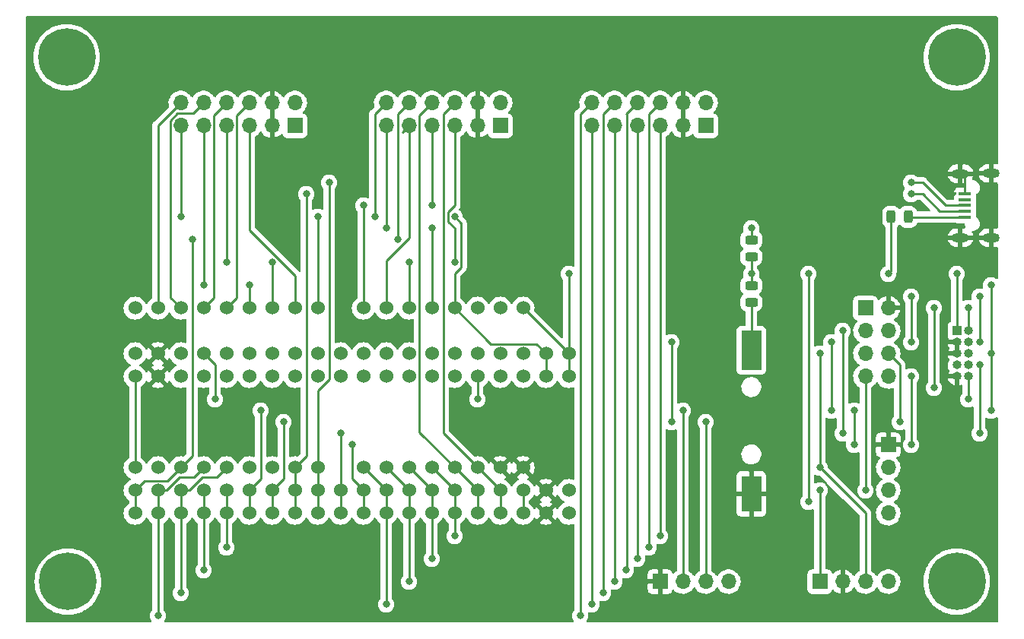
<source format=gbr>
%TF.GenerationSoftware,KiCad,Pcbnew,(6.0.1)*%
%TF.CreationDate,2022-02-05T13:32:01+01:00*%
%TF.ProjectId,ucdev_board,75636465-765f-4626-9f61-72642e6b6963,rev?*%
%TF.SameCoordinates,Original*%
%TF.FileFunction,Copper,L1,Top*%
%TF.FilePolarity,Positive*%
%FSLAX46Y46*%
G04 Gerber Fmt 4.6, Leading zero omitted, Abs format (unit mm)*
G04 Created by KiCad (PCBNEW (6.0.1)) date 2022-02-05 13:32:01*
%MOMM*%
%LPD*%
G01*
G04 APERTURE LIST*
G04 Aperture macros list*
%AMRoundRect*
0 Rectangle with rounded corners*
0 $1 Rounding radius*
0 $2 $3 $4 $5 $6 $7 $8 $9 X,Y pos of 4 corners*
0 Add a 4 corners polygon primitive as box body*
4,1,4,$2,$3,$4,$5,$6,$7,$8,$9,$2,$3,0*
0 Add four circle primitives for the rounded corners*
1,1,$1+$1,$2,$3*
1,1,$1+$1,$4,$5*
1,1,$1+$1,$6,$7*
1,1,$1+$1,$8,$9*
0 Add four rect primitives between the rounded corners*
20,1,$1+$1,$2,$3,$4,$5,0*
20,1,$1+$1,$4,$5,$6,$7,0*
20,1,$1+$1,$6,$7,$8,$9,0*
20,1,$1+$1,$8,$9,$2,$3,0*%
G04 Aperture macros list end*
%TA.AperFunction,ComponentPad*%
%ADD10C,1.524000*%
%TD*%
%TA.AperFunction,ComponentPad*%
%ADD11R,1.700000X1.700000*%
%TD*%
%TA.AperFunction,ComponentPad*%
%ADD12O,1.700000X1.700000*%
%TD*%
%TA.AperFunction,SMDPad,CuDef*%
%ADD13R,2.300000X4.400000*%
%TD*%
%TA.AperFunction,SMDPad,CuDef*%
%ADD14R,2.300000X4.000000*%
%TD*%
%TA.AperFunction,SMDPad,CuDef*%
%ADD15RoundRect,0.243750X0.456250X-0.243750X0.456250X0.243750X-0.456250X0.243750X-0.456250X-0.243750X0*%
%TD*%
%TA.AperFunction,SMDPad,CuDef*%
%ADD16RoundRect,0.243750X-0.456250X0.243750X-0.456250X-0.243750X0.456250X-0.243750X0.456250X0.243750X0*%
%TD*%
%TA.AperFunction,SMDPad,CuDef*%
%ADD17RoundRect,0.243750X-0.243750X-0.456250X0.243750X-0.456250X0.243750X0.456250X-0.243750X0.456250X0*%
%TD*%
%TA.AperFunction,ComponentPad*%
%ADD18C,0.800000*%
%TD*%
%TA.AperFunction,ComponentPad*%
%ADD19C,6.400000*%
%TD*%
%TA.AperFunction,SMDPad,CuDef*%
%ADD20R,1.400000X0.400000*%
%TD*%
%TA.AperFunction,ComponentPad*%
%ADD21O,1.850000X1.050000*%
%TD*%
%TA.AperFunction,ComponentPad*%
%ADD22R,1.000000X1.000000*%
%TD*%
%TA.AperFunction,ComponentPad*%
%ADD23O,1.000000X1.000000*%
%TD*%
%TA.AperFunction,ViaPad*%
%ADD24C,0.800000*%
%TD*%
%TA.AperFunction,Conductor*%
%ADD25C,0.250000*%
%TD*%
G04 APERTURE END LIST*
D10*
%TO.P,U1,1*%
%TO.N,Net-(U1-Pad1)*%
X66040000Y-55880000D03*
%TO.P,U1,2*%
%TO.N,GND*%
X68580000Y-55880000D03*
%TO.P,U1,3*%
%TO.N,3V3*%
X71120000Y-55880000D03*
%TO.P,U1,4*%
%TO.N,~{RST}*%
X73660000Y-55880000D03*
%TO.P,U1,5*%
%TO.N,B11*%
X76200000Y-55880000D03*
%TO.P,U1,6*%
%TO.N,B10*%
X78740000Y-55880000D03*
%TO.P,U1,7*%
%TO.N,B1*%
X81280000Y-55880000D03*
%TO.P,U1,8*%
%TO.N,B0*%
X83820000Y-55880000D03*
%TO.P,U1,9*%
%TO.N,A7*%
X86360000Y-55880000D03*
%TO.P,U1,10*%
%TO.N,A6*%
X88900000Y-55880000D03*
%TO.P,U1,11*%
%TO.N,A5*%
X91440000Y-55880000D03*
%TO.P,U1,12*%
%TO.N,A4*%
X93980000Y-55880000D03*
%TO.P,U1,13*%
%TO.N,A3*%
X96520000Y-55880000D03*
%TO.P,U1,14*%
%TO.N,A2*%
X99060000Y-55880000D03*
%TO.P,U1,15*%
%TO.N,A1*%
X101600000Y-55880000D03*
%TO.P,U1,16*%
%TO.N,A0*%
X104140000Y-55880000D03*
%TO.P,U1,17*%
%TO.N,Net-(U1-Pad17)*%
X106680000Y-55880000D03*
%TO.P,U1,18*%
%TO.N,Net-(U1-Pad18)*%
X109220000Y-55880000D03*
%TO.P,U1,19*%
%TO.N,C13*%
X111760000Y-55880000D03*
%TO.P,U1,20*%
%TO.N,VB*%
X114300000Y-55880000D03*
%TO.P,U1,21*%
%TO.N,3V3*%
X114300000Y-71120000D03*
%TO.P,U1,22*%
%TO.N,GND*%
X111760000Y-71120000D03*
%TO.P,U1,23*%
%TO.N,5V*%
X109220000Y-71120000D03*
%TO.P,U1,24*%
%TO.N,B9*%
X106680000Y-71120000D03*
%TO.P,U1,25*%
%TO.N,B8*%
X104140000Y-71120000D03*
%TO.P,U1,26*%
%TO.N,B7*%
X101600000Y-71120000D03*
%TO.P,U1,27*%
%TO.N,B6*%
X99060000Y-71120000D03*
%TO.P,U1,28*%
%TO.N,B5*%
X96520000Y-71120000D03*
%TO.P,U1,29*%
%TO.N,B4*%
X93980000Y-71120000D03*
%TO.P,U1,30*%
%TO.N,B3*%
X91440000Y-71120000D03*
%TO.P,U1,31*%
%TO.N,A15*%
X88900000Y-71120000D03*
%TO.P,U1,32*%
%TO.N,A12*%
X86360000Y-71120000D03*
%TO.P,U1,33*%
%TO.N,A11*%
X83820000Y-71120000D03*
%TO.P,U1,34*%
%TO.N,A10*%
X81280000Y-71120000D03*
%TO.P,U1,35*%
%TO.N,A9*%
X78740000Y-71120000D03*
%TO.P,U1,36*%
%TO.N,A8*%
X76200000Y-71120000D03*
%TO.P,U1,37*%
%TO.N,B15*%
X73660000Y-71120000D03*
%TO.P,U1,38*%
%TO.N,B14*%
X71120000Y-71120000D03*
%TO.P,U1,39*%
%TO.N,B13*%
X68580000Y-71120000D03*
%TO.P,U1,40*%
%TO.N,B12*%
X66040000Y-71120000D03*
%TD*%
%TO.P,U2,1*%
%TO.N,5V*%
X66040000Y-58420000D03*
%TO.P,U2,2*%
%TO.N,GND*%
X68580000Y-58420000D03*
%TO.P,U2,3*%
%TO.N,3V3*%
X71120000Y-58420000D03*
%TO.P,U2,4*%
%TO.N,B10*%
X73660000Y-58420000D03*
%TO.P,U2,5*%
%TO.N,B2*%
X76200000Y-58420000D03*
%TO.P,U2,6*%
%TO.N,B1*%
X78740000Y-58420000D03*
%TO.P,U2,7*%
%TO.N,B0*%
X81280000Y-58420000D03*
%TO.P,U2,8*%
%TO.N,A7*%
X83820000Y-58420000D03*
%TO.P,U2,9*%
%TO.N,A6*%
X86360000Y-58420000D03*
%TO.P,U2,10*%
%TO.N,A5*%
X88900000Y-58420000D03*
%TO.P,U2,11*%
%TO.N,A4*%
X91440000Y-58420000D03*
%TO.P,U2,12*%
%TO.N,A3*%
X93980000Y-58420000D03*
%TO.P,U2,13*%
%TO.N,A2*%
X96520000Y-58420000D03*
%TO.P,U2,14*%
%TO.N,A1*%
X99060000Y-58420000D03*
%TO.P,U2,15*%
%TO.N,A0*%
X101600000Y-58420000D03*
%TO.P,U2,16*%
%TO.N,~{RST}*%
X104140000Y-58420000D03*
%TO.P,U2,17*%
%TO.N,Net-(U2-Pad17)*%
X106680000Y-58420000D03*
%TO.P,U2,18*%
%TO.N,Net-(U2-Pad18)*%
X109220000Y-58420000D03*
%TO.P,U2,19*%
%TO.N,C13*%
X111760000Y-58420000D03*
%TO.P,U2,20*%
%TO.N,VB*%
X114300000Y-58420000D03*
%TO.P,U2,21*%
%TO.N,3V3*%
X114300000Y-73660000D03*
%TO.P,U2,22*%
%TO.N,GND*%
X111760000Y-73660000D03*
%TO.P,U2,23*%
%TO.N,5V*%
X109220000Y-73660000D03*
%TO.P,U2,24*%
%TO.N,B9*%
X106680000Y-73660000D03*
%TO.P,U2,25*%
%TO.N,B8*%
X104140000Y-73660000D03*
%TO.P,U2,26*%
%TO.N,B7*%
X101600000Y-73660000D03*
%TO.P,U2,27*%
%TO.N,B6*%
X99060000Y-73660000D03*
%TO.P,U2,28*%
%TO.N,B5*%
X96520000Y-73660000D03*
%TO.P,U2,29*%
%TO.N,B4*%
X93980000Y-73660000D03*
%TO.P,U2,30*%
%TO.N,B3*%
X91440000Y-73660000D03*
%TO.P,U2,31*%
%TO.N,A15*%
X88900000Y-73660000D03*
%TO.P,U2,32*%
%TO.N,A12*%
X86360000Y-73660000D03*
%TO.P,U2,33*%
%TO.N,A11*%
X83820000Y-73660000D03*
%TO.P,U2,34*%
%TO.N,A10*%
X81280000Y-73660000D03*
%TO.P,U2,35*%
%TO.N,A9*%
X78740000Y-73660000D03*
%TO.P,U2,36*%
%TO.N,A8*%
X76200000Y-73660000D03*
%TO.P,U2,37*%
%TO.N,B15*%
X73660000Y-73660000D03*
%TO.P,U2,38*%
%TO.N,B14*%
X71120000Y-73660000D03*
%TO.P,U2,39*%
%TO.N,B13*%
X68580000Y-73660000D03*
%TO.P,U2,40*%
%TO.N,B12*%
X66040000Y-73660000D03*
%TD*%
D11*
%TO.P,J2,1*%
%TO.N,GND*%
X149860000Y-66040000D03*
D12*
%TO.P,J2,2*%
%TO.N,JTCK*%
X149860000Y-68580000D03*
%TO.P,J2,3*%
%TO.N,JTMS*%
X149860000Y-71120000D03*
%TO.P,J2,4*%
%TO.N,3V3*%
X149860000Y-73660000D03*
%TD*%
D11*
%TO.P,J3,1*%
%TO.N,B3*%
X147320000Y-50800000D03*
D12*
%TO.P,J3,2*%
%TO.N,GND*%
X149860000Y-50800000D03*
%TO.P,J3,3*%
%TO.N,A15*%
X147320000Y-53340000D03*
%TO.P,J3,4*%
%TO.N,A9*%
X149860000Y-53340000D03*
%TO.P,J3,5*%
%TO.N,JTCK*%
X147320000Y-55880000D03*
%TO.P,J3,6*%
%TO.N,A10*%
X149860000Y-55880000D03*
%TO.P,J3,7*%
%TO.N,JTMS*%
X147320000Y-58420000D03*
%TO.P,J3,8*%
%TO.N,3V3*%
X149860000Y-58420000D03*
%TD*%
D11*
%TO.P,PMOD2,1*%
%TO.N,3V3*%
X83820000Y-30480000D03*
D12*
%TO.P,PMOD2,2*%
X83820000Y-27940000D03*
%TO.P,PMOD2,3*%
%TO.N,GND*%
X81280000Y-30480000D03*
%TO.P,PMOD2,4*%
X81280000Y-27940000D03*
%TO.P,PMOD2,5*%
%TO.N,A5*%
X78740000Y-30480000D03*
%TO.P,PMOD2,6*%
%TO.N,B0*%
X78740000Y-27940000D03*
%TO.P,PMOD2,7*%
%TO.N,A6*%
X76200000Y-30480000D03*
%TO.P,PMOD2,8*%
%TO.N,B1*%
X76200000Y-27940000D03*
%TO.P,PMOD2,9*%
%TO.N,A7*%
X73660000Y-30480000D03*
%TO.P,PMOD2,10*%
%TO.N,B10*%
X73660000Y-27940000D03*
%TO.P,PMOD2,11*%
%TO.N,A4*%
X71120000Y-30480000D03*
%TO.P,PMOD2,12*%
%TO.N,B11*%
X71120000Y-27940000D03*
%TD*%
D11*
%TO.P,PMOD3,1*%
%TO.N,3V3*%
X106680000Y-30480000D03*
D12*
%TO.P,PMOD3,2*%
X106680000Y-27940000D03*
%TO.P,PMOD3,3*%
%TO.N,GND*%
X104140000Y-30480000D03*
%TO.P,PMOD3,4*%
X104140000Y-27940000D03*
%TO.P,PMOD3,5*%
%TO.N,A1*%
X101600000Y-30480000D03*
%TO.P,PMOD3,6*%
%TO.N,B9*%
X101600000Y-27940000D03*
%TO.P,PMOD3,7*%
%TO.N,A3*%
X99060000Y-30480000D03*
%TO.P,PMOD3,8*%
%TO.N,B8*%
X99060000Y-27940000D03*
%TO.P,PMOD3,9*%
%TO.N,A2*%
X96520000Y-30480000D03*
%TO.P,PMOD3,10*%
%TO.N,B12*%
X96520000Y-27940000D03*
%TO.P,PMOD3,11*%
%TO.N,A0*%
X93980000Y-30480000D03*
%TO.P,PMOD3,12*%
%TO.N,C13*%
X93980000Y-27940000D03*
%TD*%
D11*
%TO.P,PMOD4,1*%
%TO.N,3V3*%
X129540000Y-30480000D03*
D12*
%TO.P,PMOD4,2*%
X129540000Y-27940000D03*
%TO.P,PMOD4,3*%
%TO.N,GND*%
X127000000Y-30480000D03*
%TO.P,PMOD4,4*%
X127000000Y-27940000D03*
%TO.P,PMOD4,5*%
%TO.N,B7*%
X124460000Y-30480000D03*
%TO.P,PMOD4,6*%
%TO.N,A8*%
X124460000Y-27940000D03*
%TO.P,PMOD4,7*%
%TO.N,B6*%
X121920000Y-30480000D03*
%TO.P,PMOD4,8*%
%TO.N,B15*%
X121920000Y-27940000D03*
%TO.P,PMOD4,9*%
%TO.N,B5*%
X119380000Y-30480000D03*
%TO.P,PMOD4,10*%
%TO.N,B14*%
X119380000Y-27940000D03*
%TO.P,PMOD4,11*%
%TO.N,B4*%
X116840000Y-30480000D03*
%TO.P,PMOD4,12*%
%TO.N,B13*%
X116840000Y-27940000D03*
%TD*%
D13*
%TO.P,BT1,1*%
%TO.N,Net-(BT1-Pad1)*%
X134620000Y-55500000D03*
D14*
%TO.P,BT1,2*%
%TO.N,GND*%
X134620000Y-71500000D03*
%TD*%
D15*
%TO.P,D2,1*%
%TO.N,VB*%
X134620000Y-45085000D03*
%TO.P,D2,2*%
%TO.N,3V3*%
X134620000Y-43210000D03*
%TD*%
D16*
%TO.P,D3,1*%
%TO.N,VB*%
X134620000Y-48290000D03*
%TO.P,D3,2*%
%TO.N,Net-(BT1-Pad1)*%
X134620000Y-50165000D03*
%TD*%
D17*
%TO.P,D1,1*%
%TO.N,5V*%
X150192500Y-40640000D03*
%TO.P,D1,2*%
%TO.N,VBUS*%
X152067500Y-40640000D03*
%TD*%
D18*
%TO.P,H1,1*%
%TO.N,N/C*%
X58420000Y-20460000D03*
X56722944Y-21162944D03*
X56722944Y-24557056D03*
X60820000Y-22860000D03*
D19*
X58420000Y-22860000D03*
D18*
X60117056Y-24557056D03*
X58420000Y-25260000D03*
X60117056Y-21162944D03*
X56020000Y-22860000D03*
%TD*%
%TO.P,H2,1*%
%TO.N,N/C*%
X159177056Y-21162944D03*
X155080000Y-22860000D03*
X155782944Y-21162944D03*
X157480000Y-20460000D03*
X159880000Y-22860000D03*
D19*
X157480000Y-22860000D03*
D18*
X157480000Y-25260000D03*
X159177056Y-24557056D03*
X155782944Y-24557056D03*
%TD*%
D19*
%TO.P,H3,1*%
%TO.N,N/C*%
X58560000Y-81280000D03*
D18*
X56160000Y-81280000D03*
X56862944Y-82977056D03*
X60257056Y-79582944D03*
X58560000Y-83680000D03*
X60960000Y-81280000D03*
X60257056Y-82977056D03*
X58560000Y-78880000D03*
X56862944Y-79582944D03*
%TD*%
D20*
%TO.P,J8,1*%
%TO.N,VBUS*%
X158400000Y-40670000D03*
%TO.P,J8,2*%
%TO.N,A11*%
X158400000Y-40020000D03*
%TO.P,J8,3*%
%TO.N,A12*%
X158400000Y-39370000D03*
%TO.P,J8,4*%
%TO.N,Net-(J8-Pad4)*%
X158400000Y-38720000D03*
%TO.P,J8,5*%
%TO.N,GND*%
X158400000Y-38070000D03*
D21*
%TO.P,J8,6*%
X161350000Y-42945000D03*
X157900000Y-35820000D03*
X157900000Y-42945000D03*
X161350000Y-35795000D03*
%TD*%
D22*
%TO.P,J5,1*%
%TO.N,3V3*%
X157480000Y-53340000D03*
D23*
%TO.P,J5,2*%
%TO.N,JTMS*%
X158750000Y-53340000D03*
%TO.P,J5,3*%
%TO.N,GND*%
X157480000Y-54610000D03*
%TO.P,J5,4*%
%TO.N,JTCK*%
X158750000Y-54610000D03*
%TO.P,J5,5*%
%TO.N,GND*%
X157480000Y-55880000D03*
%TO.P,J5,6*%
%TO.N,B3*%
X158750000Y-55880000D03*
%TO.P,J5,7*%
%TO.N,Net-(J5-Pad7)*%
X157480000Y-57150000D03*
%TO.P,J5,8*%
%TO.N,A15*%
X158750000Y-57150000D03*
%TO.P,J5,9*%
%TO.N,GND*%
X157480000Y-58420000D03*
%TO.P,J5,10*%
%TO.N,~{RST}*%
X158750000Y-58420000D03*
%TD*%
D10*
%TO.P,U3,1*%
%TO.N,~{RST}*%
X66040000Y-50800000D03*
%TO.P,U3,2*%
%TO.N,B11*%
X68580000Y-50800000D03*
%TO.P,U3,3*%
%TO.N,B10*%
X71120000Y-50800000D03*
%TO.P,U3,4*%
%TO.N,B1*%
X73660000Y-50800000D03*
%TO.P,U3,5*%
%TO.N,B0*%
X76200000Y-50800000D03*
%TO.P,U3,6*%
%TO.N,A7*%
X78740000Y-50800000D03*
%TO.P,U3,7*%
%TO.N,A6*%
X81280000Y-50800000D03*
%TO.P,U3,8*%
%TO.N,A5*%
X83820000Y-50800000D03*
%TO.P,U3,9*%
%TO.N,A4*%
X86360000Y-50800000D03*
%TO.P,U3,10*%
%TO.N,A3*%
X91440000Y-50800000D03*
%TO.P,U3,11*%
%TO.N,A2*%
X93980000Y-50800000D03*
%TO.P,U3,12*%
%TO.N,A1*%
X96520000Y-50800000D03*
%TO.P,U3,13*%
%TO.N,A0*%
X99060000Y-50800000D03*
%TO.P,U3,14*%
%TO.N,C13*%
X101600000Y-50800000D03*
%TO.P,U3,15*%
%TO.N,Net-(U3-Pad15)*%
X104140000Y-50800000D03*
%TO.P,U3,16*%
%TO.N,Net-(U3-Pad16)*%
X106680000Y-50800000D03*
%TO.P,U3,17*%
%TO.N,VB*%
X109220000Y-50800000D03*
%TO.P,U3,18*%
%TO.N,GND*%
X109220000Y-68580000D03*
%TO.P,U3,19*%
X106680000Y-68580000D03*
%TO.P,U3,20*%
%TO.N,B9*%
X104140000Y-68580000D03*
%TO.P,U3,21*%
%TO.N,B8*%
X101600000Y-68580000D03*
%TO.P,U3,22*%
%TO.N,B7*%
X99060000Y-68580000D03*
%TO.P,U3,23*%
%TO.N,B6*%
X96520000Y-68580000D03*
%TO.P,U3,24*%
%TO.N,B5*%
X93980000Y-68580000D03*
%TO.P,U3,25*%
%TO.N,B4*%
X91440000Y-68580000D03*
%TO.P,U3,26*%
%TO.N,A12*%
X86360000Y-68580000D03*
%TO.P,U3,27*%
%TO.N,A11*%
X83820000Y-68580000D03*
%TO.P,U3,28*%
%TO.N,A8*%
X81280000Y-68580000D03*
%TO.P,U3,29*%
%TO.N,B15*%
X78740000Y-68580000D03*
%TO.P,U3,30*%
%TO.N,B14*%
X76200000Y-68580000D03*
%TO.P,U3,31*%
%TO.N,B13*%
X73660000Y-68580000D03*
%TO.P,U3,32*%
%TO.N,B12*%
X71120000Y-68580000D03*
%TO.P,U3,33*%
%TO.N,3V3*%
X68580000Y-68580000D03*
%TO.P,U3,34*%
%TO.N,5V*%
X66040000Y-68580000D03*
%TD*%
D18*
%TO.P,H4,1*%
%TO.N,N/C*%
X157480000Y-78880000D03*
X155782944Y-79582944D03*
X155080000Y-81280000D03*
D19*
X157480000Y-81280000D03*
D18*
X159177056Y-82977056D03*
X159880000Y-81280000D03*
X157480000Y-83680000D03*
X155782944Y-82977056D03*
X159177056Y-79582944D03*
%TD*%
D11*
%TO.P,J1,1*%
%TO.N,GND*%
X124460000Y-81280000D03*
D12*
%TO.P,J1,2*%
%TO.N,A9*%
X127000000Y-81280000D03*
%TO.P,J1,3*%
%TO.N,A10*%
X129540000Y-81280000D03*
%TO.P,J1,4*%
%TO.N,3V3*%
X132080000Y-81280000D03*
%TD*%
D11*
%TO.P,J4,1*%
%TO.N,JTMS*%
X142240000Y-81280000D03*
D12*
%TO.P,J4,2*%
%TO.N,GND*%
X144780000Y-81280000D03*
%TO.P,J4,3*%
%TO.N,JTCK*%
X147320000Y-81280000D03*
%TO.P,J4,4*%
%TO.N,3V3*%
X149860000Y-81280000D03*
%TD*%
D24*
%TO.N,B12*%
X72390000Y-43180000D03*
X95250000Y-43180000D03*
%TO.N,B13*%
X115570000Y-85090000D03*
X68580000Y-85090000D03*
%TO.N,B14*%
X71120000Y-82550000D03*
X118110000Y-82550000D03*
%TO.N,B15*%
X73660000Y-80010000D03*
X120650000Y-80010000D03*
%TO.N,A8*%
X76200000Y-77470000D03*
X123190000Y-77470000D03*
%TO.N,A9*%
X127000000Y-62230000D03*
X80010000Y-62230000D03*
X143510000Y-54610000D03*
X143510000Y-62230000D03*
%TO.N,A10*%
X125730000Y-54610000D03*
X125730000Y-63500000D03*
X151130000Y-63500000D03*
X129540000Y-63500000D03*
X82550000Y-63500000D03*
%TO.N,A11*%
X152400000Y-38100000D03*
X85090000Y-38100000D03*
%TO.N,A12*%
X87630000Y-36830000D03*
X152400000Y-36830000D03*
%TO.N,A15*%
X160020000Y-57150000D03*
X160020000Y-64770000D03*
X144780000Y-64770000D03*
X144780000Y-53340000D03*
X88900000Y-64770000D03*
%TO.N,B3*%
X90170000Y-66040000D03*
X161290000Y-48260000D03*
X161290000Y-55880000D03*
X146050000Y-66040000D03*
X161290000Y-62230000D03*
X146050000Y-62230000D03*
%TO.N,B4*%
X93980000Y-83820000D03*
X116840000Y-83820000D03*
%TO.N,B5*%
X96520000Y-81280000D03*
X119380000Y-81280000D03*
%TO.N,B6*%
X99060000Y-78740000D03*
X121920000Y-78740000D03*
%TO.N,B7*%
X124460000Y-76200000D03*
X101600000Y-76200000D03*
%TO.N,5V*%
X149860000Y-46990000D03*
X140970000Y-46990000D03*
X140970000Y-72390000D03*
%TO.N,GND*%
X114300000Y-68580000D03*
X73660000Y-63500000D03*
X71120000Y-63500000D03*
X128270000Y-59690000D03*
X113030000Y-59690000D03*
%TO.N,3V3*%
X152400000Y-66040000D03*
X157480000Y-46990000D03*
X152400000Y-58420000D03*
X134620000Y-41910000D03*
%TO.N,VB*%
X114300000Y-46990000D03*
X134620000Y-46990000D03*
%TO.N,C13*%
X92710000Y-40640000D03*
X101600000Y-40640000D03*
%TO.N,A0*%
X93980000Y-41910000D03*
X99060000Y-41910000D03*
%TO.N,A1*%
X101600000Y-45720000D03*
X96520000Y-45720000D03*
%TO.N,A3*%
X91440000Y-39370000D03*
X99060000Y-39370000D03*
%TO.N,A4*%
X71120000Y-40640000D03*
X86360000Y-40640000D03*
%TO.N,A6*%
X76200000Y-45720000D03*
X81280000Y-45720000D03*
%TO.N,A7*%
X73660000Y-48260000D03*
X78740000Y-48260000D03*
%TO.N,~{RST}*%
X104140000Y-60960000D03*
X74930000Y-60960000D03*
X158750000Y-60960000D03*
%TO.N,JTMS*%
X147320000Y-71120000D03*
X154940000Y-50800000D03*
X142240000Y-71120000D03*
X154940000Y-59690000D03*
X158750000Y-50800000D03*
%TO.N,JTCK*%
X152400000Y-54610000D03*
X142240000Y-55880000D03*
X160020000Y-54610000D03*
X142240000Y-68580000D03*
X160020000Y-49530000D03*
X152400000Y-49530000D03*
%TD*%
D25*
%TO.N,B12*%
X66040000Y-71120000D02*
X67127001Y-70032999D01*
X66040000Y-73660000D02*
X66040000Y-71120000D01*
X72390000Y-43180000D02*
X72390000Y-67310000D01*
X96520000Y-27940000D02*
X95250000Y-29210000D01*
X72390000Y-67310000D02*
X71120000Y-68580000D01*
X95250000Y-29210000D02*
X95250000Y-43180000D01*
X67127001Y-70032999D02*
X69667001Y-70032999D01*
X69667001Y-70032999D02*
X71120000Y-68580000D01*
%TO.N,B13*%
X68580000Y-73660000D02*
X68580000Y-85090000D01*
X70964237Y-69667001D02*
X72572999Y-69667001D01*
X69511238Y-71120000D02*
X70964237Y-69667001D01*
X68580000Y-73660000D02*
X68580000Y-71120000D01*
X116840000Y-27940000D02*
X115570000Y-29210000D01*
X68580000Y-71120000D02*
X69511238Y-71120000D01*
X115570000Y-29210000D02*
X115570000Y-85090000D01*
X72572999Y-69667001D02*
X73660000Y-68580000D01*
%TO.N,B14*%
X71120000Y-73660000D02*
X71120000Y-82550000D01*
X119380000Y-27940000D02*
X118110000Y-29210000D01*
X72051238Y-71120000D02*
X73504237Y-69667001D01*
X73504237Y-69667001D02*
X75112999Y-69667001D01*
X71120000Y-73660000D02*
X71120000Y-71120000D01*
X71120000Y-71120000D02*
X72051238Y-71120000D01*
X75112999Y-69667001D02*
X76200000Y-68580000D01*
X118110000Y-29210000D02*
X118110000Y-82550000D01*
%TO.N,B15*%
X120744999Y-29115001D02*
X120744999Y-79915001D01*
X73660000Y-73660000D02*
X73660000Y-71120000D01*
X120744999Y-79915001D02*
X120650000Y-80010000D01*
X121920000Y-27940000D02*
X120744999Y-29115001D01*
X120665010Y-29194990D02*
X121920000Y-27940000D01*
X73660000Y-80010000D02*
X73660000Y-73660000D01*
%TO.N,A8*%
X76200000Y-73660000D02*
X76200000Y-71120000D01*
X123190000Y-29210000D02*
X123190000Y-77470000D01*
X124460000Y-27940000D02*
X123190000Y-29210000D01*
X76200000Y-77470000D02*
X76200000Y-73660000D01*
%TO.N,A9*%
X127000000Y-81280000D02*
X127000000Y-62230000D01*
X80010000Y-69850000D02*
X80010000Y-62230000D01*
X78740000Y-73660000D02*
X78740000Y-71120000D01*
X143510000Y-57150000D02*
X143510000Y-62230000D01*
X78740000Y-71120000D02*
X80010000Y-69850000D01*
X143510000Y-54610000D02*
X143510000Y-57150000D01*
%TO.N,A10*%
X82550000Y-69850000D02*
X82550000Y-63500000D01*
X81280000Y-71120000D02*
X82550000Y-69850000D01*
X151130000Y-57150000D02*
X151130000Y-63500000D01*
X125730000Y-54610000D02*
X125730000Y-63500000D01*
X149860000Y-55880000D02*
X151130000Y-57150000D01*
X129540000Y-81280000D02*
X129540000Y-63500000D01*
X81280000Y-73660000D02*
X81280000Y-71120000D01*
%TO.N,A11*%
X85090000Y-67310000D02*
X85090000Y-38100000D01*
X153670000Y-38100000D02*
X155590000Y-40020000D01*
X152400000Y-38100000D02*
X153670000Y-38100000D01*
X158400000Y-40020000D02*
X155590000Y-40020000D01*
X83820000Y-73660000D02*
X83820000Y-71120000D01*
X83820000Y-71120000D02*
X83820000Y-68580000D01*
X83820000Y-68580000D02*
X85090000Y-67310000D01*
%TO.N,A12*%
X86360000Y-73660000D02*
X86360000Y-71120000D01*
X86360000Y-60028762D02*
X86360000Y-68580000D01*
X152400000Y-36830000D02*
X153670000Y-36830000D01*
X158400000Y-39370000D02*
X156210000Y-39370000D01*
X87630000Y-38100000D02*
X87630000Y-58758762D01*
X153670000Y-36830000D02*
X156210000Y-39370000D01*
X87630000Y-38100000D02*
X87630000Y-36830000D01*
X87630000Y-58758762D02*
X86360000Y-60028762D01*
X86360000Y-71120000D02*
X86360000Y-68580000D01*
%TO.N,A15*%
X160020000Y-57150000D02*
X160020000Y-64770000D01*
X144780000Y-64770000D02*
X144780000Y-53340000D01*
X88900000Y-73660000D02*
X88900000Y-71120000D01*
X88900000Y-71120000D02*
X88900000Y-64770000D01*
%TO.N,B3*%
X161290000Y-48260000D02*
X161290000Y-55880000D01*
X161290000Y-62230000D02*
X161290000Y-55880000D01*
X90170000Y-69850000D02*
X90170000Y-66040000D01*
X91440000Y-71120000D02*
X90170000Y-69850000D01*
X146050000Y-66040000D02*
X146050000Y-62230000D01*
X91440000Y-73660000D02*
X91440000Y-71120000D01*
%TO.N,B4*%
X93980000Y-73660000D02*
X93980000Y-71120000D01*
X93980000Y-83820000D02*
X93980000Y-73660000D01*
X116840000Y-30480000D02*
X116840000Y-83820000D01*
X93980000Y-71120000D02*
X91440000Y-68580000D01*
%TO.N,B5*%
X96520000Y-71120000D02*
X93980000Y-68580000D01*
X119380000Y-30480000D02*
X119380000Y-81280000D01*
X96520000Y-81280000D02*
X96520000Y-73660000D01*
X96520000Y-73660000D02*
X96520000Y-71120000D01*
%TO.N,B6*%
X99060000Y-71120000D02*
X96520000Y-68580000D01*
X99060000Y-73660000D02*
X99060000Y-78740000D01*
X99060000Y-73660000D02*
X99060000Y-71120000D01*
X121920000Y-30480000D02*
X121920000Y-78740000D01*
%TO.N,B7*%
X101600000Y-71120000D02*
X101600000Y-73660000D01*
X124460000Y-30480000D02*
X124460000Y-76200000D01*
X101600000Y-73660000D02*
X101600000Y-76200000D01*
X99060000Y-68580000D02*
X101600000Y-71120000D01*
%TO.N,B8*%
X97695001Y-62324999D02*
X97695001Y-63405001D01*
X101600000Y-68580000D02*
X104140000Y-71120000D01*
X97695001Y-64675001D02*
X101600000Y-68580000D01*
X97695001Y-29304999D02*
X97695001Y-62324999D01*
X97695001Y-62324999D02*
X97695001Y-64675001D01*
X104140000Y-71120000D02*
X104140000Y-73660000D01*
X99060000Y-27940000D02*
X97695001Y-29304999D01*
%TO.N,B9*%
X106680000Y-71120000D02*
X106680000Y-73660000D01*
X104140000Y-68580000D02*
X100330000Y-64770000D01*
X104140000Y-68580000D02*
X106680000Y-71120000D01*
X100330000Y-29210000D02*
X100330000Y-49530000D01*
X101600000Y-27940000D02*
X100330000Y-29210000D01*
X100330000Y-49530000D02*
X100330000Y-64770000D01*
%TO.N,5V*%
X150192500Y-46657500D02*
X149860000Y-46990000D01*
X150192500Y-40640000D02*
X150192500Y-46657500D01*
X66040000Y-58420000D02*
X66040000Y-68580000D01*
X109220000Y-71120000D02*
X109220000Y-73660000D01*
X140970000Y-46990000D02*
X140970000Y-72390000D01*
%TO.N,GND*%
X158400000Y-38070000D02*
X158400000Y-36320000D01*
X158400000Y-36320000D02*
X157900000Y-35820000D01*
%TO.N,3V3*%
X134620000Y-43210000D02*
X134620000Y-41910000D01*
X157480000Y-53340000D02*
X157480000Y-46990000D01*
X152400000Y-58420000D02*
X152400000Y-66040000D01*
%TO.N,VB*%
X134620000Y-48290000D02*
X134620000Y-46990000D01*
X114300000Y-58420000D02*
X114300000Y-55880000D01*
X114300000Y-46990000D02*
X114300000Y-55880000D01*
X114300000Y-55880000D02*
X109220000Y-50800000D01*
X134620000Y-46990000D02*
X134620000Y-45085000D01*
%TO.N,C13*%
X110672999Y-54792999D02*
X105592999Y-54792999D01*
X93980000Y-27940000D02*
X92710000Y-29210000D01*
X111760000Y-55880000D02*
X110672999Y-54792999D01*
X101600000Y-46990000D02*
X101600000Y-50800000D01*
X102325001Y-46264999D02*
X101600000Y-46990000D01*
X101600000Y-40640000D02*
X102325001Y-41365001D01*
X105592999Y-54792999D02*
X101600000Y-50800000D01*
X102325001Y-41365001D02*
X102325001Y-46264999D01*
X92710000Y-29210000D02*
X92710000Y-40640000D01*
X111760000Y-58420000D02*
X111760000Y-55880000D01*
%TO.N,A0*%
X93980000Y-30480000D02*
X93980000Y-41910000D01*
X99060000Y-41910000D02*
X99060000Y-50800000D01*
%TO.N,A1*%
X100874999Y-40095001D02*
X100874999Y-41184999D01*
X101600000Y-41910000D02*
X101600000Y-45720000D01*
X101600000Y-39370000D02*
X100874999Y-40095001D01*
X96520000Y-50800000D02*
X96520000Y-45720000D01*
X101600000Y-30480000D02*
X101600000Y-39370000D01*
X100874999Y-41184999D02*
X101600000Y-41910000D01*
%TO.N,A2*%
X96520000Y-42983002D02*
X93980000Y-45523002D01*
X93980000Y-45523002D02*
X93980000Y-50800000D01*
X95794999Y-31205001D02*
X96520000Y-30480000D01*
X96520000Y-30480000D02*
X96520000Y-42983002D01*
%TO.N,A3*%
X99060000Y-30480000D02*
X99060000Y-39370000D01*
X91440000Y-50800000D02*
X91440000Y-39370000D01*
%TO.N,A4*%
X86360000Y-50800000D02*
X86360000Y-45720000D01*
X86360000Y-45720000D02*
X86360000Y-40640000D01*
X71120000Y-40640000D02*
X71120000Y-30480000D01*
%TO.N,A5*%
X83820000Y-50800000D02*
X83820000Y-47186998D01*
X83820000Y-47186998D02*
X78740000Y-42106998D01*
X78740000Y-42106998D02*
X78740000Y-30480000D01*
%TO.N,A6*%
X81280000Y-50800000D02*
X81280000Y-45720000D01*
X76200000Y-45720000D02*
X76200000Y-30480000D01*
%TO.N,A7*%
X73660000Y-48260000D02*
X73660000Y-30480000D01*
X78740000Y-50800000D02*
X78740000Y-48260000D01*
%TO.N,B0*%
X77375001Y-49624999D02*
X77375001Y-29304999D01*
X77375001Y-29304999D02*
X78740000Y-27940000D01*
X76200000Y-50800000D02*
X77375001Y-49624999D01*
%TO.N,B1*%
X74835001Y-49624999D02*
X74835001Y-29304999D01*
X74835001Y-29304999D02*
X76200000Y-27940000D01*
X73660000Y-50800000D02*
X74835001Y-49624999D01*
%TO.N,B10*%
X69944999Y-29915999D02*
X69944999Y-49624999D01*
X73660000Y-27940000D02*
X72484999Y-29115001D01*
X69944999Y-49624999D02*
X71120000Y-50800000D01*
X70745997Y-29115001D02*
X69944999Y-29915999D01*
X72484999Y-29115001D02*
X70745997Y-29115001D01*
%TO.N,B11*%
X68580000Y-50800000D02*
X68580000Y-30480000D01*
X68580000Y-30480000D02*
X71120000Y-27940000D01*
%TO.N,~{RST}*%
X74930000Y-57150000D02*
X74930000Y-60960000D01*
X104140000Y-60960000D02*
X104140000Y-58420000D01*
X73660000Y-55880000D02*
X74930000Y-57150000D01*
X158750000Y-58420000D02*
X158750000Y-60960000D01*
%TO.N,JTMS*%
X142240000Y-81280000D02*
X142240000Y-71120000D01*
X158750000Y-50800000D02*
X158750000Y-53340000D01*
X154940000Y-59690000D02*
X154940000Y-50800000D01*
X147320000Y-58420000D02*
X147320000Y-71120000D01*
%TO.N,JTCK*%
X147320000Y-81280000D02*
X147320000Y-73660000D01*
X160020000Y-54610000D02*
X160020000Y-49530000D01*
X142240000Y-55880000D02*
X142240000Y-68580000D01*
X147320000Y-73660000D02*
X142240000Y-68580000D01*
X152400000Y-49530000D02*
X152400000Y-54610000D01*
%TO.N,VBUS*%
X158400000Y-40670000D02*
X152097500Y-40670000D01*
X152097500Y-40670000D02*
X152067500Y-40640000D01*
%TO.N,Net-(BT1-Pad1)*%
X134620000Y-55500000D02*
X134620000Y-50165000D01*
%TD*%
%TA.AperFunction,Conductor*%
%TO.N,GND*%
G36*
X161994121Y-18308002D02*
G01*
X162040614Y-18361658D01*
X162052000Y-18414000D01*
X162052000Y-34648429D01*
X162031998Y-34716550D01*
X161978342Y-34763043D01*
X161911954Y-34773644D01*
X161811648Y-34762392D01*
X161804626Y-34762000D01*
X161622115Y-34762000D01*
X161606876Y-34766475D01*
X161605671Y-34767865D01*
X161604000Y-34775548D01*
X161604000Y-36809885D01*
X161608475Y-36825124D01*
X161609865Y-36826329D01*
X161617548Y-36828000D01*
X161797890Y-36828000D01*
X161804035Y-36827700D01*
X161913704Y-36816946D01*
X161983452Y-36830205D01*
X162034959Y-36879068D01*
X162052000Y-36942345D01*
X162052000Y-41798429D01*
X162031998Y-41866550D01*
X161978342Y-41913043D01*
X161911954Y-41923644D01*
X161811648Y-41912392D01*
X161804626Y-41912000D01*
X161622115Y-41912000D01*
X161606876Y-41916475D01*
X161605671Y-41917865D01*
X161604000Y-41925548D01*
X161604000Y-43959885D01*
X161608475Y-43975124D01*
X161609865Y-43976329D01*
X161617548Y-43978000D01*
X161797890Y-43978000D01*
X161804035Y-43977700D01*
X161913704Y-43966946D01*
X161983452Y-43980205D01*
X162034959Y-44029068D01*
X162052000Y-44092345D01*
X162052000Y-47443369D01*
X162031998Y-47511490D01*
X161978342Y-47557983D01*
X161908068Y-47568087D01*
X161851939Y-47545305D01*
X161752094Y-47472763D01*
X161752093Y-47472762D01*
X161746752Y-47468882D01*
X161740724Y-47466198D01*
X161740722Y-47466197D01*
X161578319Y-47393891D01*
X161578318Y-47393891D01*
X161572288Y-47391206D01*
X161459721Y-47367279D01*
X161391944Y-47352872D01*
X161391939Y-47352872D01*
X161385487Y-47351500D01*
X161194513Y-47351500D01*
X161188061Y-47352872D01*
X161188056Y-47352872D01*
X161120279Y-47367279D01*
X161007712Y-47391206D01*
X161001682Y-47393891D01*
X161001681Y-47393891D01*
X160839278Y-47466197D01*
X160839276Y-47466198D01*
X160833248Y-47468882D01*
X160827907Y-47472762D01*
X160827906Y-47472763D01*
X160788225Y-47501593D01*
X160678747Y-47581134D01*
X160674326Y-47586044D01*
X160674325Y-47586045D01*
X160596257Y-47672749D01*
X160550960Y-47723056D01*
X160455473Y-47888444D01*
X160396458Y-48070072D01*
X160376496Y-48260000D01*
X160396458Y-48449928D01*
X160398498Y-48456206D01*
X160409746Y-48490824D01*
X160411774Y-48561791D01*
X160375111Y-48622589D01*
X160311399Y-48653915D01*
X160263716Y-48653007D01*
X160121944Y-48622872D01*
X160121939Y-48622872D01*
X160115487Y-48621500D01*
X159924513Y-48621500D01*
X159918061Y-48622872D01*
X159918056Y-48622872D01*
X159850279Y-48637279D01*
X159737712Y-48661206D01*
X159731682Y-48663891D01*
X159731681Y-48663891D01*
X159569278Y-48736197D01*
X159569276Y-48736198D01*
X159563248Y-48738882D01*
X159557907Y-48742762D01*
X159557906Y-48742763D01*
X159507843Y-48779136D01*
X159408747Y-48851134D01*
X159280960Y-48993056D01*
X159223661Y-49092301D01*
X159198353Y-49136136D01*
X159185473Y-49158444D01*
X159126458Y-49340072D01*
X159125768Y-49346633D01*
X159125768Y-49346635D01*
X159112166Y-49476051D01*
X159106496Y-49530000D01*
X159107186Y-49536565D01*
X159125594Y-49711703D01*
X159126458Y-49719928D01*
X159128498Y-49726206D01*
X159139746Y-49760824D01*
X159141774Y-49831791D01*
X159105111Y-49892589D01*
X159041399Y-49923915D01*
X158993716Y-49923007D01*
X158851944Y-49892872D01*
X158851939Y-49892872D01*
X158845487Y-49891500D01*
X158654513Y-49891500D01*
X158648061Y-49892872D01*
X158648056Y-49892872D01*
X158589669Y-49905283D01*
X158467712Y-49931206D01*
X158461682Y-49933891D01*
X158461681Y-49933891D01*
X158318006Y-49997859D01*
X158293248Y-50008882D01*
X158292323Y-50006804D01*
X158233512Y-50021076D01*
X158166419Y-49997859D01*
X158122528Y-49942055D01*
X158113500Y-49895218D01*
X158113500Y-47692524D01*
X158133502Y-47624403D01*
X158145858Y-47608221D01*
X158219040Y-47526944D01*
X158314527Y-47361556D01*
X158373542Y-47179928D01*
X158393504Y-46990000D01*
X158381878Y-46879381D01*
X158374232Y-46806635D01*
X158374232Y-46806633D01*
X158373542Y-46800072D01*
X158314527Y-46618444D01*
X158219040Y-46453056D01*
X158103536Y-46324775D01*
X158095675Y-46316045D01*
X158095674Y-46316044D01*
X158091253Y-46311134D01*
X157986635Y-46235124D01*
X157942094Y-46202763D01*
X157942093Y-46202762D01*
X157936752Y-46198882D01*
X157930724Y-46196198D01*
X157930722Y-46196197D01*
X157768319Y-46123891D01*
X157768318Y-46123891D01*
X157762288Y-46121206D01*
X157649721Y-46097279D01*
X157581944Y-46082872D01*
X157581939Y-46082872D01*
X157575487Y-46081500D01*
X157384513Y-46081500D01*
X157378061Y-46082872D01*
X157378056Y-46082872D01*
X157310279Y-46097279D01*
X157197712Y-46121206D01*
X157191682Y-46123891D01*
X157191681Y-46123891D01*
X157029278Y-46196197D01*
X157029276Y-46196198D01*
X157023248Y-46198882D01*
X157017907Y-46202762D01*
X157017906Y-46202763D01*
X156973365Y-46235124D01*
X156868747Y-46311134D01*
X156864326Y-46316044D01*
X156864325Y-46316045D01*
X156856465Y-46324775D01*
X156740960Y-46453056D01*
X156645473Y-46618444D01*
X156586458Y-46800072D01*
X156585768Y-46806633D01*
X156585768Y-46806635D01*
X156578122Y-46879381D01*
X156566496Y-46990000D01*
X156586458Y-47179928D01*
X156645473Y-47361556D01*
X156740960Y-47526944D01*
X156814137Y-47608215D01*
X156844853Y-47672221D01*
X156846500Y-47692524D01*
X156846500Y-52259618D01*
X156826498Y-52327739D01*
X156772842Y-52374232D01*
X156764731Y-52377599D01*
X156741707Y-52386231D01*
X156741704Y-52386232D01*
X156733295Y-52389385D01*
X156616739Y-52476739D01*
X156529385Y-52593295D01*
X156478255Y-52729684D01*
X156471500Y-52791866D01*
X156471500Y-53888134D01*
X156478255Y-53950316D01*
X156529385Y-54086705D01*
X156534766Y-54093885D01*
X156539079Y-54101763D01*
X156537004Y-54102899D01*
X156557362Y-54157387D01*
X156548389Y-54210782D01*
X156549029Y-54210985D01*
X156547595Y-54215505D01*
X156547497Y-54216089D01*
X156547162Y-54216870D01*
X156508506Y-54338731D01*
X156508202Y-54352831D01*
X156514763Y-54356000D01*
X157608000Y-54356000D01*
X157676121Y-54376002D01*
X157722614Y-54429658D01*
X157734000Y-54482000D01*
X157734000Y-56008000D01*
X157713998Y-56076121D01*
X157660342Y-56122614D01*
X157608000Y-56134000D01*
X156522282Y-56134000D01*
X156508751Y-56137973D01*
X156507601Y-56145975D01*
X156536552Y-56246941D01*
X156541067Y-56258345D01*
X156625794Y-56423207D01*
X156632432Y-56433507D01*
X156634131Y-56435650D01*
X156634667Y-56436975D01*
X156635774Y-56438692D01*
X156635448Y-56438902D01*
X156660770Y-56501460D01*
X156647600Y-56571224D01*
X156643979Y-56577316D01*
X156643846Y-56577474D01*
X156643370Y-56578341D01*
X156643364Y-56578350D01*
X156576608Y-56699781D01*
X156548567Y-56750787D01*
X156546706Y-56756654D01*
X156546705Y-56756656D01*
X156515845Y-56853938D01*
X156488765Y-56939306D01*
X156466719Y-57135851D01*
X156467235Y-57141995D01*
X156482107Y-57319103D01*
X156483268Y-57332934D01*
X156484967Y-57338858D01*
X156514836Y-57443023D01*
X156537783Y-57523050D01*
X156540602Y-57528535D01*
X156598441Y-57641076D01*
X156628187Y-57698956D01*
X156634164Y-57706497D01*
X156634843Y-57708174D01*
X156635353Y-57708966D01*
X156635203Y-57709063D01*
X156660802Y-57772304D01*
X156647633Y-57842069D01*
X156644254Y-57847754D01*
X156644262Y-57847758D01*
X156551998Y-58015585D01*
X156547166Y-58026858D01*
X156508506Y-58148731D01*
X156508202Y-58162831D01*
X156514763Y-58166000D01*
X157608000Y-58166000D01*
X157676121Y-58186002D01*
X157722614Y-58239658D01*
X157734000Y-58292000D01*
X157734000Y-59377564D01*
X157737973Y-59391095D01*
X157746188Y-59392276D01*
X157840337Y-59365989D01*
X157851788Y-59361547D01*
X157933690Y-59320176D01*
X158003512Y-59307316D01*
X158069203Y-59334246D01*
X158109906Y-59392416D01*
X158116500Y-59432642D01*
X158116500Y-60257476D01*
X158096498Y-60325597D01*
X158084142Y-60341779D01*
X158010960Y-60423056D01*
X157915473Y-60588444D01*
X157856458Y-60770072D01*
X157836496Y-60960000D01*
X157856458Y-61149928D01*
X157915473Y-61331556D01*
X157918776Y-61337278D01*
X157918777Y-61337279D01*
X157952686Y-61396010D01*
X158010960Y-61496944D01*
X158015378Y-61501851D01*
X158015379Y-61501852D01*
X158059753Y-61551134D01*
X158138747Y-61638866D01*
X158206578Y-61688148D01*
X158268069Y-61732824D01*
X158293248Y-61751118D01*
X158299276Y-61753802D01*
X158299278Y-61753803D01*
X158461681Y-61826109D01*
X158467712Y-61828794D01*
X158561113Y-61848647D01*
X158648056Y-61867128D01*
X158648061Y-61867128D01*
X158654513Y-61868500D01*
X158845487Y-61868500D01*
X158851939Y-61867128D01*
X158851944Y-61867128D01*
X158938887Y-61848647D01*
X159032288Y-61828794D01*
X159056656Y-61817945D01*
X159206752Y-61751118D01*
X159207677Y-61753196D01*
X159266488Y-61738924D01*
X159333581Y-61762141D01*
X159377472Y-61817945D01*
X159386500Y-61864782D01*
X159386500Y-64067476D01*
X159366498Y-64135597D01*
X159354142Y-64151779D01*
X159280960Y-64233056D01*
X159277659Y-64238774D01*
X159221144Y-64336661D01*
X159185473Y-64398444D01*
X159126458Y-64580072D01*
X159106496Y-64770000D01*
X159107186Y-64776565D01*
X159112375Y-64825931D01*
X159126458Y-64959928D01*
X159185473Y-65141556D01*
X159188776Y-65147278D01*
X159188777Y-65147279D01*
X159201799Y-65169834D01*
X159280960Y-65306944D01*
X159285375Y-65311847D01*
X159285379Y-65311852D01*
X159326732Y-65357779D01*
X159408747Y-65448866D01*
X159563248Y-65561118D01*
X159569276Y-65563802D01*
X159569278Y-65563803D01*
X159731681Y-65636109D01*
X159737712Y-65638794D01*
X159831112Y-65658647D01*
X159918056Y-65677128D01*
X159918061Y-65677128D01*
X159924513Y-65678500D01*
X160115487Y-65678500D01*
X160121939Y-65677128D01*
X160121944Y-65677128D01*
X160208888Y-65658647D01*
X160302288Y-65638794D01*
X160308319Y-65636109D01*
X160470722Y-65563803D01*
X160470724Y-65563802D01*
X160476752Y-65561118D01*
X160631253Y-65448866D01*
X160713268Y-65357779D01*
X160754621Y-65311852D01*
X160754625Y-65311847D01*
X160759040Y-65306944D01*
X160838201Y-65169834D01*
X160851223Y-65147279D01*
X160851224Y-65147278D01*
X160854527Y-65141556D01*
X160913542Y-64959928D01*
X160927626Y-64825931D01*
X160932814Y-64776565D01*
X160933504Y-64770000D01*
X160913542Y-64580072D01*
X160854527Y-64398444D01*
X160818857Y-64336661D01*
X160762341Y-64238774D01*
X160759040Y-64233056D01*
X160685863Y-64151785D01*
X160655147Y-64087779D01*
X160653500Y-64067476D01*
X160653500Y-63134782D01*
X160673502Y-63066661D01*
X160727158Y-63020168D01*
X160797432Y-63010064D01*
X160832730Y-63022282D01*
X160833248Y-63021118D01*
X160983345Y-63087945D01*
X161007712Y-63098794D01*
X161101113Y-63118647D01*
X161188056Y-63137128D01*
X161188061Y-63137128D01*
X161194513Y-63138500D01*
X161385487Y-63138500D01*
X161391939Y-63137128D01*
X161391944Y-63137128D01*
X161478887Y-63118647D01*
X161572288Y-63098794D01*
X161578319Y-63096109D01*
X161740722Y-63023803D01*
X161740724Y-63023802D01*
X161746752Y-63021118D01*
X161761967Y-63010064D01*
X161851939Y-62944695D01*
X161918807Y-62920837D01*
X161987958Y-62936917D01*
X162037438Y-62987831D01*
X162052000Y-63046631D01*
X162052000Y-85726000D01*
X162031998Y-85794121D01*
X161978342Y-85840614D01*
X161926000Y-85852000D01*
X116389399Y-85852000D01*
X116321278Y-85831998D01*
X116274785Y-85778342D01*
X116264681Y-85708068D01*
X116295762Y-85641691D01*
X116304621Y-85631852D01*
X116304622Y-85631851D01*
X116309040Y-85626944D01*
X116404527Y-85461556D01*
X116463542Y-85279928D01*
X116483504Y-85090000D01*
X116463542Y-84900072D01*
X116450254Y-84859176D01*
X116448226Y-84788209D01*
X116484889Y-84727411D01*
X116548601Y-84696085D01*
X116596284Y-84696993D01*
X116738056Y-84727128D01*
X116738061Y-84727128D01*
X116744513Y-84728500D01*
X116935487Y-84728500D01*
X116941939Y-84727128D01*
X116941944Y-84727128D01*
X117028887Y-84708647D01*
X117122288Y-84688794D01*
X117156154Y-84673716D01*
X117290722Y-84613803D01*
X117290724Y-84613802D01*
X117296752Y-84611118D01*
X117451253Y-84498866D01*
X117579040Y-84356944D01*
X117674527Y-84191556D01*
X117733542Y-84009928D01*
X117753504Y-83820000D01*
X117733542Y-83630072D01*
X117720254Y-83589176D01*
X117718226Y-83518209D01*
X117754889Y-83457411D01*
X117818601Y-83426085D01*
X117866284Y-83426993D01*
X118008056Y-83457128D01*
X118008061Y-83457128D01*
X118014513Y-83458500D01*
X118205487Y-83458500D01*
X118211939Y-83457128D01*
X118211944Y-83457128D01*
X118298888Y-83438647D01*
X118392288Y-83418794D01*
X118398319Y-83416109D01*
X118560722Y-83343803D01*
X118560724Y-83343802D01*
X118566752Y-83341118D01*
X118721253Y-83228866D01*
X118849040Y-83086944D01*
X118944527Y-82921556D01*
X119003542Y-82739928D01*
X119013861Y-82641753D01*
X119022814Y-82556565D01*
X119023504Y-82550000D01*
X119010960Y-82430652D01*
X119004232Y-82366635D01*
X119004232Y-82366633D01*
X119003542Y-82360072D01*
X118990254Y-82319176D01*
X118988226Y-82248209D01*
X119024889Y-82187411D01*
X119088601Y-82156085D01*
X119136284Y-82156993D01*
X119278056Y-82187128D01*
X119278061Y-82187128D01*
X119284513Y-82188500D01*
X119475487Y-82188500D01*
X119481939Y-82187128D01*
X119481944Y-82187128D01*
X119540557Y-82174669D01*
X123102001Y-82174669D01*
X123102371Y-82181490D01*
X123107895Y-82232352D01*
X123111521Y-82247604D01*
X123156676Y-82368054D01*
X123165214Y-82383649D01*
X123241715Y-82485724D01*
X123254276Y-82498285D01*
X123356351Y-82574786D01*
X123371946Y-82583324D01*
X123492394Y-82628478D01*
X123507649Y-82632105D01*
X123558514Y-82637631D01*
X123565328Y-82638000D01*
X124187885Y-82638000D01*
X124203124Y-82633525D01*
X124204329Y-82632135D01*
X124206000Y-82624452D01*
X124206000Y-81552115D01*
X124201525Y-81536876D01*
X124200135Y-81535671D01*
X124192452Y-81534000D01*
X123120116Y-81534000D01*
X123104877Y-81538475D01*
X123103672Y-81539865D01*
X123102001Y-81547548D01*
X123102001Y-82174669D01*
X119540557Y-82174669D01*
X119577520Y-82166812D01*
X119662288Y-82148794D01*
X119805375Y-82085088D01*
X119830722Y-82073803D01*
X119830724Y-82073802D01*
X119836752Y-82071118D01*
X119991253Y-81958866D01*
X120008369Y-81939857D01*
X120114621Y-81821852D01*
X120114622Y-81821851D01*
X120119040Y-81816944D01*
X120177314Y-81716010D01*
X120211223Y-81657279D01*
X120211224Y-81657278D01*
X120214527Y-81651556D01*
X120273542Y-81469928D01*
X120286157Y-81349908D01*
X120292814Y-81286565D01*
X120293504Y-81280000D01*
X120273542Y-81090072D01*
X120260254Y-81049176D01*
X120259074Y-81007885D01*
X123102000Y-81007885D01*
X123106475Y-81023124D01*
X123107865Y-81024329D01*
X123115548Y-81026000D01*
X124187885Y-81026000D01*
X124203124Y-81021525D01*
X124204329Y-81020135D01*
X124206000Y-81012452D01*
X124206000Y-79940116D01*
X124201525Y-79924877D01*
X124200135Y-79923672D01*
X124192452Y-79922001D01*
X123565331Y-79922001D01*
X123558510Y-79922371D01*
X123507648Y-79927895D01*
X123492396Y-79931521D01*
X123371946Y-79976676D01*
X123356351Y-79985214D01*
X123254276Y-80061715D01*
X123241715Y-80074276D01*
X123165214Y-80176351D01*
X123156676Y-80191946D01*
X123111522Y-80312394D01*
X123107895Y-80327649D01*
X123102369Y-80378514D01*
X123102000Y-80385328D01*
X123102000Y-81007885D01*
X120259074Y-81007885D01*
X120258226Y-80978209D01*
X120294889Y-80917411D01*
X120358601Y-80886085D01*
X120406284Y-80886993D01*
X120548056Y-80917128D01*
X120548061Y-80917128D01*
X120554513Y-80918500D01*
X120745487Y-80918500D01*
X120751939Y-80917128D01*
X120751944Y-80917128D01*
X120838888Y-80898647D01*
X120932288Y-80878794D01*
X121006574Y-80845720D01*
X121100722Y-80803803D01*
X121100724Y-80803802D01*
X121106752Y-80801118D01*
X121120120Y-80791406D01*
X121186667Y-80743056D01*
X121261253Y-80688866D01*
X121318696Y-80625069D01*
X121384621Y-80551852D01*
X121384622Y-80551851D01*
X121389040Y-80546944D01*
X121461097Y-80422138D01*
X121481223Y-80387279D01*
X121481224Y-80387278D01*
X121484527Y-80381556D01*
X121543542Y-80199928D01*
X121544407Y-80191703D01*
X121562814Y-80016565D01*
X121563504Y-80010000D01*
X121557614Y-79953955D01*
X121544232Y-79826635D01*
X121544232Y-79826633D01*
X121543542Y-79820072D01*
X121530254Y-79779176D01*
X121528226Y-79708209D01*
X121564889Y-79647411D01*
X121628601Y-79616085D01*
X121676284Y-79616993D01*
X121818056Y-79647128D01*
X121818061Y-79647128D01*
X121824513Y-79648500D01*
X122015487Y-79648500D01*
X122021939Y-79647128D01*
X122021944Y-79647128D01*
X122108887Y-79628647D01*
X122202288Y-79608794D01*
X122208319Y-79606109D01*
X122370722Y-79533803D01*
X122370724Y-79533802D01*
X122376752Y-79531118D01*
X122531253Y-79418866D01*
X122659040Y-79276944D01*
X122754527Y-79111556D01*
X122813542Y-78929928D01*
X122833504Y-78740000D01*
X122813542Y-78550072D01*
X122800254Y-78509176D01*
X122798226Y-78438209D01*
X122834889Y-78377411D01*
X122898601Y-78346085D01*
X122946284Y-78346993D01*
X123088056Y-78377128D01*
X123088061Y-78377128D01*
X123094513Y-78378500D01*
X123285487Y-78378500D01*
X123291939Y-78377128D01*
X123291944Y-78377128D01*
X123378888Y-78358647D01*
X123472288Y-78338794D01*
X123609468Y-78277718D01*
X123640722Y-78263803D01*
X123640724Y-78263802D01*
X123646752Y-78261118D01*
X123801253Y-78148866D01*
X123876104Y-78065736D01*
X123924621Y-78011852D01*
X123924622Y-78011851D01*
X123929040Y-78006944D01*
X124024527Y-77841556D01*
X124083542Y-77659928D01*
X124103504Y-77470000D01*
X124083542Y-77280072D01*
X124070254Y-77239176D01*
X124068226Y-77168209D01*
X124104889Y-77107411D01*
X124168601Y-77076085D01*
X124216284Y-77076993D01*
X124358056Y-77107128D01*
X124358061Y-77107128D01*
X124364513Y-77108500D01*
X124555487Y-77108500D01*
X124561939Y-77107128D01*
X124561944Y-77107128D01*
X124648887Y-77088647D01*
X124742288Y-77068794D01*
X124748319Y-77066109D01*
X124910722Y-76993803D01*
X124910724Y-76993802D01*
X124916752Y-76991118D01*
X125071253Y-76878866D01*
X125199040Y-76736944D01*
X125294527Y-76571556D01*
X125353542Y-76389928D01*
X125373504Y-76200000D01*
X125353542Y-76010072D01*
X125294527Y-75828444D01*
X125199040Y-75663056D01*
X125125863Y-75581785D01*
X125095147Y-75517779D01*
X125093500Y-75497476D01*
X125093500Y-64404782D01*
X125113502Y-64336661D01*
X125167158Y-64290168D01*
X125237432Y-64280064D01*
X125272730Y-64292282D01*
X125273248Y-64291118D01*
X125423345Y-64357945D01*
X125447712Y-64368794D01*
X125534253Y-64387189D01*
X125628056Y-64407128D01*
X125628061Y-64407128D01*
X125634513Y-64408500D01*
X125825487Y-64408500D01*
X125831939Y-64407128D01*
X125831944Y-64407128D01*
X125925747Y-64387189D01*
X126012288Y-64368794D01*
X126036656Y-64357945D01*
X126186752Y-64291118D01*
X126187677Y-64293196D01*
X126246488Y-64278924D01*
X126313581Y-64302141D01*
X126357472Y-64357945D01*
X126366500Y-64404782D01*
X126366500Y-80001692D01*
X126346498Y-80069813D01*
X126298683Y-80113453D01*
X126273607Y-80126507D01*
X126269474Y-80129610D01*
X126269471Y-80129612D01*
X126099100Y-80257530D01*
X126094965Y-80260635D01*
X126091393Y-80264373D01*
X126013898Y-80345466D01*
X125952374Y-80380895D01*
X125881462Y-80377438D01*
X125823676Y-80336192D01*
X125804823Y-80302644D01*
X125763324Y-80191946D01*
X125754786Y-80176351D01*
X125678285Y-80074276D01*
X125665724Y-80061715D01*
X125563649Y-79985214D01*
X125548054Y-79976676D01*
X125427606Y-79931522D01*
X125412351Y-79927895D01*
X125361486Y-79922369D01*
X125354672Y-79922000D01*
X124732115Y-79922000D01*
X124716876Y-79926475D01*
X124715671Y-79927865D01*
X124714000Y-79935548D01*
X124714000Y-82619884D01*
X124718475Y-82635123D01*
X124719865Y-82636328D01*
X124727548Y-82637999D01*
X125354669Y-82637999D01*
X125361490Y-82637629D01*
X125412352Y-82632105D01*
X125427604Y-82628479D01*
X125548054Y-82583324D01*
X125563649Y-82574786D01*
X125665724Y-82498285D01*
X125678285Y-82485724D01*
X125754786Y-82383649D01*
X125763324Y-82368054D01*
X125804225Y-82258952D01*
X125846867Y-82202188D01*
X125913428Y-82177488D01*
X125982777Y-82192696D01*
X126017444Y-82220684D01*
X126042865Y-82250031D01*
X126042869Y-82250035D01*
X126046250Y-82253938D01*
X126218126Y-82396632D01*
X126411000Y-82509338D01*
X126619692Y-82589030D01*
X126624760Y-82590061D01*
X126624763Y-82590062D01*
X126719862Y-82609410D01*
X126838597Y-82633567D01*
X126843772Y-82633757D01*
X126843774Y-82633757D01*
X127056673Y-82641564D01*
X127056677Y-82641564D01*
X127061837Y-82641753D01*
X127066957Y-82641097D01*
X127066959Y-82641097D01*
X127278288Y-82614025D01*
X127278289Y-82614025D01*
X127283416Y-82613368D01*
X127288366Y-82611883D01*
X127492429Y-82550661D01*
X127492434Y-82550659D01*
X127497384Y-82549174D01*
X127697994Y-82450896D01*
X127879860Y-82321173D01*
X128038096Y-82163489D01*
X128047670Y-82150166D01*
X128168453Y-81982077D01*
X128169776Y-81983028D01*
X128216645Y-81939857D01*
X128286580Y-81927625D01*
X128352026Y-81955144D01*
X128379875Y-81986994D01*
X128439987Y-82085088D01*
X128586250Y-82253938D01*
X128758126Y-82396632D01*
X128951000Y-82509338D01*
X129159692Y-82589030D01*
X129164760Y-82590061D01*
X129164763Y-82590062D01*
X129259862Y-82609410D01*
X129378597Y-82633567D01*
X129383772Y-82633757D01*
X129383774Y-82633757D01*
X129596673Y-82641564D01*
X129596677Y-82641564D01*
X129601837Y-82641753D01*
X129606957Y-82641097D01*
X129606959Y-82641097D01*
X129818288Y-82614025D01*
X129818289Y-82614025D01*
X129823416Y-82613368D01*
X129828366Y-82611883D01*
X130032429Y-82550661D01*
X130032434Y-82550659D01*
X130037384Y-82549174D01*
X130237994Y-82450896D01*
X130419860Y-82321173D01*
X130578096Y-82163489D01*
X130587670Y-82150166D01*
X130708453Y-81982077D01*
X130709776Y-81983028D01*
X130756645Y-81939857D01*
X130826580Y-81927625D01*
X130892026Y-81955144D01*
X130919875Y-81986994D01*
X130979987Y-82085088D01*
X131126250Y-82253938D01*
X131298126Y-82396632D01*
X131491000Y-82509338D01*
X131699692Y-82589030D01*
X131704760Y-82590061D01*
X131704763Y-82590062D01*
X131799862Y-82609410D01*
X131918597Y-82633567D01*
X131923772Y-82633757D01*
X131923774Y-82633757D01*
X132136673Y-82641564D01*
X132136677Y-82641564D01*
X132141837Y-82641753D01*
X132146957Y-82641097D01*
X132146959Y-82641097D01*
X132358288Y-82614025D01*
X132358289Y-82614025D01*
X132363416Y-82613368D01*
X132368366Y-82611883D01*
X132572429Y-82550661D01*
X132572434Y-82550659D01*
X132577384Y-82549174D01*
X132777994Y-82450896D01*
X132959860Y-82321173D01*
X133118096Y-82163489D01*
X133127670Y-82150166D01*
X133245435Y-81986277D01*
X133248453Y-81982077D01*
X133258006Y-81962749D01*
X133345136Y-81786453D01*
X133345137Y-81786451D01*
X133347430Y-81781811D01*
X133412370Y-81568069D01*
X133441529Y-81346590D01*
X133443156Y-81280000D01*
X133424852Y-81057361D01*
X133370431Y-80840702D01*
X133281354Y-80635840D01*
X133223845Y-80546944D01*
X133162822Y-80452617D01*
X133162820Y-80452614D01*
X133160014Y-80448277D01*
X133009670Y-80283051D01*
X133005619Y-80279852D01*
X133005615Y-80279848D01*
X132838414Y-80147800D01*
X132838410Y-80147798D01*
X132834359Y-80144598D01*
X132829831Y-80142098D01*
X132713988Y-80078150D01*
X132638789Y-80036638D01*
X132633920Y-80034914D01*
X132633916Y-80034912D01*
X132433087Y-79963795D01*
X132433083Y-79963794D01*
X132428212Y-79962069D01*
X132423119Y-79961162D01*
X132423116Y-79961161D01*
X132213373Y-79923800D01*
X132213367Y-79923799D01*
X132208284Y-79922894D01*
X132134452Y-79921992D01*
X131990081Y-79920228D01*
X131990079Y-79920228D01*
X131984911Y-79920165D01*
X131764091Y-79953955D01*
X131551756Y-80023357D01*
X131478757Y-80061358D01*
X131377975Y-80113822D01*
X131353607Y-80126507D01*
X131349474Y-80129610D01*
X131349471Y-80129612D01*
X131179100Y-80257530D01*
X131174965Y-80260635D01*
X131020629Y-80422138D01*
X130913201Y-80579621D01*
X130858293Y-80624621D01*
X130787768Y-80632792D01*
X130724021Y-80601538D01*
X130703324Y-80577054D01*
X130622822Y-80452617D01*
X130622820Y-80452614D01*
X130620014Y-80448277D01*
X130469670Y-80283051D01*
X130465619Y-80279852D01*
X130465615Y-80279848D01*
X130298414Y-80147800D01*
X130298410Y-80147798D01*
X130294359Y-80144598D01*
X130289835Y-80142101D01*
X130289831Y-80142098D01*
X130238608Y-80113822D01*
X130188636Y-80063390D01*
X130173500Y-80003513D01*
X130173500Y-73544669D01*
X132962001Y-73544669D01*
X132962371Y-73551490D01*
X132967895Y-73602352D01*
X132971521Y-73617604D01*
X133016676Y-73738054D01*
X133025214Y-73753649D01*
X133101715Y-73855724D01*
X133114276Y-73868285D01*
X133216351Y-73944786D01*
X133231946Y-73953324D01*
X133352394Y-73998478D01*
X133367649Y-74002105D01*
X133418514Y-74007631D01*
X133425328Y-74008000D01*
X134347885Y-74008000D01*
X134363124Y-74003525D01*
X134364329Y-74002135D01*
X134366000Y-73994452D01*
X134366000Y-73989884D01*
X134874000Y-73989884D01*
X134878475Y-74005123D01*
X134879865Y-74006328D01*
X134887548Y-74007999D01*
X135814669Y-74007999D01*
X135821490Y-74007629D01*
X135872352Y-74002105D01*
X135887604Y-73998479D01*
X136008054Y-73953324D01*
X136023649Y-73944786D01*
X136125724Y-73868285D01*
X136138285Y-73855724D01*
X136214786Y-73753649D01*
X136223324Y-73738054D01*
X136268478Y-73617606D01*
X136272105Y-73602351D01*
X136277631Y-73551486D01*
X136278000Y-73544669D01*
X136278000Y-72390000D01*
X140056496Y-72390000D01*
X140057186Y-72396565D01*
X140074224Y-72558669D01*
X140076458Y-72579928D01*
X140135473Y-72761556D01*
X140138776Y-72767278D01*
X140138777Y-72767279D01*
X140158903Y-72802138D01*
X140230960Y-72926944D01*
X140235378Y-72931851D01*
X140235379Y-72931852D01*
X140313008Y-73018068D01*
X140358747Y-73068866D01*
X140513248Y-73181118D01*
X140519276Y-73183802D01*
X140519278Y-73183803D01*
X140677656Y-73254317D01*
X140687712Y-73258794D01*
X140781113Y-73278647D01*
X140868056Y-73297128D01*
X140868061Y-73297128D01*
X140874513Y-73298500D01*
X141065487Y-73298500D01*
X141071939Y-73297128D01*
X141071944Y-73297128D01*
X141158887Y-73278647D01*
X141252288Y-73258794D01*
X141276656Y-73247945D01*
X141426752Y-73181118D01*
X141427677Y-73183196D01*
X141486488Y-73168924D01*
X141553581Y-73192141D01*
X141597472Y-73247945D01*
X141606500Y-73294782D01*
X141606500Y-79795500D01*
X141586498Y-79863621D01*
X141532842Y-79910114D01*
X141480500Y-79921500D01*
X141341866Y-79921500D01*
X141279684Y-79928255D01*
X141143295Y-79979385D01*
X141026739Y-80066739D01*
X140939385Y-80183295D01*
X140888255Y-80319684D01*
X140881500Y-80381866D01*
X140881500Y-82178134D01*
X140888255Y-82240316D01*
X140939385Y-82376705D01*
X141026739Y-82493261D01*
X141143295Y-82580615D01*
X141279684Y-82631745D01*
X141341866Y-82638500D01*
X143138134Y-82638500D01*
X143200316Y-82631745D01*
X143336705Y-82580615D01*
X143453261Y-82493261D01*
X143540615Y-82376705D01*
X143584798Y-82258848D01*
X143627440Y-82202084D01*
X143694001Y-82177384D01*
X143763350Y-82192592D01*
X143798017Y-82220580D01*
X143823218Y-82249673D01*
X143830580Y-82256883D01*
X143994434Y-82392916D01*
X144002881Y-82398831D01*
X144186756Y-82506279D01*
X144196042Y-82510729D01*
X144395001Y-82586703D01*
X144404899Y-82589579D01*
X144508250Y-82610606D01*
X144522299Y-82609410D01*
X144526000Y-82599065D01*
X144526000Y-79963102D01*
X144522082Y-79949758D01*
X144507806Y-79947771D01*
X144469324Y-79953660D01*
X144459288Y-79956051D01*
X144256868Y-80022212D01*
X144247359Y-80026209D01*
X144058463Y-80124542D01*
X144049738Y-80130036D01*
X143879433Y-80257905D01*
X143871726Y-80264748D01*
X143794478Y-80345584D01*
X143732954Y-80381014D01*
X143662042Y-80377557D01*
X143604255Y-80336311D01*
X143585402Y-80302763D01*
X143543767Y-80191703D01*
X143540615Y-80183295D01*
X143453261Y-80066739D01*
X143336705Y-79979385D01*
X143200316Y-79928255D01*
X143138134Y-79921500D01*
X142999500Y-79921500D01*
X142931379Y-79901498D01*
X142884886Y-79847842D01*
X142873500Y-79795500D01*
X142873500Y-71822524D01*
X142893502Y-71754403D01*
X142905858Y-71738221D01*
X142979040Y-71656944D01*
X143050931Y-71532425D01*
X143071223Y-71497279D01*
X143071224Y-71497278D01*
X143074527Y-71491556D01*
X143133542Y-71309928D01*
X143140878Y-71240135D01*
X143152814Y-71126565D01*
X143153504Y-71120000D01*
X143133542Y-70930072D01*
X143074527Y-70748444D01*
X142979040Y-70583056D01*
X142884509Y-70478068D01*
X142870773Y-70462813D01*
X142864264Y-70449251D01*
X142864160Y-70449228D01*
X142850492Y-70440581D01*
X142696752Y-70328882D01*
X142690724Y-70326198D01*
X142690722Y-70326197D01*
X142528319Y-70253891D01*
X142528318Y-70253891D01*
X142522288Y-70251206D01*
X142428888Y-70231353D01*
X142341944Y-70212872D01*
X142341939Y-70212872D01*
X142335487Y-70211500D01*
X142144513Y-70211500D01*
X142138061Y-70212872D01*
X142138056Y-70212872D01*
X142051112Y-70231353D01*
X141957712Y-70251206D01*
X141951682Y-70253891D01*
X141951681Y-70253891D01*
X141826707Y-70309533D01*
X141783248Y-70328882D01*
X141782323Y-70326804D01*
X141723512Y-70341076D01*
X141656419Y-70317859D01*
X141612528Y-70262055D01*
X141603500Y-70215218D01*
X141603500Y-69484782D01*
X141623502Y-69416661D01*
X141677158Y-69370168D01*
X141747432Y-69360064D01*
X141782730Y-69372282D01*
X141783248Y-69371118D01*
X141849801Y-69400749D01*
X141957712Y-69448794D01*
X142044009Y-69467137D01*
X142138056Y-69487128D01*
X142138061Y-69487128D01*
X142144513Y-69488500D01*
X142200406Y-69488500D01*
X142268527Y-69508502D01*
X142289497Y-69525401D01*
X143013641Y-70249545D01*
X143024601Y-70269617D01*
X143030499Y-70271227D01*
X143053503Y-70289407D01*
X144854126Y-72090031D01*
X146649595Y-73885500D01*
X146683621Y-73947812D01*
X146686500Y-73974595D01*
X146686500Y-80001692D01*
X146666498Y-80069813D01*
X146618683Y-80113453D01*
X146593607Y-80126507D01*
X146589474Y-80129610D01*
X146589471Y-80129612D01*
X146419100Y-80257530D01*
X146414965Y-80260635D01*
X146260629Y-80422138D01*
X146153204Y-80579618D01*
X146152898Y-80580066D01*
X146097987Y-80625069D01*
X146027462Y-80633240D01*
X145963715Y-80601986D01*
X145943018Y-80577502D01*
X145862426Y-80452926D01*
X145856136Y-80444757D01*
X145712806Y-80287240D01*
X145705273Y-80280215D01*
X145538139Y-80148222D01*
X145529552Y-80142517D01*
X145343117Y-80039599D01*
X145333705Y-80035369D01*
X145132959Y-79964280D01*
X145122988Y-79961646D01*
X145051837Y-79948972D01*
X145038540Y-79950432D01*
X145034000Y-79964989D01*
X145034000Y-82598517D01*
X145038064Y-82612359D01*
X145051478Y-82614393D01*
X145058184Y-82613534D01*
X145068262Y-82611392D01*
X145272255Y-82550191D01*
X145281842Y-82546433D01*
X145473095Y-82452739D01*
X145481945Y-82447464D01*
X145655328Y-82323792D01*
X145663200Y-82317139D01*
X145814052Y-82166812D01*
X145820730Y-82158965D01*
X145948022Y-81981819D01*
X145949279Y-81982722D01*
X145996373Y-81939362D01*
X146066311Y-81927145D01*
X146131751Y-81954678D01*
X146159579Y-81986511D01*
X146219987Y-82085088D01*
X146366250Y-82253938D01*
X146538126Y-82396632D01*
X146731000Y-82509338D01*
X146939692Y-82589030D01*
X146944760Y-82590061D01*
X146944763Y-82590062D01*
X147039862Y-82609410D01*
X147158597Y-82633567D01*
X147163772Y-82633757D01*
X147163774Y-82633757D01*
X147376673Y-82641564D01*
X147376677Y-82641564D01*
X147381837Y-82641753D01*
X147386957Y-82641097D01*
X147386959Y-82641097D01*
X147598288Y-82614025D01*
X147598289Y-82614025D01*
X147603416Y-82613368D01*
X147608366Y-82611883D01*
X147812429Y-82550661D01*
X147812434Y-82550659D01*
X147817384Y-82549174D01*
X148017994Y-82450896D01*
X148199860Y-82321173D01*
X148358096Y-82163489D01*
X148367670Y-82150166D01*
X148488453Y-81982077D01*
X148489776Y-81983028D01*
X148536645Y-81939857D01*
X148606580Y-81927625D01*
X148672026Y-81955144D01*
X148699875Y-81986994D01*
X148759987Y-82085088D01*
X148906250Y-82253938D01*
X149078126Y-82396632D01*
X149271000Y-82509338D01*
X149479692Y-82589030D01*
X149484760Y-82590061D01*
X149484763Y-82590062D01*
X149579862Y-82609410D01*
X149698597Y-82633567D01*
X149703772Y-82633757D01*
X149703774Y-82633757D01*
X149916673Y-82641564D01*
X149916677Y-82641564D01*
X149921837Y-82641753D01*
X149926957Y-82641097D01*
X149926959Y-82641097D01*
X150138288Y-82614025D01*
X150138289Y-82614025D01*
X150143416Y-82613368D01*
X150148366Y-82611883D01*
X150352429Y-82550661D01*
X150352434Y-82550659D01*
X150357384Y-82549174D01*
X150557994Y-82450896D01*
X150739860Y-82321173D01*
X150898096Y-82163489D01*
X150907670Y-82150166D01*
X151025435Y-81986277D01*
X151028453Y-81982077D01*
X151038006Y-81962749D01*
X151125136Y-81786453D01*
X151125137Y-81786451D01*
X151127430Y-81781811D01*
X151192370Y-81568069D01*
X151221529Y-81346590D01*
X151223156Y-81280000D01*
X153766411Y-81280000D01*
X153786754Y-81668176D01*
X153787267Y-81671416D01*
X153787268Y-81671424D01*
X153804752Y-81781811D01*
X153847562Y-82052099D01*
X153948167Y-82427562D01*
X153949352Y-82430650D01*
X153949353Y-82430652D01*
X153975315Y-82498285D01*
X154087468Y-82790453D01*
X154088966Y-82793393D01*
X154241039Y-83091852D01*
X154263938Y-83136794D01*
X154265734Y-83139560D01*
X154265736Y-83139563D01*
X154355737Y-83278153D01*
X154475643Y-83462793D01*
X154720266Y-83764876D01*
X154995124Y-84039734D01*
X155297207Y-84284357D01*
X155299970Y-84286152D01*
X155299971Y-84286152D01*
X155585825Y-84471787D01*
X155623205Y-84496062D01*
X155626139Y-84497557D01*
X155626146Y-84497561D01*
X155966607Y-84671034D01*
X155969547Y-84672532D01*
X156332438Y-84811833D01*
X156707901Y-84912438D01*
X156911793Y-84944732D01*
X157088576Y-84972732D01*
X157088584Y-84972733D01*
X157091824Y-84973246D01*
X157480000Y-84993589D01*
X157868176Y-84973246D01*
X157871416Y-84972733D01*
X157871424Y-84972732D01*
X158048207Y-84944732D01*
X158252099Y-84912438D01*
X158627562Y-84811833D01*
X158990453Y-84672532D01*
X158993393Y-84671034D01*
X159333854Y-84497561D01*
X159333861Y-84497557D01*
X159336795Y-84496062D01*
X159374176Y-84471787D01*
X159660029Y-84286152D01*
X159660030Y-84286152D01*
X159662793Y-84284357D01*
X159964876Y-84039734D01*
X160239734Y-83764876D01*
X160484357Y-83462793D01*
X160604263Y-83278153D01*
X160694264Y-83139563D01*
X160694266Y-83139560D01*
X160696062Y-83136794D01*
X160718962Y-83091852D01*
X160871034Y-82793393D01*
X160872532Y-82790453D01*
X160984685Y-82498285D01*
X161010647Y-82430652D01*
X161010648Y-82430650D01*
X161011833Y-82427562D01*
X161112438Y-82052099D01*
X161155248Y-81781811D01*
X161172732Y-81671424D01*
X161172733Y-81671416D01*
X161173246Y-81668176D01*
X161193589Y-81280000D01*
X161173246Y-80891824D01*
X161171183Y-80878794D01*
X161128083Y-80606680D01*
X161112438Y-80507901D01*
X161011833Y-80132438D01*
X161004547Y-80113456D01*
X160943206Y-79953660D01*
X160872532Y-79769547D01*
X160810855Y-79648500D01*
X160697561Y-79426147D01*
X160697557Y-79426140D01*
X160696062Y-79423206D01*
X160690055Y-79413955D01*
X160486152Y-79099971D01*
X160486152Y-79099970D01*
X160484357Y-79097207D01*
X160239734Y-78795124D01*
X159964876Y-78520266D01*
X159863545Y-78438209D01*
X159788116Y-78377128D01*
X159662793Y-78275643D01*
X159562018Y-78210199D01*
X159339564Y-78065736D01*
X159339561Y-78065734D01*
X159336795Y-78063938D01*
X159333861Y-78062443D01*
X159333854Y-78062439D01*
X158993393Y-77888966D01*
X158990453Y-77887468D01*
X158627562Y-77748167D01*
X158252099Y-77647562D01*
X158048207Y-77615268D01*
X157871424Y-77587268D01*
X157871416Y-77587267D01*
X157868176Y-77586754D01*
X157480000Y-77566411D01*
X157091824Y-77586754D01*
X157088584Y-77587267D01*
X157088576Y-77587268D01*
X156911793Y-77615268D01*
X156707901Y-77647562D01*
X156332438Y-77748167D01*
X155969547Y-77887468D01*
X155966607Y-77888966D01*
X155626147Y-78062439D01*
X155626140Y-78062443D01*
X155623206Y-78063938D01*
X155620440Y-78065734D01*
X155620437Y-78065736D01*
X155325550Y-78257237D01*
X155297207Y-78275643D01*
X155171884Y-78377128D01*
X155096456Y-78438209D01*
X154995124Y-78520266D01*
X154720266Y-78795124D01*
X154475643Y-79097207D01*
X154473848Y-79099970D01*
X154473848Y-79099971D01*
X154269946Y-79413955D01*
X154263938Y-79423206D01*
X154262443Y-79426140D01*
X154262439Y-79426147D01*
X154149145Y-79648500D01*
X154087468Y-79769547D01*
X154016794Y-79953660D01*
X153955454Y-80113456D01*
X153948167Y-80132438D01*
X153847562Y-80507901D01*
X153831917Y-80606680D01*
X153788818Y-80878794D01*
X153786754Y-80891824D01*
X153766411Y-81280000D01*
X151223156Y-81280000D01*
X151204852Y-81057361D01*
X151150431Y-80840702D01*
X151061354Y-80635840D01*
X151003845Y-80546944D01*
X150942822Y-80452617D01*
X150942820Y-80452614D01*
X150940014Y-80448277D01*
X150789670Y-80283051D01*
X150785619Y-80279852D01*
X150785615Y-80279848D01*
X150618414Y-80147800D01*
X150618410Y-80147798D01*
X150614359Y-80144598D01*
X150609831Y-80142098D01*
X150493988Y-80078150D01*
X150418789Y-80036638D01*
X150413920Y-80034914D01*
X150413916Y-80034912D01*
X150213087Y-79963795D01*
X150213083Y-79963794D01*
X150208212Y-79962069D01*
X150203119Y-79961162D01*
X150203116Y-79961161D01*
X149993373Y-79923800D01*
X149993367Y-79923799D01*
X149988284Y-79922894D01*
X149914452Y-79921992D01*
X149770081Y-79920228D01*
X149770079Y-79920228D01*
X149764911Y-79920165D01*
X149544091Y-79953955D01*
X149331756Y-80023357D01*
X149258757Y-80061358D01*
X149157975Y-80113822D01*
X149133607Y-80126507D01*
X149129474Y-80129610D01*
X149129471Y-80129612D01*
X148959100Y-80257530D01*
X148954965Y-80260635D01*
X148800629Y-80422138D01*
X148693201Y-80579621D01*
X148638293Y-80624621D01*
X148567768Y-80632792D01*
X148504021Y-80601538D01*
X148483324Y-80577054D01*
X148402822Y-80452617D01*
X148402820Y-80452614D01*
X148400014Y-80448277D01*
X148249670Y-80283051D01*
X148245619Y-80279852D01*
X148245615Y-80279848D01*
X148078414Y-80147800D01*
X148078410Y-80147798D01*
X148074359Y-80144598D01*
X148069835Y-80142101D01*
X148069831Y-80142098D01*
X148018608Y-80113822D01*
X147968636Y-80063390D01*
X147953500Y-80003513D01*
X147953500Y-73738767D01*
X147954027Y-73727584D01*
X147955702Y-73720091D01*
X147954115Y-73669580D01*
X147953562Y-73652001D01*
X147953500Y-73648043D01*
X147953500Y-73626695D01*
X148497251Y-73626695D01*
X148497548Y-73631848D01*
X148497548Y-73631851D01*
X148503011Y-73726590D01*
X148510110Y-73849715D01*
X148511247Y-73854761D01*
X148511248Y-73854767D01*
X148531119Y-73942939D01*
X148559222Y-74067639D01*
X148643266Y-74274616D01*
X148759987Y-74465088D01*
X148906250Y-74633938D01*
X149078126Y-74776632D01*
X149271000Y-74889338D01*
X149479692Y-74969030D01*
X149484760Y-74970061D01*
X149484763Y-74970062D01*
X149592017Y-74991883D01*
X149698597Y-75013567D01*
X149703772Y-75013757D01*
X149703774Y-75013757D01*
X149916673Y-75021564D01*
X149916677Y-75021564D01*
X149921837Y-75021753D01*
X149926957Y-75021097D01*
X149926959Y-75021097D01*
X150138288Y-74994025D01*
X150138289Y-74994025D01*
X150143416Y-74993368D01*
X150148366Y-74991883D01*
X150352429Y-74930661D01*
X150352434Y-74930659D01*
X150357384Y-74929174D01*
X150557994Y-74830896D01*
X150739860Y-74701173D01*
X150898096Y-74543489D01*
X150957594Y-74460689D01*
X151025435Y-74366277D01*
X151028453Y-74362077D01*
X151036930Y-74344926D01*
X151125136Y-74166453D01*
X151125137Y-74166451D01*
X151127430Y-74161811D01*
X151175521Y-74003525D01*
X151190865Y-73953023D01*
X151190865Y-73953021D01*
X151192370Y-73948069D01*
X151221529Y-73726590D01*
X151221688Y-73720091D01*
X151223074Y-73663365D01*
X151223074Y-73663361D01*
X151223156Y-73660000D01*
X151204852Y-73437361D01*
X151150431Y-73220702D01*
X151061354Y-73015840D01*
X151003845Y-72926944D01*
X150942822Y-72832617D01*
X150942820Y-72832614D01*
X150940014Y-72828277D01*
X150789670Y-72663051D01*
X150785619Y-72659852D01*
X150785615Y-72659848D01*
X150618414Y-72527800D01*
X150618410Y-72527798D01*
X150614359Y-72524598D01*
X150573053Y-72501796D01*
X150523084Y-72451364D01*
X150508312Y-72381921D01*
X150533428Y-72315516D01*
X150560780Y-72288909D01*
X150604603Y-72257650D01*
X150739860Y-72161173D01*
X150898096Y-72003489D01*
X150907670Y-71990166D01*
X151025435Y-71826277D01*
X151028453Y-71822077D01*
X151036930Y-71804926D01*
X151125136Y-71626453D01*
X151125137Y-71626451D01*
X151127430Y-71621811D01*
X151192370Y-71408069D01*
X151221529Y-71186590D01*
X151223156Y-71120000D01*
X151204852Y-70897361D01*
X151150431Y-70680702D01*
X151061354Y-70475840D01*
X150974171Y-70341076D01*
X150942822Y-70292617D01*
X150942820Y-70292614D01*
X150940014Y-70288277D01*
X150789670Y-70123051D01*
X150785619Y-70119852D01*
X150785615Y-70119848D01*
X150618414Y-69987800D01*
X150618410Y-69987798D01*
X150614359Y-69984598D01*
X150573053Y-69961796D01*
X150523084Y-69911364D01*
X150508312Y-69841921D01*
X150533428Y-69775516D01*
X150560780Y-69748909D01*
X150604603Y-69717650D01*
X150739860Y-69621173D01*
X150898096Y-69463489D01*
X150907670Y-69450166D01*
X151025435Y-69286277D01*
X151028453Y-69282077D01*
X151036930Y-69264926D01*
X151125136Y-69086453D01*
X151125137Y-69086451D01*
X151127430Y-69081811D01*
X151192370Y-68868069D01*
X151221529Y-68646590D01*
X151223156Y-68580000D01*
X151204852Y-68357361D01*
X151150431Y-68140702D01*
X151061354Y-67935840D01*
X150994017Y-67831753D01*
X150942822Y-67752617D01*
X150942820Y-67752614D01*
X150940014Y-67748277D01*
X150936540Y-67744459D01*
X150936533Y-67744450D01*
X150792435Y-67586088D01*
X150761383Y-67522242D01*
X150769779Y-67451744D01*
X150814956Y-67396976D01*
X150841400Y-67383307D01*
X150948052Y-67343325D01*
X150963649Y-67334786D01*
X151065724Y-67258285D01*
X151078285Y-67245724D01*
X151154786Y-67143649D01*
X151163324Y-67128054D01*
X151208478Y-67007606D01*
X151212105Y-66992351D01*
X151217631Y-66941486D01*
X151218000Y-66934672D01*
X151218000Y-66312115D01*
X151213525Y-66296876D01*
X151212135Y-66295671D01*
X151204452Y-66294000D01*
X148520116Y-66294000D01*
X148504877Y-66298475D01*
X148503672Y-66299865D01*
X148502001Y-66307548D01*
X148502001Y-66934669D01*
X148502371Y-66941490D01*
X148507895Y-66992352D01*
X148511521Y-67007604D01*
X148556676Y-67128054D01*
X148565214Y-67143649D01*
X148641715Y-67245724D01*
X148654276Y-67258285D01*
X148756351Y-67334786D01*
X148771946Y-67343324D01*
X148880827Y-67384142D01*
X148937591Y-67426784D01*
X148962291Y-67493345D01*
X148947083Y-67562694D01*
X148927691Y-67589175D01*
X148914458Y-67603023D01*
X148800629Y-67722138D01*
X148674743Y-67906680D01*
X148627715Y-68007993D01*
X148582883Y-68104577D01*
X148580688Y-68109305D01*
X148520989Y-68324570D01*
X148497251Y-68546695D01*
X148497548Y-68551848D01*
X148497548Y-68551851D01*
X148503011Y-68646590D01*
X148510110Y-68769715D01*
X148511247Y-68774761D01*
X148511248Y-68774767D01*
X148518443Y-68806691D01*
X148559222Y-68987639D01*
X148643266Y-69194616D01*
X148674969Y-69246351D01*
X148723681Y-69325841D01*
X148759987Y-69385088D01*
X148906250Y-69553938D01*
X149078126Y-69696632D01*
X149092871Y-69705248D01*
X149151445Y-69739476D01*
X149200169Y-69791114D01*
X149213240Y-69860897D01*
X149186509Y-69926669D01*
X149146055Y-69960027D01*
X149133607Y-69966507D01*
X149129474Y-69969610D01*
X149129471Y-69969612D01*
X148991775Y-70072997D01*
X148954965Y-70100635D01*
X148800629Y-70262138D01*
X148797715Y-70266410D01*
X148797714Y-70266411D01*
X148772957Y-70302703D01*
X148674743Y-70446680D01*
X148655883Y-70487311D01*
X148582883Y-70644577D01*
X148580688Y-70649305D01*
X148520989Y-70864570D01*
X148497251Y-71086695D01*
X148497548Y-71091848D01*
X148497548Y-71091851D01*
X148503011Y-71186590D01*
X148510110Y-71309715D01*
X148511247Y-71314761D01*
X148511248Y-71314767D01*
X148518462Y-71346776D01*
X148559222Y-71527639D01*
X148643266Y-71734616D01*
X148656907Y-71756876D01*
X148753072Y-71913803D01*
X148759987Y-71925088D01*
X148906250Y-72093938D01*
X149078126Y-72236632D01*
X149092871Y-72245248D01*
X149151445Y-72279476D01*
X149200169Y-72331114D01*
X149213240Y-72400897D01*
X149186509Y-72466669D01*
X149146055Y-72500027D01*
X149133607Y-72506507D01*
X149129474Y-72509610D01*
X149129471Y-72509612D01*
X148991775Y-72612997D01*
X148954965Y-72640635D01*
X148800629Y-72802138D01*
X148674743Y-72986680D01*
X148638873Y-73063955D01*
X148582883Y-73184577D01*
X148580688Y-73189305D01*
X148520989Y-73404570D01*
X148497251Y-73626695D01*
X147953500Y-73626695D01*
X147953500Y-73620144D01*
X147952996Y-73616153D01*
X147952063Y-73604311D01*
X147952002Y-73602352D01*
X147950674Y-73560111D01*
X147948462Y-73552497D01*
X147948461Y-73552492D01*
X147945023Y-73540659D01*
X147941012Y-73521295D01*
X147939467Y-73509064D01*
X147938474Y-73501203D01*
X147935557Y-73493836D01*
X147935556Y-73493831D01*
X147922198Y-73460092D01*
X147918354Y-73448865D01*
X147908230Y-73414022D01*
X147906018Y-73406407D01*
X147895707Y-73388972D01*
X147887012Y-73371224D01*
X147879552Y-73352383D01*
X147853564Y-73316613D01*
X147847048Y-73306693D01*
X147828580Y-73275465D01*
X147828578Y-73275462D01*
X147824542Y-73268638D01*
X147810221Y-73254317D01*
X147797380Y-73239283D01*
X147790131Y-73229306D01*
X147785472Y-73222893D01*
X147751395Y-73194702D01*
X147742616Y-73186712D01*
X146546360Y-71990456D01*
X146535399Y-71970383D01*
X146529499Y-71968772D01*
X146506495Y-71950591D01*
X145449129Y-70893224D01*
X143187122Y-68631217D01*
X143153096Y-68568905D01*
X143150907Y-68555292D01*
X143150004Y-68546695D01*
X143133542Y-68390072D01*
X143074527Y-68208444D01*
X143066201Y-68194022D01*
X143003468Y-68085367D01*
X142979040Y-68043056D01*
X142905863Y-67961785D01*
X142875147Y-67897779D01*
X142873500Y-67877476D01*
X142873500Y-63134782D01*
X142893502Y-63066661D01*
X142947158Y-63020168D01*
X143017432Y-63010064D01*
X143052730Y-63022282D01*
X143053248Y-63021118D01*
X143203345Y-63087945D01*
X143227712Y-63098794D01*
X143321113Y-63118647D01*
X143408056Y-63137128D01*
X143408061Y-63137128D01*
X143414513Y-63138500D01*
X143605487Y-63138500D01*
X143611939Y-63137128D01*
X143611944Y-63137128D01*
X143698887Y-63118647D01*
X143792288Y-63098794D01*
X143816656Y-63087945D01*
X143966752Y-63021118D01*
X143967677Y-63023196D01*
X144026488Y-63008924D01*
X144093581Y-63032141D01*
X144137472Y-63087945D01*
X144146500Y-63134782D01*
X144146500Y-64067476D01*
X144126498Y-64135597D01*
X144114142Y-64151779D01*
X144040960Y-64233056D01*
X144037659Y-64238774D01*
X143981144Y-64336661D01*
X143945473Y-64398444D01*
X143886458Y-64580072D01*
X143866496Y-64770000D01*
X143867186Y-64776565D01*
X143872375Y-64825931D01*
X143886458Y-64959928D01*
X143945473Y-65141556D01*
X143948776Y-65147278D01*
X143948777Y-65147279D01*
X143961799Y-65169834D01*
X144040960Y-65306944D01*
X144045375Y-65311847D01*
X144045379Y-65311852D01*
X144086732Y-65357779D01*
X144168747Y-65448866D01*
X144323248Y-65561118D01*
X144329276Y-65563802D01*
X144329278Y-65563803D01*
X144491681Y-65636109D01*
X144497712Y-65638794D01*
X144591112Y-65658647D01*
X144678056Y-65677128D01*
X144678061Y-65677128D01*
X144684513Y-65678500D01*
X144875487Y-65678500D01*
X144881939Y-65677128D01*
X144881944Y-65677128D01*
X145023716Y-65646993D01*
X145094507Y-65652395D01*
X145151139Y-65695212D01*
X145175633Y-65761850D01*
X145169746Y-65809176D01*
X145156458Y-65850072D01*
X145155768Y-65856633D01*
X145155768Y-65856635D01*
X145141473Y-65992643D01*
X145136496Y-66040000D01*
X145137186Y-66046565D01*
X145149418Y-66162942D01*
X145156458Y-66229928D01*
X145215473Y-66411556D01*
X145310960Y-66576944D01*
X145438747Y-66718866D01*
X145593248Y-66831118D01*
X145599276Y-66833802D01*
X145599278Y-66833803D01*
X145761681Y-66906109D01*
X145767712Y-66908794D01*
X145861112Y-66928647D01*
X145948056Y-66947128D01*
X145948061Y-66947128D01*
X145954513Y-66948500D01*
X146145487Y-66948500D01*
X146151939Y-66947128D01*
X146151944Y-66947128D01*
X146238888Y-66928647D01*
X146332288Y-66908794D01*
X146356656Y-66897945D01*
X146506752Y-66831118D01*
X146507677Y-66833196D01*
X146566488Y-66818924D01*
X146633581Y-66842141D01*
X146677472Y-66897945D01*
X146686500Y-66944782D01*
X146686500Y-70417476D01*
X146666498Y-70485597D01*
X146654142Y-70501779D01*
X146580960Y-70583056D01*
X146485473Y-70748444D01*
X146426458Y-70930072D01*
X146406496Y-71120000D01*
X146407186Y-71126565D01*
X146419123Y-71240135D01*
X146426458Y-71309928D01*
X146485473Y-71491556D01*
X146488776Y-71497278D01*
X146488777Y-71497279D01*
X146509069Y-71532425D01*
X146580960Y-71656944D01*
X146585375Y-71661847D01*
X146585379Y-71661852D01*
X146689226Y-71777186D01*
X146695736Y-71790750D01*
X146695840Y-71790773D01*
X146709516Y-71799425D01*
X146791203Y-71858774D01*
X146863248Y-71911118D01*
X146869276Y-71913802D01*
X146869278Y-71913803D01*
X146996360Y-71970383D01*
X147037712Y-71988794D01*
X147124009Y-72007137D01*
X147218056Y-72027128D01*
X147218061Y-72027128D01*
X147224513Y-72028500D01*
X147415487Y-72028500D01*
X147421939Y-72027128D01*
X147421944Y-72027128D01*
X147515991Y-72007137D01*
X147602288Y-71988794D01*
X147643640Y-71970383D01*
X147770722Y-71913803D01*
X147770724Y-71913802D01*
X147776752Y-71911118D01*
X147931253Y-71798866D01*
X147964281Y-71762185D01*
X148054621Y-71661852D01*
X148054625Y-71661847D01*
X148059040Y-71656944D01*
X148130931Y-71532425D01*
X148151223Y-71497279D01*
X148151224Y-71497278D01*
X148154527Y-71491556D01*
X148213542Y-71309928D01*
X148220878Y-71240135D01*
X148232814Y-71126565D01*
X148233504Y-71120000D01*
X148213542Y-70930072D01*
X148154527Y-70748444D01*
X148059040Y-70583056D01*
X147985863Y-70501785D01*
X147955147Y-70437779D01*
X147953500Y-70417476D01*
X147953500Y-65767885D01*
X148502000Y-65767885D01*
X148506475Y-65783124D01*
X148507865Y-65784329D01*
X148515548Y-65786000D01*
X149587885Y-65786000D01*
X149603124Y-65781525D01*
X149604329Y-65780135D01*
X149606000Y-65772452D01*
X149606000Y-65767885D01*
X150114000Y-65767885D01*
X150118475Y-65783124D01*
X150119865Y-65784329D01*
X150127548Y-65786000D01*
X151199884Y-65786000D01*
X151215123Y-65781525D01*
X151216328Y-65780135D01*
X151217999Y-65772452D01*
X151217999Y-65145331D01*
X151217629Y-65138510D01*
X151212105Y-65087648D01*
X151208479Y-65072396D01*
X151163324Y-64951946D01*
X151154786Y-64936351D01*
X151078285Y-64834276D01*
X151065724Y-64821715D01*
X150963649Y-64745214D01*
X150948054Y-64736676D01*
X150827606Y-64691522D01*
X150812351Y-64687895D01*
X150761486Y-64682369D01*
X150754672Y-64682000D01*
X150132115Y-64682000D01*
X150116876Y-64686475D01*
X150115671Y-64687865D01*
X150114000Y-64695548D01*
X150114000Y-65767885D01*
X149606000Y-65767885D01*
X149606000Y-64700116D01*
X149601525Y-64684877D01*
X149600135Y-64683672D01*
X149592452Y-64682001D01*
X148965331Y-64682001D01*
X148958510Y-64682371D01*
X148907648Y-64687895D01*
X148892396Y-64691521D01*
X148771946Y-64736676D01*
X148756351Y-64745214D01*
X148654276Y-64821715D01*
X148641715Y-64834276D01*
X148565214Y-64936351D01*
X148556676Y-64951946D01*
X148511522Y-65072394D01*
X148507895Y-65087649D01*
X148502369Y-65138514D01*
X148502000Y-65145328D01*
X148502000Y-65767885D01*
X147953500Y-65767885D01*
X147953500Y-59700427D01*
X147973502Y-59632306D01*
X148014618Y-59592550D01*
X148017994Y-59590896D01*
X148199860Y-59461173D01*
X148211985Y-59449091D01*
X148330883Y-59330607D01*
X148358096Y-59303489D01*
X148417594Y-59220689D01*
X148488453Y-59122077D01*
X148489776Y-59123028D01*
X148536645Y-59079857D01*
X148606580Y-59067625D01*
X148672026Y-59095144D01*
X148699875Y-59126994D01*
X148712841Y-59148153D01*
X148759987Y-59225088D01*
X148906250Y-59393938D01*
X149078126Y-59536632D01*
X149271000Y-59649338D01*
X149275825Y-59651180D01*
X149275826Y-59651181D01*
X149285031Y-59654696D01*
X149479692Y-59729030D01*
X149484760Y-59730061D01*
X149484763Y-59730062D01*
X149581538Y-59749751D01*
X149698597Y-59773567D01*
X149703772Y-59773757D01*
X149703774Y-59773757D01*
X149916673Y-59781564D01*
X149916677Y-59781564D01*
X149921837Y-59781753D01*
X149926957Y-59781097D01*
X149926959Y-59781097D01*
X150138288Y-59754025D01*
X150138289Y-59754025D01*
X150143416Y-59753368D01*
X150208913Y-59733718D01*
X150334292Y-59696102D01*
X150405288Y-59695685D01*
X150465238Y-59733718D01*
X150495110Y-59798124D01*
X150496500Y-59816788D01*
X150496500Y-62797476D01*
X150476498Y-62865597D01*
X150464142Y-62881779D01*
X150390960Y-62963056D01*
X150387659Y-62968774D01*
X150331144Y-63066661D01*
X150295473Y-63128444D01*
X150236458Y-63310072D01*
X150216496Y-63500000D01*
X150236458Y-63689928D01*
X150295473Y-63871556D01*
X150390960Y-64036944D01*
X150395375Y-64041847D01*
X150395379Y-64041852D01*
X150436732Y-64087779D01*
X150518747Y-64178866D01*
X150593333Y-64233056D01*
X150658034Y-64280064D01*
X150673248Y-64291118D01*
X150679276Y-64293802D01*
X150679278Y-64293803D01*
X150828872Y-64360406D01*
X150847712Y-64368794D01*
X150934253Y-64387189D01*
X151028056Y-64407128D01*
X151028061Y-64407128D01*
X151034513Y-64408500D01*
X151225487Y-64408500D01*
X151231939Y-64407128D01*
X151231944Y-64407128D01*
X151325747Y-64387189D01*
X151412288Y-64368794D01*
X151436656Y-64357945D01*
X151586752Y-64291118D01*
X151587677Y-64293196D01*
X151646488Y-64278924D01*
X151713581Y-64302141D01*
X151757472Y-64357945D01*
X151766500Y-64404782D01*
X151766500Y-65337476D01*
X151746498Y-65405597D01*
X151734142Y-65421779D01*
X151660960Y-65503056D01*
X151565473Y-65668444D01*
X151506458Y-65850072D01*
X151505768Y-65856633D01*
X151505768Y-65856635D01*
X151491473Y-65992643D01*
X151486496Y-66040000D01*
X151487186Y-66046565D01*
X151499418Y-66162942D01*
X151506458Y-66229928D01*
X151565473Y-66411556D01*
X151660960Y-66576944D01*
X151788747Y-66718866D01*
X151943248Y-66831118D01*
X151949276Y-66833802D01*
X151949278Y-66833803D01*
X152111681Y-66906109D01*
X152117712Y-66908794D01*
X152211112Y-66928647D01*
X152298056Y-66947128D01*
X152298061Y-66947128D01*
X152304513Y-66948500D01*
X152495487Y-66948500D01*
X152501939Y-66947128D01*
X152501944Y-66947128D01*
X152588888Y-66928647D01*
X152682288Y-66908794D01*
X152688319Y-66906109D01*
X152850722Y-66833803D01*
X152850724Y-66833802D01*
X152856752Y-66831118D01*
X153011253Y-66718866D01*
X153139040Y-66576944D01*
X153234527Y-66411556D01*
X153293542Y-66229928D01*
X153300583Y-66162942D01*
X153312814Y-66046565D01*
X153313504Y-66040000D01*
X153308527Y-65992643D01*
X153294232Y-65856635D01*
X153294232Y-65856633D01*
X153293542Y-65850072D01*
X153234527Y-65668444D01*
X153139040Y-65503056D01*
X153065863Y-65421785D01*
X153035147Y-65357779D01*
X153033500Y-65337476D01*
X153033500Y-59690000D01*
X154026496Y-59690000D01*
X154027186Y-59696565D01*
X154036140Y-59781753D01*
X154046458Y-59879928D01*
X154105473Y-60061556D01*
X154200960Y-60226944D01*
X154205378Y-60231851D01*
X154205379Y-60231852D01*
X154289787Y-60325597D01*
X154328747Y-60368866D01*
X154403333Y-60423056D01*
X154477762Y-60477132D01*
X154483248Y-60481118D01*
X154489276Y-60483802D01*
X154489278Y-60483803D01*
X154651681Y-60556109D01*
X154657712Y-60558794D01*
X154751113Y-60578647D01*
X154838056Y-60597128D01*
X154838061Y-60597128D01*
X154844513Y-60598500D01*
X155035487Y-60598500D01*
X155041939Y-60597128D01*
X155041944Y-60597128D01*
X155128887Y-60578647D01*
X155222288Y-60558794D01*
X155228319Y-60556109D01*
X155390722Y-60483803D01*
X155390724Y-60483802D01*
X155396752Y-60481118D01*
X155402239Y-60477132D01*
X155476667Y-60423056D01*
X155551253Y-60368866D01*
X155590213Y-60325597D01*
X155674621Y-60231852D01*
X155674622Y-60231851D01*
X155679040Y-60226944D01*
X155774527Y-60061556D01*
X155833542Y-59879928D01*
X155843861Y-59781753D01*
X155852814Y-59696565D01*
X155853504Y-59690000D01*
X155845739Y-59616117D01*
X155834232Y-59506635D01*
X155834232Y-59506633D01*
X155833542Y-59500072D01*
X155774527Y-59318444D01*
X155764290Y-59300712D01*
X155682341Y-59158774D01*
X155679040Y-59153056D01*
X155605863Y-59071785D01*
X155575147Y-59007779D01*
X155573500Y-58987476D01*
X155573500Y-58685975D01*
X156507601Y-58685975D01*
X156536552Y-58786941D01*
X156541067Y-58798345D01*
X156625794Y-58963207D01*
X156632435Y-58973512D01*
X156747568Y-59118772D01*
X156756091Y-59127598D01*
X156897245Y-59247730D01*
X156907317Y-59254730D01*
X157069116Y-59345156D01*
X157080356Y-59350067D01*
X157208768Y-59391790D01*
X157222867Y-59392193D01*
X157226000Y-59385821D01*
X157226000Y-58692115D01*
X157221525Y-58676876D01*
X157220135Y-58675671D01*
X157212452Y-58674000D01*
X156522282Y-58674000D01*
X156508751Y-58677973D01*
X156507601Y-58685975D01*
X155573500Y-58685975D01*
X155573500Y-54875975D01*
X156507601Y-54875975D01*
X156536552Y-54976941D01*
X156541067Y-54988345D01*
X156625794Y-55153207D01*
X156632435Y-55163511D01*
X156634460Y-55166066D01*
X156635099Y-55167645D01*
X156635774Y-55168692D01*
X156635575Y-55168820D01*
X156661098Y-55231875D01*
X156647928Y-55301640D01*
X156643907Y-55308403D01*
X156551998Y-55475585D01*
X156547166Y-55486858D01*
X156508506Y-55608731D01*
X156508202Y-55622831D01*
X156514763Y-55626000D01*
X157207885Y-55626000D01*
X157223124Y-55621525D01*
X157224329Y-55620135D01*
X157226000Y-55612452D01*
X157226000Y-54882115D01*
X157221525Y-54866876D01*
X157220135Y-54865671D01*
X157212452Y-54864000D01*
X156522282Y-54864000D01*
X156508751Y-54867973D01*
X156507601Y-54875975D01*
X155573500Y-54875975D01*
X155573500Y-51502524D01*
X155593502Y-51434403D01*
X155605858Y-51418221D01*
X155679040Y-51336944D01*
X155774527Y-51171556D01*
X155833542Y-50989928D01*
X155844746Y-50883333D01*
X155852814Y-50806565D01*
X155853504Y-50800000D01*
X155833542Y-50610072D01*
X155774527Y-50428444D01*
X155679040Y-50263056D01*
X155551253Y-50121134D01*
X155396752Y-50008882D01*
X155390724Y-50006198D01*
X155390722Y-50006197D01*
X155228319Y-49933891D01*
X155228318Y-49933891D01*
X155222288Y-49931206D01*
X155100331Y-49905283D01*
X155041944Y-49892872D01*
X155041939Y-49892872D01*
X155035487Y-49891500D01*
X154844513Y-49891500D01*
X154838061Y-49892872D01*
X154838056Y-49892872D01*
X154779669Y-49905283D01*
X154657712Y-49931206D01*
X154651682Y-49933891D01*
X154651681Y-49933891D01*
X154489278Y-50006197D01*
X154489276Y-50006198D01*
X154483248Y-50008882D01*
X154328747Y-50121134D01*
X154200960Y-50263056D01*
X154105473Y-50428444D01*
X154046458Y-50610072D01*
X154026496Y-50800000D01*
X154027186Y-50806565D01*
X154035255Y-50883333D01*
X154046458Y-50989928D01*
X154105473Y-51171556D01*
X154200960Y-51336944D01*
X154274137Y-51418215D01*
X154304853Y-51482221D01*
X154306500Y-51502524D01*
X154306500Y-58987476D01*
X154286498Y-59055597D01*
X154274142Y-59071779D01*
X154200960Y-59153056D01*
X154197659Y-59158774D01*
X154115711Y-59300712D01*
X154105473Y-59318444D01*
X154046458Y-59500072D01*
X154045768Y-59506633D01*
X154045768Y-59506635D01*
X154034261Y-59616117D01*
X154026496Y-59690000D01*
X153033500Y-59690000D01*
X153033500Y-59122524D01*
X153053502Y-59054403D01*
X153065858Y-59038221D01*
X153139040Y-58956944D01*
X153210931Y-58832425D01*
X153231223Y-58797279D01*
X153231224Y-58797278D01*
X153234527Y-58791556D01*
X153293542Y-58609928D01*
X153298327Y-58564406D01*
X153312814Y-58426565D01*
X153313504Y-58420000D01*
X153293542Y-58230072D01*
X153234527Y-58048444D01*
X153139040Y-57883056D01*
X153044509Y-57778068D01*
X153015675Y-57746045D01*
X153015674Y-57746044D01*
X153011253Y-57741134D01*
X152856752Y-57628882D01*
X152850724Y-57626198D01*
X152850722Y-57626197D01*
X152688319Y-57553891D01*
X152688318Y-57553891D01*
X152682288Y-57551206D01*
X152575630Y-57528535D01*
X152501944Y-57512872D01*
X152501939Y-57512872D01*
X152495487Y-57511500D01*
X152304513Y-57511500D01*
X152298061Y-57512872D01*
X152298056Y-57512872D01*
X152224370Y-57528535D01*
X152117712Y-57551206D01*
X152111682Y-57553891D01*
X152111681Y-57553891D01*
X151968006Y-57617859D01*
X151943248Y-57628882D01*
X151942323Y-57626804D01*
X151883512Y-57641076D01*
X151816419Y-57617859D01*
X151772528Y-57562055D01*
X151763500Y-57515218D01*
X151763500Y-57228767D01*
X151764027Y-57217584D01*
X151765702Y-57210091D01*
X151764651Y-57176638D01*
X151763562Y-57142014D01*
X151763500Y-57138055D01*
X151763500Y-57110144D01*
X151762995Y-57106144D01*
X151762062Y-57094301D01*
X151760922Y-57058029D01*
X151760673Y-57050110D01*
X151755022Y-57030658D01*
X151751014Y-57011306D01*
X151749467Y-56999063D01*
X151748474Y-56991203D01*
X151745556Y-56983832D01*
X151732200Y-56950097D01*
X151728355Y-56938870D01*
X151722522Y-56918793D01*
X151716018Y-56896407D01*
X151711984Y-56889585D01*
X151711981Y-56889579D01*
X151705706Y-56878968D01*
X151697010Y-56861218D01*
X151692472Y-56849756D01*
X151692469Y-56849751D01*
X151689552Y-56842383D01*
X151663573Y-56806625D01*
X151657057Y-56796707D01*
X151638575Y-56765457D01*
X151634542Y-56758637D01*
X151620218Y-56744313D01*
X151607376Y-56729278D01*
X151595472Y-56712893D01*
X151561406Y-56684711D01*
X151552627Y-56676722D01*
X151211218Y-56335313D01*
X151177192Y-56273001D01*
X151179755Y-56209589D01*
X151190865Y-56173022D01*
X151192370Y-56168069D01*
X151221529Y-55946590D01*
X151223156Y-55880000D01*
X151204852Y-55657361D01*
X151150431Y-55440702D01*
X151061354Y-55235840D01*
X151014562Y-55163511D01*
X150942822Y-55052617D01*
X150942820Y-55052614D01*
X150940014Y-55048277D01*
X150789670Y-54883051D01*
X150785619Y-54879852D01*
X150785615Y-54879848D01*
X150618414Y-54747800D01*
X150618410Y-54747798D01*
X150614359Y-54744598D01*
X150573053Y-54721796D01*
X150523084Y-54671364D01*
X150510031Y-54610000D01*
X151486496Y-54610000D01*
X151487186Y-54616565D01*
X151504224Y-54778669D01*
X151506458Y-54799928D01*
X151565473Y-54981556D01*
X151568776Y-54987278D01*
X151568777Y-54987279D01*
X151588855Y-55022055D01*
X151660960Y-55146944D01*
X151665375Y-55151847D01*
X151665379Y-55151852D01*
X151743008Y-55238068D01*
X151788747Y-55288866D01*
X151863333Y-55343056D01*
X151929881Y-55391406D01*
X151943248Y-55401118D01*
X151949276Y-55403802D01*
X151949278Y-55403803D01*
X152040686Y-55444500D01*
X152117712Y-55478794D01*
X152211113Y-55498647D01*
X152298056Y-55517128D01*
X152298061Y-55517128D01*
X152304513Y-55518500D01*
X152495487Y-55518500D01*
X152501939Y-55517128D01*
X152501944Y-55517128D01*
X152588888Y-55498647D01*
X152682288Y-55478794D01*
X152759314Y-55444500D01*
X152850722Y-55403803D01*
X152850724Y-55403802D01*
X152856752Y-55401118D01*
X152870120Y-55391406D01*
X152936667Y-55343056D01*
X153011253Y-55288866D01*
X153056992Y-55238068D01*
X153134621Y-55151852D01*
X153134625Y-55151847D01*
X153139040Y-55146944D01*
X153211145Y-55022055D01*
X153231223Y-54987279D01*
X153231224Y-54987278D01*
X153234527Y-54981556D01*
X153293542Y-54799928D01*
X153295777Y-54778669D01*
X153312814Y-54616565D01*
X153313504Y-54610000D01*
X153297659Y-54459242D01*
X153294232Y-54426635D01*
X153294232Y-54426633D01*
X153293542Y-54420072D01*
X153234527Y-54238444D01*
X153227242Y-54225825D01*
X153195296Y-54170494D01*
X153139040Y-54073056D01*
X153065863Y-53991785D01*
X153035147Y-53927779D01*
X153033500Y-53907476D01*
X153033500Y-50232524D01*
X153053502Y-50164403D01*
X153065858Y-50148221D01*
X153139040Y-50066944D01*
X153234527Y-49901556D01*
X153293542Y-49719928D01*
X153294407Y-49711703D01*
X153312814Y-49536565D01*
X153313504Y-49530000D01*
X153307834Y-49476051D01*
X153294232Y-49346635D01*
X153294232Y-49346633D01*
X153293542Y-49340072D01*
X153234527Y-49158444D01*
X153221648Y-49136136D01*
X153196339Y-49092301D01*
X153139040Y-48993056D01*
X153011253Y-48851134D01*
X152912157Y-48779136D01*
X152862094Y-48742763D01*
X152862093Y-48742762D01*
X152856752Y-48738882D01*
X152850724Y-48736198D01*
X152850722Y-48736197D01*
X152688319Y-48663891D01*
X152688318Y-48663891D01*
X152682288Y-48661206D01*
X152569721Y-48637279D01*
X152501944Y-48622872D01*
X152501939Y-48622872D01*
X152495487Y-48621500D01*
X152304513Y-48621500D01*
X152298061Y-48622872D01*
X152298056Y-48622872D01*
X152230279Y-48637279D01*
X152117712Y-48661206D01*
X152111682Y-48663891D01*
X152111681Y-48663891D01*
X151949278Y-48736197D01*
X151949276Y-48736198D01*
X151943248Y-48738882D01*
X151937907Y-48742762D01*
X151937906Y-48742763D01*
X151887843Y-48779136D01*
X151788747Y-48851134D01*
X151660960Y-48993056D01*
X151603661Y-49092301D01*
X151578353Y-49136136D01*
X151565473Y-49158444D01*
X151506458Y-49340072D01*
X151505768Y-49346633D01*
X151505768Y-49346635D01*
X151492166Y-49476051D01*
X151486496Y-49530000D01*
X151487186Y-49536565D01*
X151505594Y-49711703D01*
X151506458Y-49719928D01*
X151565473Y-49901556D01*
X151660960Y-50066944D01*
X151734137Y-50148215D01*
X151764853Y-50212221D01*
X151766500Y-50232524D01*
X151766500Y-53907476D01*
X151746498Y-53975597D01*
X151734142Y-53991779D01*
X151660960Y-54073056D01*
X151604704Y-54170494D01*
X151572759Y-54225825D01*
X151565473Y-54238444D01*
X151506458Y-54420072D01*
X151505768Y-54426633D01*
X151505768Y-54426635D01*
X151502341Y-54459242D01*
X151486496Y-54610000D01*
X150510031Y-54610000D01*
X150508312Y-54601921D01*
X150533428Y-54535516D01*
X150560780Y-54508909D01*
X150604603Y-54477650D01*
X150739860Y-54381173D01*
X150772648Y-54348500D01*
X150854783Y-54266651D01*
X150898096Y-54223489D01*
X150903414Y-54216089D01*
X151025435Y-54046277D01*
X151028453Y-54042077D01*
X151049320Y-53999857D01*
X151125136Y-53846453D01*
X151125137Y-53846451D01*
X151127430Y-53841811D01*
X151192370Y-53628069D01*
X151221529Y-53406590D01*
X151223156Y-53340000D01*
X151204852Y-53117361D01*
X151150431Y-52900702D01*
X151061354Y-52695840D01*
X150990366Y-52586109D01*
X150942822Y-52512617D01*
X150942820Y-52512614D01*
X150940014Y-52508277D01*
X150789670Y-52343051D01*
X150785619Y-52339852D01*
X150785615Y-52339848D01*
X150618414Y-52207800D01*
X150618410Y-52207798D01*
X150614359Y-52204598D01*
X150572569Y-52181529D01*
X150522598Y-52131097D01*
X150507826Y-52061654D01*
X150532942Y-51995248D01*
X150560294Y-51968641D01*
X150735328Y-51843792D01*
X150743200Y-51837139D01*
X150894052Y-51686812D01*
X150900730Y-51678965D01*
X151025003Y-51506020D01*
X151030313Y-51497183D01*
X151124670Y-51306267D01*
X151128469Y-51296672D01*
X151190377Y-51092910D01*
X151192555Y-51082837D01*
X151193986Y-51071962D01*
X151191775Y-51057778D01*
X151178617Y-51054000D01*
X149732000Y-51054000D01*
X149663879Y-51033998D01*
X149617386Y-50980342D01*
X149606000Y-50928000D01*
X149606000Y-50527885D01*
X150114000Y-50527885D01*
X150118475Y-50543124D01*
X150119865Y-50544329D01*
X150127548Y-50546000D01*
X151178344Y-50546000D01*
X151191875Y-50542027D01*
X151193180Y-50532947D01*
X151151214Y-50365875D01*
X151147894Y-50356124D01*
X151062972Y-50160814D01*
X151058105Y-50151739D01*
X150942426Y-49972926D01*
X150936136Y-49964757D01*
X150792806Y-49807240D01*
X150785273Y-49800215D01*
X150618139Y-49668222D01*
X150609552Y-49662517D01*
X150423117Y-49559599D01*
X150413705Y-49555369D01*
X150212959Y-49484280D01*
X150202988Y-49481646D01*
X150131837Y-49468972D01*
X150118540Y-49470432D01*
X150114000Y-49484989D01*
X150114000Y-50527885D01*
X149606000Y-50527885D01*
X149606000Y-49483102D01*
X149602082Y-49469758D01*
X149587806Y-49467771D01*
X149549324Y-49473660D01*
X149539288Y-49476051D01*
X149336868Y-49542212D01*
X149327359Y-49546209D01*
X149138463Y-49644542D01*
X149129738Y-49650036D01*
X148959433Y-49777905D01*
X148951726Y-49784748D01*
X148874478Y-49865584D01*
X148812954Y-49901014D01*
X148742042Y-49897557D01*
X148684255Y-49856311D01*
X148665402Y-49822763D01*
X148623767Y-49711703D01*
X148620615Y-49703295D01*
X148533261Y-49586739D01*
X148416705Y-49499385D01*
X148280316Y-49448255D01*
X148218134Y-49441500D01*
X146421866Y-49441500D01*
X146359684Y-49448255D01*
X146223295Y-49499385D01*
X146106739Y-49586739D01*
X146019385Y-49703295D01*
X145968255Y-49839684D01*
X145961500Y-49901866D01*
X145961500Y-51698134D01*
X145968255Y-51760316D01*
X146019385Y-51896705D01*
X146106739Y-52013261D01*
X146223295Y-52100615D01*
X146231704Y-52103767D01*
X146231705Y-52103768D01*
X146340451Y-52144535D01*
X146397216Y-52187176D01*
X146421916Y-52253738D01*
X146406709Y-52323087D01*
X146387316Y-52349568D01*
X146270931Y-52471358D01*
X146260629Y-52482138D01*
X146134743Y-52666680D01*
X146108932Y-52722285D01*
X146049935Y-52849385D01*
X146040688Y-52869305D01*
X145980989Y-53084570D01*
X145957251Y-53306695D01*
X145957548Y-53311848D01*
X145957548Y-53311851D01*
X145963011Y-53406590D01*
X145970110Y-53529715D01*
X145971247Y-53534761D01*
X145971248Y-53534767D01*
X145979374Y-53570824D01*
X146019222Y-53747639D01*
X146103266Y-53954616D01*
X146154019Y-54037438D01*
X146217291Y-54140688D01*
X146219987Y-54145088D01*
X146366250Y-54313938D01*
X146538126Y-54456632D01*
X146608595Y-54497811D01*
X146611445Y-54499476D01*
X146660169Y-54551114D01*
X146673240Y-54620897D01*
X146646509Y-54686669D01*
X146606055Y-54720027D01*
X146593607Y-54726507D01*
X146589474Y-54729610D01*
X146589471Y-54729612D01*
X146419100Y-54857530D01*
X146414965Y-54860635D01*
X146260629Y-55022138D01*
X146134743Y-55206680D01*
X146108063Y-55264158D01*
X146042883Y-55404577D01*
X146040688Y-55409305D01*
X145980989Y-55624570D01*
X145957251Y-55846695D01*
X145957548Y-55851848D01*
X145957548Y-55851851D01*
X145963011Y-55946590D01*
X145970110Y-56069715D01*
X145971247Y-56074761D01*
X145971248Y-56074767D01*
X145985493Y-56137973D01*
X146019222Y-56287639D01*
X146103266Y-56494616D01*
X146146352Y-56564926D01*
X146217291Y-56680688D01*
X146219987Y-56685088D01*
X146366250Y-56853938D01*
X146538126Y-56996632D01*
X146596355Y-57030658D01*
X146611445Y-57039476D01*
X146660169Y-57091114D01*
X146673240Y-57160897D01*
X146646509Y-57226669D01*
X146606055Y-57260027D01*
X146593607Y-57266507D01*
X146589474Y-57269610D01*
X146589471Y-57269612D01*
X146419100Y-57397530D01*
X146414965Y-57400635D01*
X146260629Y-57562138D01*
X146134743Y-57746680D01*
X146108851Y-57802460D01*
X146042883Y-57944577D01*
X146040688Y-57949305D01*
X145980989Y-58164570D01*
X145957251Y-58386695D01*
X145957548Y-58391848D01*
X145957548Y-58391851D01*
X145967595Y-58566092D01*
X145970110Y-58609715D01*
X145971247Y-58614761D01*
X145971248Y-58614767D01*
X145985493Y-58677973D01*
X146019222Y-58827639D01*
X146103266Y-59034616D01*
X146146352Y-59104926D01*
X146217291Y-59220688D01*
X146219987Y-59225088D01*
X146366250Y-59393938D01*
X146538126Y-59536632D01*
X146584799Y-59563905D01*
X146624070Y-59586853D01*
X146672794Y-59638491D01*
X146686500Y-59695641D01*
X146686500Y-61325218D01*
X146666498Y-61393339D01*
X146612842Y-61439832D01*
X146542568Y-61449936D01*
X146507270Y-61437718D01*
X146506752Y-61438882D01*
X146338319Y-61363891D01*
X146338318Y-61363891D01*
X146332288Y-61361206D01*
X146219721Y-61337279D01*
X146151944Y-61322872D01*
X146151939Y-61322872D01*
X146145487Y-61321500D01*
X145954513Y-61321500D01*
X145948061Y-61322872D01*
X145948056Y-61322872D01*
X145880279Y-61337279D01*
X145767712Y-61361206D01*
X145761682Y-61363891D01*
X145761681Y-61363891D01*
X145695540Y-61393339D01*
X145593248Y-61438882D01*
X145592323Y-61436804D01*
X145533512Y-61451076D01*
X145466419Y-61427859D01*
X145422528Y-61372055D01*
X145413500Y-61325218D01*
X145413500Y-54042524D01*
X145433502Y-53974403D01*
X145445858Y-53958221D01*
X145519040Y-53876944D01*
X145591145Y-53752055D01*
X145611223Y-53717279D01*
X145611224Y-53717278D01*
X145614527Y-53711556D01*
X145673542Y-53529928D01*
X145686157Y-53409908D01*
X145692814Y-53346565D01*
X145693504Y-53340000D01*
X145678531Y-53197540D01*
X145674232Y-53156635D01*
X145674232Y-53156633D01*
X145673542Y-53150072D01*
X145614527Y-52968444D01*
X145600368Y-52943919D01*
X145522341Y-52808774D01*
X145519040Y-52803056D01*
X145508965Y-52791866D01*
X145395675Y-52666045D01*
X145395674Y-52666044D01*
X145391253Y-52661134D01*
X145236752Y-52548882D01*
X145230724Y-52546198D01*
X145230722Y-52546197D01*
X145068319Y-52473891D01*
X145068318Y-52473891D01*
X145062288Y-52471206D01*
X144968887Y-52451353D01*
X144881944Y-52432872D01*
X144881939Y-52432872D01*
X144875487Y-52431500D01*
X144684513Y-52431500D01*
X144678061Y-52432872D01*
X144678056Y-52432872D01*
X144591113Y-52451353D01*
X144497712Y-52471206D01*
X144491682Y-52473891D01*
X144491681Y-52473891D01*
X144329278Y-52546197D01*
X144329276Y-52546198D01*
X144323248Y-52548882D01*
X144168747Y-52661134D01*
X144164326Y-52666044D01*
X144164325Y-52666045D01*
X144051036Y-52791866D01*
X144040960Y-52803056D01*
X144037659Y-52808774D01*
X143959633Y-52943919D01*
X143945473Y-52968444D01*
X143886458Y-53150072D01*
X143885768Y-53156633D01*
X143885768Y-53156635D01*
X143881469Y-53197540D01*
X143866496Y-53340000D01*
X143867186Y-53346565D01*
X143873844Y-53409908D01*
X143886458Y-53529928D01*
X143888498Y-53536206D01*
X143899746Y-53570824D01*
X143901774Y-53641791D01*
X143865111Y-53702589D01*
X143801399Y-53733915D01*
X143753716Y-53733007D01*
X143611944Y-53702872D01*
X143611939Y-53702872D01*
X143605487Y-53701500D01*
X143414513Y-53701500D01*
X143408061Y-53702872D01*
X143408056Y-53702872D01*
X143340279Y-53717279D01*
X143227712Y-53741206D01*
X143221682Y-53743891D01*
X143221681Y-53743891D01*
X143059278Y-53816197D01*
X143059276Y-53816198D01*
X143053248Y-53818882D01*
X143047907Y-53822762D01*
X143047906Y-53822763D01*
X143021689Y-53841811D01*
X142898747Y-53931134D01*
X142894326Y-53936044D01*
X142894325Y-53936045D01*
X142798854Y-54042077D01*
X142770960Y-54073056D01*
X142714704Y-54170494D01*
X142682759Y-54225825D01*
X142675473Y-54238444D01*
X142616458Y-54420072D01*
X142615768Y-54426633D01*
X142615768Y-54426635D01*
X142612341Y-54459242D01*
X142596496Y-54610000D01*
X142597186Y-54616565D01*
X142614224Y-54778669D01*
X142616458Y-54799928D01*
X142618498Y-54806206D01*
X142629746Y-54840824D01*
X142631774Y-54911791D01*
X142595111Y-54972589D01*
X142531399Y-55003915D01*
X142483716Y-55003007D01*
X142341944Y-54972872D01*
X142341939Y-54972872D01*
X142335487Y-54971500D01*
X142144513Y-54971500D01*
X142138061Y-54972872D01*
X142138056Y-54972872D01*
X142070279Y-54987279D01*
X141957712Y-55011206D01*
X141951682Y-55013891D01*
X141951681Y-55013891D01*
X141808006Y-55077859D01*
X141783248Y-55088882D01*
X141782323Y-55086804D01*
X141723512Y-55101076D01*
X141656419Y-55077859D01*
X141612528Y-55022055D01*
X141603500Y-54975218D01*
X141603500Y-47692524D01*
X141623502Y-47624403D01*
X141635858Y-47608221D01*
X141709040Y-47526944D01*
X141804527Y-47361556D01*
X141863542Y-47179928D01*
X141883504Y-46990000D01*
X148946496Y-46990000D01*
X148966458Y-47179928D01*
X149025473Y-47361556D01*
X149120960Y-47526944D01*
X149125375Y-47531847D01*
X149125379Y-47531852D01*
X149169753Y-47581134D01*
X149248747Y-47668866D01*
X149311806Y-47714681D01*
X149378069Y-47762824D01*
X149403248Y-47781118D01*
X149409276Y-47783802D01*
X149409278Y-47783803D01*
X149571681Y-47856109D01*
X149577712Y-47858794D01*
X149671112Y-47878647D01*
X149758056Y-47897128D01*
X149758061Y-47897128D01*
X149764513Y-47898500D01*
X149955487Y-47898500D01*
X149961939Y-47897128D01*
X149961944Y-47897128D01*
X150048888Y-47878647D01*
X150142288Y-47858794D01*
X150148319Y-47856109D01*
X150310722Y-47783803D01*
X150310724Y-47783802D01*
X150316752Y-47781118D01*
X150341932Y-47762824D01*
X150408194Y-47714681D01*
X150471253Y-47668866D01*
X150550247Y-47581134D01*
X150594621Y-47531852D01*
X150594625Y-47531847D01*
X150599040Y-47526944D01*
X150694527Y-47361556D01*
X150753542Y-47179928D01*
X150773504Y-46990000D01*
X150772814Y-46983435D01*
X150772814Y-46983430D01*
X150771071Y-46966851D01*
X150782904Y-46908242D01*
X150779457Y-46906877D01*
X150782373Y-46899512D01*
X150786195Y-46892560D01*
X150791233Y-46872937D01*
X150797637Y-46854234D01*
X150802533Y-46842920D01*
X150802533Y-46842919D01*
X150805681Y-46835645D01*
X150806920Y-46827822D01*
X150806923Y-46827812D01*
X150812599Y-46791976D01*
X150815005Y-46780356D01*
X150824028Y-46745211D01*
X150824028Y-46745210D01*
X150826000Y-46737530D01*
X150826000Y-46717276D01*
X150827551Y-46697565D01*
X150829480Y-46685386D01*
X150830720Y-46677557D01*
X150826559Y-46633538D01*
X150826000Y-46621681D01*
X150826000Y-43210768D01*
X156501363Y-43210768D01*
X156535846Y-43327932D01*
X156540439Y-43339300D01*
X156628586Y-43507911D01*
X156635302Y-43518173D01*
X156754515Y-43666443D01*
X156763103Y-43675213D01*
X156908838Y-43797499D01*
X156918969Y-43804437D01*
X157085692Y-43896094D01*
X157096962Y-43900924D01*
X157278315Y-43958452D01*
X157290309Y-43961002D01*
X157438350Y-43977607D01*
X157445374Y-43978000D01*
X157627885Y-43978000D01*
X157643124Y-43973525D01*
X157644329Y-43972135D01*
X157646000Y-43964452D01*
X157646000Y-43959885D01*
X158154000Y-43959885D01*
X158158475Y-43975124D01*
X158159865Y-43976329D01*
X158167548Y-43978000D01*
X158347890Y-43978000D01*
X158354035Y-43977700D01*
X158495481Y-43963830D01*
X158507519Y-43961447D01*
X158689651Y-43906458D01*
X158700993Y-43901783D01*
X158868977Y-43812465D01*
X158879193Y-43805678D01*
X159026634Y-43685428D01*
X159035338Y-43676784D01*
X159156610Y-43530191D01*
X159163470Y-43520020D01*
X159253962Y-43352658D01*
X159258714Y-43341353D01*
X159297422Y-43216308D01*
X159297503Y-43210768D01*
X159951363Y-43210768D01*
X159985846Y-43327932D01*
X159990439Y-43339300D01*
X160078586Y-43507911D01*
X160085302Y-43518173D01*
X160204515Y-43666443D01*
X160213103Y-43675213D01*
X160358838Y-43797499D01*
X160368969Y-43804437D01*
X160535692Y-43896094D01*
X160546962Y-43900924D01*
X160728315Y-43958452D01*
X160740309Y-43961002D01*
X160888350Y-43977607D01*
X160895374Y-43978000D01*
X161077885Y-43978000D01*
X161093124Y-43973525D01*
X161094329Y-43972135D01*
X161096000Y-43964452D01*
X161096000Y-43217115D01*
X161091525Y-43201876D01*
X161090135Y-43200671D01*
X161082452Y-43199000D01*
X159966014Y-43199000D01*
X159952483Y-43202973D01*
X159951363Y-43210768D01*
X159297503Y-43210768D01*
X159297628Y-43202205D01*
X159290873Y-43199000D01*
X158172115Y-43199000D01*
X158156876Y-43203475D01*
X158155671Y-43204865D01*
X158154000Y-43212548D01*
X158154000Y-43959885D01*
X157646000Y-43959885D01*
X157646000Y-43217115D01*
X157641525Y-43201876D01*
X157640135Y-43200671D01*
X157632452Y-43199000D01*
X156516014Y-43199000D01*
X156502483Y-43202973D01*
X156501363Y-43210768D01*
X150826000Y-43210768D01*
X150826000Y-42687795D01*
X156502372Y-42687795D01*
X156509127Y-42691000D01*
X157627885Y-42691000D01*
X157643124Y-42686525D01*
X157644329Y-42685135D01*
X157646000Y-42677452D01*
X157646000Y-41930115D01*
X157641525Y-41914876D01*
X157640135Y-41913671D01*
X157632452Y-41912000D01*
X157452110Y-41912000D01*
X157445965Y-41912300D01*
X157304519Y-41926170D01*
X157292481Y-41928553D01*
X157110349Y-41983542D01*
X157099007Y-41988217D01*
X156931023Y-42077535D01*
X156920807Y-42084322D01*
X156773366Y-42204572D01*
X156764662Y-42213216D01*
X156643390Y-42359809D01*
X156636530Y-42369980D01*
X156546038Y-42537342D01*
X156541286Y-42548647D01*
X156502578Y-42673692D01*
X156502372Y-42687795D01*
X150826000Y-42687795D01*
X150826000Y-41809931D01*
X150846002Y-41741810D01*
X150885696Y-41702788D01*
X150906689Y-41689797D01*
X151030617Y-41565653D01*
X151032419Y-41562730D01*
X151089029Y-41522592D01*
X151159952Y-41519358D01*
X151221364Y-41554982D01*
X151226916Y-41561378D01*
X151230203Y-41566689D01*
X151354347Y-41690617D01*
X151503671Y-41782661D01*
X151510619Y-41784966D01*
X151510620Y-41784966D01*
X151663634Y-41835719D01*
X151663636Y-41835719D01*
X151670165Y-41837885D01*
X151773769Y-41848500D01*
X152065234Y-41848500D01*
X152361230Y-41848499D01*
X152466129Y-41837616D01*
X152472660Y-41835437D01*
X152472665Y-41835436D01*
X152625578Y-41784420D01*
X152632526Y-41782102D01*
X152781689Y-41689797D01*
X152905617Y-41565653D01*
X152997661Y-41416329D01*
X153006450Y-41389831D01*
X153046882Y-41331472D01*
X153112446Y-41304236D01*
X153126043Y-41303500D01*
X157392450Y-41303500D01*
X157450158Y-41318264D01*
X157453295Y-41320615D01*
X157589684Y-41371745D01*
X157651866Y-41378500D01*
X158266221Y-41378500D01*
X158334342Y-41398502D01*
X158380835Y-41452158D01*
X158390259Y-41490605D01*
X158390922Y-41490498D01*
X158392013Y-41497232D01*
X158392370Y-41504047D01*
X158440461Y-41678641D01*
X158465766Y-41726635D01*
X158466082Y-41727235D01*
X158480159Y-41796822D01*
X158454381Y-41862973D01*
X158396930Y-41904686D01*
X158354625Y-41912000D01*
X158172115Y-41912000D01*
X158156876Y-41916475D01*
X158155671Y-41917865D01*
X158154000Y-41925548D01*
X158154000Y-42672885D01*
X158158475Y-42688124D01*
X158159865Y-42689329D01*
X158167548Y-42691000D01*
X159283986Y-42691000D01*
X159294901Y-42687795D01*
X159952372Y-42687795D01*
X159959127Y-42691000D01*
X161077885Y-42691000D01*
X161093124Y-42686525D01*
X161094329Y-42685135D01*
X161096000Y-42677452D01*
X161096000Y-41930115D01*
X161091525Y-41914876D01*
X161090135Y-41913671D01*
X161082452Y-41912000D01*
X160902110Y-41912000D01*
X160895965Y-41912300D01*
X160754519Y-41926170D01*
X160742481Y-41928553D01*
X160560349Y-41983542D01*
X160549007Y-41988217D01*
X160381023Y-42077535D01*
X160370807Y-42084322D01*
X160223366Y-42204572D01*
X160214662Y-42213216D01*
X160093390Y-42359809D01*
X160086530Y-42369980D01*
X159996038Y-42537342D01*
X159991286Y-42548647D01*
X159952578Y-42673692D01*
X159952372Y-42687795D01*
X159294901Y-42687795D01*
X159297517Y-42687027D01*
X159298637Y-42679232D01*
X159264154Y-42562068D01*
X159259561Y-42550699D01*
X159173685Y-42386432D01*
X159159851Y-42316796D01*
X159185861Y-42250735D01*
X159243458Y-42209224D01*
X159271737Y-42202795D01*
X159400037Y-42188857D01*
X159518190Y-42149094D01*
X159565204Y-42133272D01*
X159565206Y-42133271D01*
X159571675Y-42131094D01*
X159726905Y-42037823D01*
X159731862Y-42033135D01*
X159731865Y-42033133D01*
X159853527Y-41918082D01*
X159853529Y-41918080D01*
X159858485Y-41913393D01*
X159862317Y-41907755D01*
X159862320Y-41907751D01*
X159956442Y-41769255D01*
X159960277Y-41763612D01*
X160027530Y-41595466D01*
X160028644Y-41588738D01*
X160028645Y-41588734D01*
X160055993Y-41423539D01*
X160055993Y-41423536D01*
X160057108Y-41416802D01*
X160056720Y-41409382D01*
X160047987Y-41242766D01*
X160047630Y-41235953D01*
X160037406Y-41198833D01*
X160001352Y-41067941D01*
X159999539Y-41061359D01*
X159915078Y-40901164D01*
X159910673Y-40895951D01*
X159910670Y-40895947D01*
X159802594Y-40768057D01*
X159802590Y-40768053D01*
X159798187Y-40762843D01*
X159657971Y-40655640D01*
X159616003Y-40598376D01*
X159608500Y-40555544D01*
X159608500Y-40421866D01*
X159601745Y-40359684D01*
X159604174Y-40359420D01*
X159604174Y-40330580D01*
X159601745Y-40330316D01*
X159608131Y-40271531D01*
X159608500Y-40268134D01*
X159608500Y-39771866D01*
X159601745Y-39709684D01*
X159604174Y-39709420D01*
X159604174Y-39680580D01*
X159601745Y-39680316D01*
X159608131Y-39621531D01*
X159608500Y-39618134D01*
X159608500Y-39121866D01*
X159601745Y-39059684D01*
X159604174Y-39059420D01*
X159604174Y-39030580D01*
X159601745Y-39030316D01*
X159608131Y-38971531D01*
X159608500Y-38968134D01*
X159608500Y-38471866D01*
X159601745Y-38409684D01*
X159603884Y-38409452D01*
X159603834Y-38380488D01*
X159601252Y-38380207D01*
X159607631Y-38321486D01*
X159608000Y-38314672D01*
X159608000Y-38180556D01*
X159628002Y-38112435D01*
X159669105Y-38072553D01*
X159721053Y-38041339D01*
X159726905Y-38037823D01*
X159731867Y-38033131D01*
X159853527Y-37918082D01*
X159853529Y-37918080D01*
X159858485Y-37913393D01*
X159862317Y-37907755D01*
X159862320Y-37907751D01*
X159956442Y-37769255D01*
X159960277Y-37763612D01*
X160027530Y-37595466D01*
X160028644Y-37588738D01*
X160028645Y-37588734D01*
X160055993Y-37423539D01*
X160055993Y-37423536D01*
X160057108Y-37416802D01*
X160055216Y-37380689D01*
X160047987Y-37242766D01*
X160047630Y-37235953D01*
X160036425Y-37195271D01*
X160001352Y-37067941D01*
X159999539Y-37061359D01*
X159915078Y-36901164D01*
X159910673Y-36895951D01*
X159910670Y-36895947D01*
X159802594Y-36768057D01*
X159802590Y-36768053D01*
X159798187Y-36762843D01*
X159782598Y-36750924D01*
X159659743Y-36656994D01*
X159659739Y-36656991D01*
X159654322Y-36652850D01*
X159549186Y-36603825D01*
X159496369Y-36579195D01*
X159496366Y-36579194D01*
X159490192Y-36576315D01*
X159483544Y-36574829D01*
X159483541Y-36574828D01*
X159318494Y-36537936D01*
X159318495Y-36537936D01*
X159313457Y-36536810D01*
X159307912Y-36536500D01*
X159298340Y-36536500D01*
X159230219Y-36516498D01*
X159183726Y-36462842D01*
X159173622Y-36392568D01*
X159187504Y-36350572D01*
X159253960Y-36227663D01*
X159258714Y-36216353D01*
X159297422Y-36091308D01*
X159297628Y-36077205D01*
X159290873Y-36074000D01*
X158172115Y-36074000D01*
X158156876Y-36078475D01*
X158155671Y-36079865D01*
X158154000Y-36087548D01*
X158154000Y-36834885D01*
X158158475Y-36850124D01*
X158159865Y-36851329D01*
X158167548Y-36853000D01*
X158342974Y-36853000D01*
X158411095Y-36873002D01*
X158457588Y-36926658D01*
X158467692Y-36996932D01*
X158459963Y-37025792D01*
X158412470Y-37144534D01*
X158396208Y-37242766D01*
X158393921Y-37256580D01*
X158363062Y-37320519D01*
X158302533Y-37357624D01*
X158269613Y-37362001D01*
X157655331Y-37362001D01*
X157648510Y-37362371D01*
X157597648Y-37367895D01*
X157582396Y-37371521D01*
X157461946Y-37416676D01*
X157446351Y-37425214D01*
X157344276Y-37501715D01*
X157331715Y-37514276D01*
X157255214Y-37616351D01*
X157246676Y-37631946D01*
X157201522Y-37752394D01*
X157197895Y-37767649D01*
X157192369Y-37818514D01*
X157192000Y-37825328D01*
X157192000Y-37851885D01*
X157196475Y-37867124D01*
X157197865Y-37868329D01*
X157205548Y-37870000D01*
X157341116Y-37870000D01*
X157409237Y-37890002D01*
X157455730Y-37943658D01*
X157465834Y-38013932D01*
X157436340Y-38078512D01*
X157416683Y-38096825D01*
X157336739Y-38156739D01*
X157331358Y-38163919D01*
X157288758Y-38220760D01*
X157231899Y-38263275D01*
X157223430Y-38266091D01*
X157194877Y-38274475D01*
X157193672Y-38275865D01*
X157192001Y-38283548D01*
X157192001Y-38314669D01*
X157192371Y-38321490D01*
X157198748Y-38380207D01*
X157196002Y-38380505D01*
X157196060Y-38409446D01*
X157198255Y-38409684D01*
X157191500Y-38471866D01*
X157191500Y-38610500D01*
X157171498Y-38678621D01*
X157117842Y-38725114D01*
X157065500Y-38736500D01*
X156524595Y-38736500D01*
X156456474Y-38716498D01*
X156435500Y-38699595D01*
X154173652Y-36437747D01*
X154166112Y-36429461D01*
X154162000Y-36422982D01*
X154112348Y-36376356D01*
X154109507Y-36373602D01*
X154089770Y-36353865D01*
X154086573Y-36351385D01*
X154077551Y-36343680D01*
X154051100Y-36318841D01*
X154045321Y-36313414D01*
X154038375Y-36309595D01*
X154038372Y-36309593D01*
X154027566Y-36303652D01*
X154011047Y-36292801D01*
X154005048Y-36288148D01*
X153995041Y-36280386D01*
X153987772Y-36277241D01*
X153987768Y-36277238D01*
X153954463Y-36262826D01*
X153943813Y-36257609D01*
X153905060Y-36236305D01*
X153885437Y-36231267D01*
X153866734Y-36224863D01*
X153855420Y-36219967D01*
X153855419Y-36219967D01*
X153848145Y-36216819D01*
X153840322Y-36215580D01*
X153840312Y-36215577D01*
X153804476Y-36209901D01*
X153792856Y-36207495D01*
X153757711Y-36198472D01*
X153757710Y-36198472D01*
X153750030Y-36196500D01*
X153729776Y-36196500D01*
X153710065Y-36194949D01*
X153697886Y-36193020D01*
X153690057Y-36191780D01*
X153682165Y-36192526D01*
X153646039Y-36195941D01*
X153634181Y-36196500D01*
X153108200Y-36196500D01*
X153040079Y-36176498D01*
X153020853Y-36160157D01*
X153020580Y-36160460D01*
X153015668Y-36156037D01*
X153011253Y-36151134D01*
X152921285Y-36085768D01*
X156501363Y-36085768D01*
X156535846Y-36202932D01*
X156540439Y-36214300D01*
X156628586Y-36382911D01*
X156635302Y-36393173D01*
X156754515Y-36541443D01*
X156763103Y-36550213D01*
X156908838Y-36672499D01*
X156918969Y-36679437D01*
X157085692Y-36771094D01*
X157096962Y-36775924D01*
X157278315Y-36833452D01*
X157290309Y-36836002D01*
X157438350Y-36852607D01*
X157445374Y-36853000D01*
X157627885Y-36853000D01*
X157643124Y-36848525D01*
X157644329Y-36847135D01*
X157646000Y-36839452D01*
X157646000Y-36092115D01*
X157641525Y-36076876D01*
X157640135Y-36075671D01*
X157632452Y-36074000D01*
X156516014Y-36074000D01*
X156502483Y-36077973D01*
X156501363Y-36085768D01*
X152921285Y-36085768D01*
X152895611Y-36067115D01*
X152886875Y-36060768D01*
X159951363Y-36060768D01*
X159985846Y-36177932D01*
X159990439Y-36189300D01*
X160078586Y-36357911D01*
X160085302Y-36368173D01*
X160204515Y-36516443D01*
X160213103Y-36525213D01*
X160358838Y-36647499D01*
X160368969Y-36654437D01*
X160535692Y-36746094D01*
X160546962Y-36750924D01*
X160728315Y-36808452D01*
X160740309Y-36811002D01*
X160888350Y-36827607D01*
X160895374Y-36828000D01*
X161077885Y-36828000D01*
X161093124Y-36823525D01*
X161094329Y-36822135D01*
X161096000Y-36814452D01*
X161096000Y-36067115D01*
X161091525Y-36051876D01*
X161090135Y-36050671D01*
X161082452Y-36049000D01*
X159966014Y-36049000D01*
X159952483Y-36052973D01*
X159951363Y-36060768D01*
X152886875Y-36060768D01*
X152862094Y-36042763D01*
X152862093Y-36042762D01*
X152856752Y-36038882D01*
X152850724Y-36036198D01*
X152850722Y-36036197D01*
X152688319Y-35963891D01*
X152688318Y-35963891D01*
X152682288Y-35961206D01*
X152588888Y-35941353D01*
X152501944Y-35922872D01*
X152501939Y-35922872D01*
X152495487Y-35921500D01*
X152304513Y-35921500D01*
X152298061Y-35922872D01*
X152298056Y-35922872D01*
X152211112Y-35941353D01*
X152117712Y-35961206D01*
X152111682Y-35963891D01*
X152111681Y-35963891D01*
X151949278Y-36036197D01*
X151949276Y-36036198D01*
X151943248Y-36038882D01*
X151937907Y-36042762D01*
X151937906Y-36042763D01*
X151904389Y-36067115D01*
X151788747Y-36151134D01*
X151784326Y-36156044D01*
X151784325Y-36156045D01*
X151675203Y-36277238D01*
X151660960Y-36293056D01*
X151565473Y-36458444D01*
X151506458Y-36640072D01*
X151505768Y-36646633D01*
X151505768Y-36646635D01*
X151488761Y-36808452D01*
X151486496Y-36830000D01*
X151487186Y-36836565D01*
X151493976Y-36901164D01*
X151506458Y-37019928D01*
X151565473Y-37201556D01*
X151660960Y-37366944D01*
X151673338Y-37380691D01*
X151704054Y-37444697D01*
X151695290Y-37515150D01*
X151673339Y-37549307D01*
X151660960Y-37563056D01*
X151565473Y-37728444D01*
X151506458Y-37910072D01*
X151486496Y-38100000D01*
X151487186Y-38106565D01*
X151503953Y-38266091D01*
X151506458Y-38289928D01*
X151565473Y-38471556D01*
X151568776Y-38477278D01*
X151568777Y-38477279D01*
X151602686Y-38536010D01*
X151660960Y-38636944D01*
X151665375Y-38641847D01*
X151665379Y-38641852D01*
X151751905Y-38737949D01*
X151788747Y-38778866D01*
X151943248Y-38891118D01*
X151949276Y-38893802D01*
X151949278Y-38893803D01*
X152111681Y-38966109D01*
X152117712Y-38968794D01*
X152211112Y-38988647D01*
X152298056Y-39007128D01*
X152298061Y-39007128D01*
X152304513Y-39008500D01*
X152495487Y-39008500D01*
X152501939Y-39007128D01*
X152501944Y-39007128D01*
X152588887Y-38988647D01*
X152682288Y-38968794D01*
X152688319Y-38966109D01*
X152850722Y-38893803D01*
X152850724Y-38893802D01*
X152856752Y-38891118D01*
X152943423Y-38828148D01*
X152989671Y-38794546D01*
X153011253Y-38778866D01*
X153015668Y-38773963D01*
X153020580Y-38769540D01*
X153021705Y-38770789D01*
X153075014Y-38737949D01*
X153108200Y-38733500D01*
X153355406Y-38733500D01*
X153423527Y-38753502D01*
X153444501Y-38770405D01*
X154495500Y-39821405D01*
X154529526Y-39883717D01*
X154524461Y-39954533D01*
X154481914Y-40011368D01*
X154415394Y-40036179D01*
X154406405Y-40036500D01*
X153145952Y-40036500D01*
X153077831Y-40016498D01*
X153031338Y-39962842D01*
X153026428Y-39950376D01*
X153014637Y-39915032D01*
X152997102Y-39862474D01*
X152904797Y-39713311D01*
X152871745Y-39680316D01*
X152785833Y-39594554D01*
X152780653Y-39589383D01*
X152774260Y-39585442D01*
X152725553Y-39555419D01*
X152631329Y-39497339D01*
X152624380Y-39495034D01*
X152471366Y-39444281D01*
X152471364Y-39444281D01*
X152464835Y-39442115D01*
X152361231Y-39431500D01*
X152069766Y-39431500D01*
X151773770Y-39431501D01*
X151668871Y-39442384D01*
X151662340Y-39444563D01*
X151662335Y-39444564D01*
X151517587Y-39492856D01*
X151502474Y-39497898D01*
X151353311Y-39590203D01*
X151229383Y-39714347D01*
X151227581Y-39717270D01*
X151170971Y-39757408D01*
X151100048Y-39760642D01*
X151038636Y-39725018D01*
X151033084Y-39718622D01*
X151029797Y-39713311D01*
X150905653Y-39589383D01*
X150899260Y-39585442D01*
X150850553Y-39555419D01*
X150756329Y-39497339D01*
X150749380Y-39495034D01*
X150596366Y-39444281D01*
X150596364Y-39444281D01*
X150589835Y-39442115D01*
X150486231Y-39431500D01*
X150194766Y-39431500D01*
X149898770Y-39431501D01*
X149793871Y-39442384D01*
X149787340Y-39444563D01*
X149787335Y-39444564D01*
X149642587Y-39492856D01*
X149627474Y-39497898D01*
X149478311Y-39590203D01*
X149473138Y-39595385D01*
X149424794Y-39643813D01*
X149354383Y-39714347D01*
X149350543Y-39720577D01*
X149350542Y-39720578D01*
X149334084Y-39747279D01*
X149262339Y-39863671D01*
X149260034Y-39870619D01*
X149260034Y-39870620D01*
X149210213Y-40020826D01*
X149207115Y-40030165D01*
X149196500Y-40133769D01*
X149196501Y-41146230D01*
X149207384Y-41251129D01*
X149209563Y-41257660D01*
X149209564Y-41257665D01*
X149246424Y-41368148D01*
X149262898Y-41417526D01*
X149355203Y-41566689D01*
X149479347Y-41690617D01*
X149485577Y-41694457D01*
X149485578Y-41694458D01*
X149499115Y-41702802D01*
X149546609Y-41755574D01*
X149559000Y-41810062D01*
X149559000Y-46047711D01*
X149538998Y-46115832D01*
X149484249Y-46162818D01*
X149409278Y-46196197D01*
X149409276Y-46196198D01*
X149403248Y-46198882D01*
X149397907Y-46202762D01*
X149397906Y-46202763D01*
X149353365Y-46235124D01*
X149248747Y-46311134D01*
X149244326Y-46316044D01*
X149244325Y-46316045D01*
X149236465Y-46324775D01*
X149120960Y-46453056D01*
X149025473Y-46618444D01*
X148966458Y-46800072D01*
X148965768Y-46806633D01*
X148965768Y-46806635D01*
X148958122Y-46879381D01*
X148946496Y-46990000D01*
X141883504Y-46990000D01*
X141871878Y-46879381D01*
X141864232Y-46806635D01*
X141864232Y-46806633D01*
X141863542Y-46800072D01*
X141804527Y-46618444D01*
X141709040Y-46453056D01*
X141593536Y-46324775D01*
X141585675Y-46316045D01*
X141585674Y-46316044D01*
X141581253Y-46311134D01*
X141476635Y-46235124D01*
X141432094Y-46202763D01*
X141432093Y-46202762D01*
X141426752Y-46198882D01*
X141420724Y-46196198D01*
X141420722Y-46196197D01*
X141258319Y-46123891D01*
X141258318Y-46123891D01*
X141252288Y-46121206D01*
X141139721Y-46097279D01*
X141071944Y-46082872D01*
X141071939Y-46082872D01*
X141065487Y-46081500D01*
X140874513Y-46081500D01*
X140868061Y-46082872D01*
X140868056Y-46082872D01*
X140800279Y-46097279D01*
X140687712Y-46121206D01*
X140681682Y-46123891D01*
X140681681Y-46123891D01*
X140519278Y-46196197D01*
X140519276Y-46196198D01*
X140513248Y-46198882D01*
X140507907Y-46202762D01*
X140507906Y-46202763D01*
X140463365Y-46235124D01*
X140358747Y-46311134D01*
X140354326Y-46316044D01*
X140354325Y-46316045D01*
X140346465Y-46324775D01*
X140230960Y-46453056D01*
X140135473Y-46618444D01*
X140076458Y-46800072D01*
X140075768Y-46806633D01*
X140075768Y-46806635D01*
X140068122Y-46879381D01*
X140056496Y-46990000D01*
X140076458Y-47179928D01*
X140135473Y-47361556D01*
X140230960Y-47526944D01*
X140304137Y-47608215D01*
X140334853Y-47672221D01*
X140336500Y-47692524D01*
X140336500Y-71687476D01*
X140316498Y-71755597D01*
X140304142Y-71771779D01*
X140230960Y-71853056D01*
X140135473Y-72018444D01*
X140076458Y-72200072D01*
X140075768Y-72206633D01*
X140075768Y-72206635D01*
X140064324Y-72315516D01*
X140056496Y-72390000D01*
X136278000Y-72390000D01*
X136278000Y-71772115D01*
X136273525Y-71756876D01*
X136272135Y-71755671D01*
X136264452Y-71754000D01*
X134892115Y-71754000D01*
X134876876Y-71758475D01*
X134875671Y-71759865D01*
X134874000Y-71767548D01*
X134874000Y-73989884D01*
X134366000Y-73989884D01*
X134366000Y-71772115D01*
X134361525Y-71756876D01*
X134360135Y-71755671D01*
X134352452Y-71754000D01*
X132980116Y-71754000D01*
X132964877Y-71758475D01*
X132963672Y-71759865D01*
X132962001Y-71767548D01*
X132962001Y-73544669D01*
X130173500Y-73544669D01*
X130173500Y-71227885D01*
X132962000Y-71227885D01*
X132966475Y-71243124D01*
X132967865Y-71244329D01*
X132975548Y-71246000D01*
X134347885Y-71246000D01*
X134363124Y-71241525D01*
X134364329Y-71240135D01*
X134366000Y-71232452D01*
X134366000Y-71227885D01*
X134874000Y-71227885D01*
X134878475Y-71243124D01*
X134879865Y-71244329D01*
X134887548Y-71246000D01*
X136259884Y-71246000D01*
X136275123Y-71241525D01*
X136276328Y-71240135D01*
X136277999Y-71232452D01*
X136277999Y-69455331D01*
X136277629Y-69448510D01*
X136272105Y-69397648D01*
X136268479Y-69382396D01*
X136223324Y-69261946D01*
X136214786Y-69246351D01*
X136138285Y-69144276D01*
X136125724Y-69131715D01*
X136023649Y-69055214D01*
X136008054Y-69046676D01*
X135887606Y-69001522D01*
X135872351Y-68997895D01*
X135821486Y-68992369D01*
X135814672Y-68992000D01*
X134892115Y-68992000D01*
X134876876Y-68996475D01*
X134875671Y-68997865D01*
X134874000Y-69005548D01*
X134874000Y-71227885D01*
X134366000Y-71227885D01*
X134366000Y-69010116D01*
X134361525Y-68994877D01*
X134360135Y-68993672D01*
X134352452Y-68992001D01*
X133425331Y-68992001D01*
X133418510Y-68992371D01*
X133367648Y-68997895D01*
X133352396Y-69001521D01*
X133231946Y-69046676D01*
X133216351Y-69055214D01*
X133114276Y-69131715D01*
X133101715Y-69144276D01*
X133025214Y-69246351D01*
X133016676Y-69261946D01*
X132971522Y-69382394D01*
X132967895Y-69397649D01*
X132962369Y-69448514D01*
X132962000Y-69455328D01*
X132962000Y-71227885D01*
X130173500Y-71227885D01*
X130173500Y-67045604D01*
X133507787Y-67045604D01*
X133517567Y-67256899D01*
X133518971Y-67262724D01*
X133518971Y-67262725D01*
X133565250Y-67454752D01*
X133567125Y-67462534D01*
X133569607Y-67467992D01*
X133569608Y-67467996D01*
X133611729Y-67560635D01*
X133654674Y-67655087D01*
X133777054Y-67827611D01*
X133929850Y-67973881D01*
X134107548Y-68088620D01*
X134148612Y-68105169D01*
X134298168Y-68165442D01*
X134298171Y-68165443D01*
X134303737Y-68167686D01*
X134511337Y-68208228D01*
X134516899Y-68208500D01*
X134672846Y-68208500D01*
X134830566Y-68193452D01*
X135033534Y-68133908D01*
X135048737Y-68126078D01*
X135216249Y-68039804D01*
X135216252Y-68039802D01*
X135221580Y-68037058D01*
X135387920Y-67906396D01*
X135391852Y-67901865D01*
X135391855Y-67901862D01*
X135522621Y-67751167D01*
X135526552Y-67746637D01*
X135529552Y-67741451D01*
X135529555Y-67741447D01*
X135629467Y-67568742D01*
X135632473Y-67563546D01*
X135701861Y-67363729D01*
X135704533Y-67345304D01*
X135731352Y-67160336D01*
X135731352Y-67160333D01*
X135732213Y-67154396D01*
X135722433Y-66943101D01*
X135672875Y-66737466D01*
X135662186Y-66713955D01*
X135587806Y-66550368D01*
X135585326Y-66544913D01*
X135462946Y-66372389D01*
X135310150Y-66226119D01*
X135132452Y-66111380D01*
X135072354Y-66087160D01*
X134941832Y-66034558D01*
X134941829Y-66034557D01*
X134936263Y-66032314D01*
X134728663Y-65991772D01*
X134723101Y-65991500D01*
X134567154Y-65991500D01*
X134409434Y-66006548D01*
X134206466Y-66066092D01*
X134201139Y-66068836D01*
X134201138Y-66068836D01*
X134023751Y-66160196D01*
X134023748Y-66160198D01*
X134018420Y-66162942D01*
X133852080Y-66293604D01*
X133848148Y-66298135D01*
X133848145Y-66298138D01*
X133779474Y-66377275D01*
X133713448Y-66453363D01*
X133710448Y-66458549D01*
X133710445Y-66458553D01*
X133663312Y-66540026D01*
X133607527Y-66636454D01*
X133538139Y-66836271D01*
X133537278Y-66842206D01*
X133537278Y-66842208D01*
X133515066Y-66995405D01*
X133507787Y-67045604D01*
X130173500Y-67045604D01*
X130173500Y-64202524D01*
X130193502Y-64134403D01*
X130205858Y-64118221D01*
X130279040Y-64036944D01*
X130374527Y-63871556D01*
X130433542Y-63689928D01*
X130453504Y-63500000D01*
X130433542Y-63310072D01*
X130374527Y-63128444D01*
X130338857Y-63066661D01*
X130282341Y-62968774D01*
X130279040Y-62963056D01*
X130255505Y-62936917D01*
X130155675Y-62826045D01*
X130155674Y-62826044D01*
X130151253Y-62821134D01*
X130052157Y-62749136D01*
X130002094Y-62712763D01*
X130002093Y-62712762D01*
X129996752Y-62708882D01*
X129990724Y-62706198D01*
X129990722Y-62706197D01*
X129828319Y-62633891D01*
X129828318Y-62633891D01*
X129822288Y-62631206D01*
X129709721Y-62607279D01*
X129641944Y-62592872D01*
X129641939Y-62592872D01*
X129635487Y-62591500D01*
X129444513Y-62591500D01*
X129438061Y-62592872D01*
X129438056Y-62592872D01*
X129370279Y-62607279D01*
X129257712Y-62631206D01*
X129251682Y-62633891D01*
X129251681Y-62633891D01*
X129089278Y-62706197D01*
X129089276Y-62706198D01*
X129083248Y-62708882D01*
X129077907Y-62712762D01*
X129077906Y-62712763D01*
X129027843Y-62749136D01*
X128928747Y-62821134D01*
X128924326Y-62826044D01*
X128924325Y-62826045D01*
X128824496Y-62936917D01*
X128800960Y-62963056D01*
X128797659Y-62968774D01*
X128741144Y-63066661D01*
X128705473Y-63128444D01*
X128646458Y-63310072D01*
X128626496Y-63500000D01*
X128646458Y-63689928D01*
X128705473Y-63871556D01*
X128800960Y-64036944D01*
X128874137Y-64118215D01*
X128904853Y-64182221D01*
X128906500Y-64202524D01*
X128906500Y-80001692D01*
X128886498Y-80069813D01*
X128838683Y-80113453D01*
X128813607Y-80126507D01*
X128809474Y-80129610D01*
X128809471Y-80129612D01*
X128639100Y-80257530D01*
X128634965Y-80260635D01*
X128480629Y-80422138D01*
X128373201Y-80579621D01*
X128318293Y-80624621D01*
X128247768Y-80632792D01*
X128184021Y-80601538D01*
X128163324Y-80577054D01*
X128082822Y-80452617D01*
X128082820Y-80452614D01*
X128080014Y-80448277D01*
X127929670Y-80283051D01*
X127925619Y-80279852D01*
X127925615Y-80279848D01*
X127758414Y-80147800D01*
X127758410Y-80147798D01*
X127754359Y-80144598D01*
X127749835Y-80142101D01*
X127749831Y-80142098D01*
X127698608Y-80113822D01*
X127648636Y-80063390D01*
X127633500Y-80003513D01*
X127633500Y-62932524D01*
X127653502Y-62864403D01*
X127665858Y-62848221D01*
X127739040Y-62766944D01*
X127834527Y-62601556D01*
X127893542Y-62419928D01*
X127913504Y-62230000D01*
X127893542Y-62040072D01*
X127834527Y-61858444D01*
X127739040Y-61693056D01*
X127693744Y-61642749D01*
X127615675Y-61556045D01*
X127615674Y-61556044D01*
X127611253Y-61551134D01*
X127473536Y-61451076D01*
X127462094Y-61442763D01*
X127462093Y-61442762D01*
X127456752Y-61438882D01*
X127450724Y-61436198D01*
X127450722Y-61436197D01*
X127288319Y-61363891D01*
X127288318Y-61363891D01*
X127282288Y-61361206D01*
X127169721Y-61337279D01*
X127101944Y-61322872D01*
X127101939Y-61322872D01*
X127095487Y-61321500D01*
X126904513Y-61321500D01*
X126898061Y-61322872D01*
X126898056Y-61322872D01*
X126830279Y-61337279D01*
X126717712Y-61361206D01*
X126711682Y-61363891D01*
X126711681Y-61363891D01*
X126645540Y-61393339D01*
X126543248Y-61438882D01*
X126542323Y-61436804D01*
X126483512Y-61451076D01*
X126416419Y-61427859D01*
X126372528Y-61372055D01*
X126363500Y-61325218D01*
X126363500Y-59545604D01*
X133507787Y-59545604D01*
X133517567Y-59756899D01*
X133518971Y-59762724D01*
X133518971Y-59762725D01*
X133563799Y-59948732D01*
X133567125Y-59962534D01*
X133569607Y-59967992D01*
X133569608Y-59967996D01*
X133610821Y-60058637D01*
X133654674Y-60155087D01*
X133777054Y-60327611D01*
X133929850Y-60473881D01*
X134107548Y-60588620D01*
X134128659Y-60597128D01*
X134298168Y-60665442D01*
X134298171Y-60665443D01*
X134303737Y-60667686D01*
X134511337Y-60708228D01*
X134516899Y-60708500D01*
X134672846Y-60708500D01*
X134830566Y-60693452D01*
X135033534Y-60633908D01*
X135117111Y-60590863D01*
X135216249Y-60539804D01*
X135216252Y-60539802D01*
X135221580Y-60537058D01*
X135387920Y-60406396D01*
X135391852Y-60401865D01*
X135391855Y-60401862D01*
X135522621Y-60251167D01*
X135526552Y-60246637D01*
X135529552Y-60241451D01*
X135529555Y-60241447D01*
X135629467Y-60068742D01*
X135632473Y-60063546D01*
X135701861Y-59863729D01*
X135708667Y-59816788D01*
X135731352Y-59660336D01*
X135731352Y-59660333D01*
X135732213Y-59654396D01*
X135722433Y-59443101D01*
X135672875Y-59237466D01*
X135669022Y-59228990D01*
X135597108Y-59070826D01*
X135585326Y-59044913D01*
X135462946Y-58872389D01*
X135310150Y-58726119D01*
X135132452Y-58611380D01*
X135072354Y-58587160D01*
X134941832Y-58534558D01*
X134941829Y-58534557D01*
X134936263Y-58532314D01*
X134728663Y-58491772D01*
X134723101Y-58491500D01*
X134567154Y-58491500D01*
X134409434Y-58506548D01*
X134206466Y-58566092D01*
X134201139Y-58568836D01*
X134201138Y-58568836D01*
X134023751Y-58660196D01*
X134023748Y-58660198D01*
X134018420Y-58662942D01*
X133852080Y-58793604D01*
X133848148Y-58798135D01*
X133848145Y-58798138D01*
X133763726Y-58895423D01*
X133713448Y-58953363D01*
X133710448Y-58958549D01*
X133710445Y-58958553D01*
X133645494Y-59070826D01*
X133607527Y-59136454D01*
X133538139Y-59336271D01*
X133537278Y-59342206D01*
X133537278Y-59342208D01*
X133510849Y-59524488D01*
X133507787Y-59545604D01*
X126363500Y-59545604D01*
X126363500Y-57748134D01*
X132961500Y-57748134D01*
X132968255Y-57810316D01*
X133019385Y-57946705D01*
X133106739Y-58063261D01*
X133223295Y-58150615D01*
X133359684Y-58201745D01*
X133421866Y-58208500D01*
X135818134Y-58208500D01*
X135880316Y-58201745D01*
X136016705Y-58150615D01*
X136133261Y-58063261D01*
X136220615Y-57946705D01*
X136271745Y-57810316D01*
X136278500Y-57748134D01*
X136278500Y-53251866D01*
X136271745Y-53189684D01*
X136220615Y-53053295D01*
X136133261Y-52936739D01*
X136016705Y-52849385D01*
X135880316Y-52798255D01*
X135818134Y-52791500D01*
X135379500Y-52791500D01*
X135311379Y-52771498D01*
X135264886Y-52717842D01*
X135253500Y-52665500D01*
X135253500Y-51233444D01*
X135273502Y-51165323D01*
X135327158Y-51118830D01*
X135339623Y-51113921D01*
X135390573Y-51096922D01*
X135390575Y-51096921D01*
X135397526Y-51094602D01*
X135546689Y-51002297D01*
X135670617Y-50878153D01*
X135762661Y-50728829D01*
X135764966Y-50721880D01*
X135815719Y-50568866D01*
X135815719Y-50568864D01*
X135817885Y-50562335D01*
X135828500Y-50458731D01*
X135828499Y-49871270D01*
X135817616Y-49766371D01*
X135815437Y-49759840D01*
X135815436Y-49759835D01*
X135764420Y-49606922D01*
X135762102Y-49599974D01*
X135669797Y-49450811D01*
X135545653Y-49326883D01*
X135542730Y-49325081D01*
X135502592Y-49268471D01*
X135499358Y-49197548D01*
X135534982Y-49136136D01*
X135541378Y-49130584D01*
X135546689Y-49127297D01*
X135670617Y-49003153D01*
X135762661Y-48853829D01*
X135799500Y-48742763D01*
X135815719Y-48693866D01*
X135815719Y-48693864D01*
X135817885Y-48687335D01*
X135828500Y-48583731D01*
X135828499Y-47996270D01*
X135817616Y-47891371D01*
X135815437Y-47884840D01*
X135815436Y-47884835D01*
X135764420Y-47731922D01*
X135762102Y-47724974D01*
X135669797Y-47575811D01*
X135545653Y-47451883D01*
X135529610Y-47441994D01*
X135482117Y-47389222D01*
X135470693Y-47319150D01*
X135475892Y-47295803D01*
X135513542Y-47179928D01*
X135533504Y-46990000D01*
X135521878Y-46879381D01*
X135514232Y-46806635D01*
X135514232Y-46806633D01*
X135513542Y-46800072D01*
X135454527Y-46618444D01*
X135359040Y-46453056D01*
X135285863Y-46371785D01*
X135255147Y-46307779D01*
X135253500Y-46287476D01*
X135253500Y-46153444D01*
X135273502Y-46085323D01*
X135327158Y-46038830D01*
X135339623Y-46033921D01*
X135390573Y-46016922D01*
X135390575Y-46016921D01*
X135397526Y-46014602D01*
X135546689Y-45922297D01*
X135670617Y-45798153D01*
X135762661Y-45648829D01*
X135796449Y-45546963D01*
X135815719Y-45488866D01*
X135815719Y-45488864D01*
X135817885Y-45482335D01*
X135828500Y-45378731D01*
X135828499Y-44791270D01*
X135817616Y-44686371D01*
X135815437Y-44679840D01*
X135815436Y-44679835D01*
X135764420Y-44526922D01*
X135762102Y-44519974D01*
X135669797Y-44370811D01*
X135545653Y-44246883D01*
X135542730Y-44245081D01*
X135502592Y-44188471D01*
X135499358Y-44117548D01*
X135534982Y-44056136D01*
X135541378Y-44050584D01*
X135546689Y-44047297D01*
X135670617Y-43923153D01*
X135762661Y-43773829D01*
X135798280Y-43666443D01*
X135815719Y-43613866D01*
X135815719Y-43613864D01*
X135817885Y-43607335D01*
X135828500Y-43503731D01*
X135828499Y-42916270D01*
X135817616Y-42811371D01*
X135815437Y-42804840D01*
X135815436Y-42804835D01*
X135764420Y-42651922D01*
X135762102Y-42644974D01*
X135669797Y-42495811D01*
X135545653Y-42371883D01*
X135529610Y-42361994D01*
X135482117Y-42309222D01*
X135470693Y-42239150D01*
X135475892Y-42215803D01*
X135513542Y-42099928D01*
X135520070Y-42037823D01*
X135532814Y-41916565D01*
X135533504Y-41910000D01*
X135526630Y-41844593D01*
X135514232Y-41726635D01*
X135514232Y-41726633D01*
X135513542Y-41720072D01*
X135454527Y-41538444D01*
X135418857Y-41476661D01*
X135399866Y-41443768D01*
X135359040Y-41373056D01*
X135313744Y-41322749D01*
X135235675Y-41236045D01*
X135235674Y-41236044D01*
X135231253Y-41231134D01*
X135124910Y-41153871D01*
X135082094Y-41122763D01*
X135082093Y-41122762D01*
X135076752Y-41118882D01*
X135070724Y-41116198D01*
X135070722Y-41116197D01*
X134908319Y-41043891D01*
X134908318Y-41043891D01*
X134902288Y-41041206D01*
X134787524Y-41016812D01*
X134721944Y-41002872D01*
X134721939Y-41002872D01*
X134715487Y-41001500D01*
X134524513Y-41001500D01*
X134518061Y-41002872D01*
X134518056Y-41002872D01*
X134452476Y-41016812D01*
X134337712Y-41041206D01*
X134331682Y-41043891D01*
X134331681Y-41043891D01*
X134169278Y-41116197D01*
X134169276Y-41116198D01*
X134163248Y-41118882D01*
X134157907Y-41122762D01*
X134157906Y-41122763D01*
X134115090Y-41153871D01*
X134008747Y-41231134D01*
X134004326Y-41236044D01*
X134004325Y-41236045D01*
X133926257Y-41322749D01*
X133880960Y-41373056D01*
X133840134Y-41443768D01*
X133821144Y-41476661D01*
X133785473Y-41538444D01*
X133726458Y-41720072D01*
X133725768Y-41726633D01*
X133725768Y-41726635D01*
X133713370Y-41844593D01*
X133706496Y-41910000D01*
X133707186Y-41916565D01*
X133719931Y-42037823D01*
X133726458Y-42099928D01*
X133764145Y-42215916D01*
X133766173Y-42286882D01*
X133729510Y-42347680D01*
X133710615Y-42361995D01*
X133693311Y-42372703D01*
X133569383Y-42496847D01*
X133477339Y-42646171D01*
X133475034Y-42653119D01*
X133475034Y-42653120D01*
X133432895Y-42780166D01*
X133422115Y-42812665D01*
X133411500Y-42916269D01*
X133411501Y-43503730D01*
X133422384Y-43608629D01*
X133424563Y-43615160D01*
X133424564Y-43615165D01*
X133430383Y-43632606D01*
X133477898Y-43775026D01*
X133570203Y-43924189D01*
X133694347Y-44048117D01*
X133697270Y-44049919D01*
X133737408Y-44106529D01*
X133740642Y-44177452D01*
X133705018Y-44238864D01*
X133698622Y-44244416D01*
X133693311Y-44247703D01*
X133569383Y-44371847D01*
X133477339Y-44521171D01*
X133422115Y-44687665D01*
X133411500Y-44791269D01*
X133411501Y-45378730D01*
X133422384Y-45483629D01*
X133424563Y-45490160D01*
X133424564Y-45490165D01*
X133447470Y-45558821D01*
X133477898Y-45650026D01*
X133570203Y-45799189D01*
X133694347Y-45923117D01*
X133843671Y-46015161D01*
X133881037Y-46027555D01*
X133900169Y-46033901D01*
X133958528Y-46074333D01*
X133985764Y-46139897D01*
X133986500Y-46153494D01*
X133986500Y-46287476D01*
X133966498Y-46355597D01*
X133954142Y-46371779D01*
X133880960Y-46453056D01*
X133785473Y-46618444D01*
X133726458Y-46800072D01*
X133725768Y-46806633D01*
X133725768Y-46806635D01*
X133718122Y-46879381D01*
X133706496Y-46990000D01*
X133726458Y-47179928D01*
X133764145Y-47295916D01*
X133766173Y-47366882D01*
X133729510Y-47427680D01*
X133710615Y-47441995D01*
X133693311Y-47452703D01*
X133569383Y-47576847D01*
X133477339Y-47726171D01*
X133475034Y-47733119D01*
X133475034Y-47733120D01*
X133432895Y-47860166D01*
X133422115Y-47892665D01*
X133411500Y-47996269D01*
X133411501Y-48583730D01*
X133422384Y-48688629D01*
X133424563Y-48695160D01*
X133424564Y-48695165D01*
X133473990Y-48843311D01*
X133477898Y-48855026D01*
X133570203Y-49004189D01*
X133694347Y-49128117D01*
X133697270Y-49129919D01*
X133737408Y-49186529D01*
X133740642Y-49257452D01*
X133705018Y-49318864D01*
X133698622Y-49324416D01*
X133693311Y-49327703D01*
X133688139Y-49332884D01*
X133680964Y-49340072D01*
X133569383Y-49451847D01*
X133565543Y-49458077D01*
X133565542Y-49458078D01*
X133551015Y-49481646D01*
X133477339Y-49601171D01*
X133475034Y-49608119D01*
X133475034Y-49608120D01*
X133434539Y-49730209D01*
X133422115Y-49767665D01*
X133411500Y-49871269D01*
X133411501Y-50458730D01*
X133422384Y-50563629D01*
X133424563Y-50570160D01*
X133424564Y-50570165D01*
X133435784Y-50603794D01*
X133477898Y-50730026D01*
X133570203Y-50879189D01*
X133694347Y-51003117D01*
X133700577Y-51006957D01*
X133700578Y-51006958D01*
X133724110Y-51021463D01*
X133843671Y-51095161D01*
X133881037Y-51107555D01*
X133900169Y-51113901D01*
X133958528Y-51154333D01*
X133985764Y-51219897D01*
X133986500Y-51233494D01*
X133986500Y-52665500D01*
X133966498Y-52733621D01*
X133912842Y-52780114D01*
X133860500Y-52791500D01*
X133421866Y-52791500D01*
X133359684Y-52798255D01*
X133223295Y-52849385D01*
X133106739Y-52936739D01*
X133019385Y-53053295D01*
X132968255Y-53189684D01*
X132961500Y-53251866D01*
X132961500Y-57748134D01*
X126363500Y-57748134D01*
X126363500Y-55312524D01*
X126383502Y-55244403D01*
X126395858Y-55228221D01*
X126469040Y-55146944D01*
X126541145Y-55022055D01*
X126561223Y-54987279D01*
X126561224Y-54987278D01*
X126564527Y-54981556D01*
X126623542Y-54799928D01*
X126625777Y-54778669D01*
X126642814Y-54616565D01*
X126643504Y-54610000D01*
X126627659Y-54459242D01*
X126624232Y-54426635D01*
X126624232Y-54426633D01*
X126623542Y-54420072D01*
X126564527Y-54238444D01*
X126557242Y-54225825D01*
X126525296Y-54170494D01*
X126469040Y-54073056D01*
X126441147Y-54042077D01*
X126345675Y-53936045D01*
X126345674Y-53936044D01*
X126341253Y-53931134D01*
X126218311Y-53841811D01*
X126192094Y-53822763D01*
X126192093Y-53822762D01*
X126186752Y-53818882D01*
X126180724Y-53816198D01*
X126180722Y-53816197D01*
X126018319Y-53743891D01*
X126018318Y-53743891D01*
X126012288Y-53741206D01*
X125899721Y-53717279D01*
X125831944Y-53702872D01*
X125831939Y-53702872D01*
X125825487Y-53701500D01*
X125634513Y-53701500D01*
X125628061Y-53702872D01*
X125628056Y-53702872D01*
X125560279Y-53717279D01*
X125447712Y-53741206D01*
X125441682Y-53743891D01*
X125441681Y-53743891D01*
X125298006Y-53807859D01*
X125273248Y-53818882D01*
X125272323Y-53816804D01*
X125213512Y-53831076D01*
X125146419Y-53807859D01*
X125102528Y-53752055D01*
X125093500Y-53705218D01*
X125093500Y-35562795D01*
X156502372Y-35562795D01*
X156509127Y-35566000D01*
X157627885Y-35566000D01*
X157643124Y-35561525D01*
X157644329Y-35560135D01*
X157646000Y-35552452D01*
X157646000Y-35547885D01*
X158154000Y-35547885D01*
X158158475Y-35563124D01*
X158159865Y-35564329D01*
X158167548Y-35566000D01*
X159283986Y-35566000D01*
X159297517Y-35562027D01*
X159298637Y-35554232D01*
X159293799Y-35537795D01*
X159952372Y-35537795D01*
X159959127Y-35541000D01*
X161077885Y-35541000D01*
X161093124Y-35536525D01*
X161094329Y-35535135D01*
X161096000Y-35527452D01*
X161096000Y-34780115D01*
X161091525Y-34764876D01*
X161090135Y-34763671D01*
X161082452Y-34762000D01*
X160902110Y-34762000D01*
X160895965Y-34762300D01*
X160754519Y-34776170D01*
X160742481Y-34778553D01*
X160560349Y-34833542D01*
X160549007Y-34838217D01*
X160381023Y-34927535D01*
X160370807Y-34934322D01*
X160223366Y-35054572D01*
X160214662Y-35063216D01*
X160093390Y-35209809D01*
X160086530Y-35219980D01*
X159996038Y-35387342D01*
X159991286Y-35398647D01*
X159952578Y-35523692D01*
X159952372Y-35537795D01*
X159293799Y-35537795D01*
X159264154Y-35437068D01*
X159259561Y-35425700D01*
X159171414Y-35257089D01*
X159164698Y-35246827D01*
X159045485Y-35098557D01*
X159036897Y-35089787D01*
X158891162Y-34967501D01*
X158881031Y-34960563D01*
X158714308Y-34868906D01*
X158703038Y-34864076D01*
X158521685Y-34806548D01*
X158509691Y-34803998D01*
X158361650Y-34787393D01*
X158354626Y-34787000D01*
X158172115Y-34787000D01*
X158156876Y-34791475D01*
X158155671Y-34792865D01*
X158154000Y-34800548D01*
X158154000Y-35547885D01*
X157646000Y-35547885D01*
X157646000Y-34805115D01*
X157641525Y-34789876D01*
X157640135Y-34788671D01*
X157632452Y-34787000D01*
X157452110Y-34787000D01*
X157445965Y-34787300D01*
X157304519Y-34801170D01*
X157292481Y-34803553D01*
X157110349Y-34858542D01*
X157099007Y-34863217D01*
X156931023Y-34952535D01*
X156920807Y-34959322D01*
X156773366Y-35079572D01*
X156764662Y-35088216D01*
X156643390Y-35234809D01*
X156636530Y-35244980D01*
X156546038Y-35412342D01*
X156541286Y-35423647D01*
X156502578Y-35548692D01*
X156502372Y-35562795D01*
X125093500Y-35562795D01*
X125093500Y-31760427D01*
X125113502Y-31692306D01*
X125154618Y-31652550D01*
X125157994Y-31650896D01*
X125339860Y-31521173D01*
X125498096Y-31363489D01*
X125628453Y-31182077D01*
X125629640Y-31182930D01*
X125676960Y-31139362D01*
X125746897Y-31127145D01*
X125812338Y-31154678D01*
X125840166Y-31186511D01*
X125897694Y-31280388D01*
X125903777Y-31288699D01*
X126043213Y-31449667D01*
X126050580Y-31456883D01*
X126214434Y-31592916D01*
X126222881Y-31598831D01*
X126406756Y-31706279D01*
X126416042Y-31710729D01*
X126615001Y-31786703D01*
X126624899Y-31789579D01*
X126728250Y-31810606D01*
X126742299Y-31809410D01*
X126746000Y-31799065D01*
X126746000Y-31798517D01*
X127254000Y-31798517D01*
X127258064Y-31812359D01*
X127271478Y-31814393D01*
X127278184Y-31813534D01*
X127288262Y-31811392D01*
X127492255Y-31750191D01*
X127501842Y-31746433D01*
X127693095Y-31652739D01*
X127701945Y-31647464D01*
X127875328Y-31523792D01*
X127883193Y-31517145D01*
X127987897Y-31412805D01*
X128050268Y-31378889D01*
X128121075Y-31384077D01*
X128177837Y-31426723D01*
X128194819Y-31457826D01*
X128239385Y-31576705D01*
X128326739Y-31693261D01*
X128443295Y-31780615D01*
X128579684Y-31831745D01*
X128641866Y-31838500D01*
X130438134Y-31838500D01*
X130500316Y-31831745D01*
X130636705Y-31780615D01*
X130753261Y-31693261D01*
X130840615Y-31576705D01*
X130891745Y-31440316D01*
X130898500Y-31378134D01*
X130898500Y-29581866D01*
X130891745Y-29519684D01*
X130840615Y-29383295D01*
X130753261Y-29266739D01*
X130636705Y-29179385D01*
X130611497Y-29169935D01*
X130518203Y-29134960D01*
X130461439Y-29092318D01*
X130436739Y-29025756D01*
X130451947Y-28956408D01*
X130473493Y-28927727D01*
X130540336Y-28861117D01*
X130578096Y-28823489D01*
X130596326Y-28798120D01*
X130705435Y-28646277D01*
X130708453Y-28642077D01*
X130721995Y-28614678D01*
X130805136Y-28446453D01*
X130805137Y-28446451D01*
X130807430Y-28441811D01*
X130872370Y-28228069D01*
X130901529Y-28006590D01*
X130903156Y-27940000D01*
X130884852Y-27717361D01*
X130830431Y-27500702D01*
X130741354Y-27295840D01*
X130620014Y-27108277D01*
X130469670Y-26943051D01*
X130465619Y-26939852D01*
X130465615Y-26939848D01*
X130298414Y-26807800D01*
X130298410Y-26807798D01*
X130294359Y-26804598D01*
X130258028Y-26784542D01*
X130242136Y-26775769D01*
X130098789Y-26696638D01*
X130093920Y-26694914D01*
X130093916Y-26694912D01*
X129893087Y-26623795D01*
X129893083Y-26623794D01*
X129888212Y-26622069D01*
X129883119Y-26621162D01*
X129883116Y-26621161D01*
X129673373Y-26583800D01*
X129673367Y-26583799D01*
X129668284Y-26582894D01*
X129594452Y-26581992D01*
X129450081Y-26580228D01*
X129450079Y-26580228D01*
X129444911Y-26580165D01*
X129224091Y-26613955D01*
X129011756Y-26683357D01*
X128813607Y-26786507D01*
X128809474Y-26789610D01*
X128809471Y-26789612D01*
X128785247Y-26807800D01*
X128634965Y-26920635D01*
X128480629Y-27082138D01*
X128373204Y-27239618D01*
X128372898Y-27240066D01*
X128317987Y-27285069D01*
X128247462Y-27293240D01*
X128183715Y-27261986D01*
X128163018Y-27237502D01*
X128082426Y-27112926D01*
X128076136Y-27104757D01*
X127932806Y-26947240D01*
X127925273Y-26940215D01*
X127758139Y-26808222D01*
X127749552Y-26802517D01*
X127563117Y-26699599D01*
X127553705Y-26695369D01*
X127352959Y-26624280D01*
X127342988Y-26621646D01*
X127271837Y-26608972D01*
X127258540Y-26610432D01*
X127254000Y-26624989D01*
X127254000Y-31798517D01*
X126746000Y-31798517D01*
X126746000Y-26623102D01*
X126742082Y-26609758D01*
X126727806Y-26607771D01*
X126689324Y-26613660D01*
X126679288Y-26616051D01*
X126476868Y-26682212D01*
X126467359Y-26686209D01*
X126278463Y-26784542D01*
X126269738Y-26790036D01*
X126099433Y-26917905D01*
X126091726Y-26924748D01*
X125944590Y-27078717D01*
X125938109Y-27086722D01*
X125833498Y-27240074D01*
X125778587Y-27285076D01*
X125708062Y-27293247D01*
X125644315Y-27261993D01*
X125623618Y-27237509D01*
X125542822Y-27112617D01*
X125542820Y-27112614D01*
X125540014Y-27108277D01*
X125389670Y-26943051D01*
X125385619Y-26939852D01*
X125385615Y-26939848D01*
X125218414Y-26807800D01*
X125218410Y-26807798D01*
X125214359Y-26804598D01*
X125178028Y-26784542D01*
X125162136Y-26775769D01*
X125018789Y-26696638D01*
X125013920Y-26694914D01*
X125013916Y-26694912D01*
X124813087Y-26623795D01*
X124813083Y-26623794D01*
X124808212Y-26622069D01*
X124803119Y-26621162D01*
X124803116Y-26621161D01*
X124593373Y-26583800D01*
X124593367Y-26583799D01*
X124588284Y-26582894D01*
X124514452Y-26581992D01*
X124370081Y-26580228D01*
X124370079Y-26580228D01*
X124364911Y-26580165D01*
X124144091Y-26613955D01*
X123931756Y-26683357D01*
X123733607Y-26786507D01*
X123729474Y-26789610D01*
X123729471Y-26789612D01*
X123705247Y-26807800D01*
X123554965Y-26920635D01*
X123400629Y-27082138D01*
X123293201Y-27239621D01*
X123238293Y-27284621D01*
X123167768Y-27292792D01*
X123104021Y-27261538D01*
X123083324Y-27237054D01*
X123002822Y-27112617D01*
X123002820Y-27112614D01*
X123000014Y-27108277D01*
X122849670Y-26943051D01*
X122845619Y-26939852D01*
X122845615Y-26939848D01*
X122678414Y-26807800D01*
X122678410Y-26807798D01*
X122674359Y-26804598D01*
X122638028Y-26784542D01*
X122622136Y-26775769D01*
X122478789Y-26696638D01*
X122473920Y-26694914D01*
X122473916Y-26694912D01*
X122273087Y-26623795D01*
X122273083Y-26623794D01*
X122268212Y-26622069D01*
X122263119Y-26621162D01*
X122263116Y-26621161D01*
X122053373Y-26583800D01*
X122053367Y-26583799D01*
X122048284Y-26582894D01*
X121974452Y-26581992D01*
X121830081Y-26580228D01*
X121830079Y-26580228D01*
X121824911Y-26580165D01*
X121604091Y-26613955D01*
X121391756Y-26683357D01*
X121193607Y-26786507D01*
X121189474Y-26789610D01*
X121189471Y-26789612D01*
X121165247Y-26807800D01*
X121014965Y-26920635D01*
X120860629Y-27082138D01*
X120753201Y-27239621D01*
X120698293Y-27284621D01*
X120627768Y-27292792D01*
X120564021Y-27261538D01*
X120543324Y-27237054D01*
X120462822Y-27112617D01*
X120462820Y-27112614D01*
X120460014Y-27108277D01*
X120309670Y-26943051D01*
X120305619Y-26939852D01*
X120305615Y-26939848D01*
X120138414Y-26807800D01*
X120138410Y-26807798D01*
X120134359Y-26804598D01*
X120098028Y-26784542D01*
X120082136Y-26775769D01*
X119938789Y-26696638D01*
X119933920Y-26694914D01*
X119933916Y-26694912D01*
X119733087Y-26623795D01*
X119733083Y-26623794D01*
X119728212Y-26622069D01*
X119723119Y-26621162D01*
X119723116Y-26621161D01*
X119513373Y-26583800D01*
X119513367Y-26583799D01*
X119508284Y-26582894D01*
X119434452Y-26581992D01*
X119290081Y-26580228D01*
X119290079Y-26580228D01*
X119284911Y-26580165D01*
X119064091Y-26613955D01*
X118851756Y-26683357D01*
X118653607Y-26786507D01*
X118649474Y-26789610D01*
X118649471Y-26789612D01*
X118625247Y-26807800D01*
X118474965Y-26920635D01*
X118320629Y-27082138D01*
X118213201Y-27239621D01*
X118158293Y-27284621D01*
X118087768Y-27292792D01*
X118024021Y-27261538D01*
X118003324Y-27237054D01*
X117922822Y-27112617D01*
X117922820Y-27112614D01*
X117920014Y-27108277D01*
X117769670Y-26943051D01*
X117765619Y-26939852D01*
X117765615Y-26939848D01*
X117598414Y-26807800D01*
X117598410Y-26807798D01*
X117594359Y-26804598D01*
X117558028Y-26784542D01*
X117542136Y-26775769D01*
X117398789Y-26696638D01*
X117393920Y-26694914D01*
X117393916Y-26694912D01*
X117193087Y-26623795D01*
X117193083Y-26623794D01*
X117188212Y-26622069D01*
X117183119Y-26621162D01*
X117183116Y-26621161D01*
X116973373Y-26583800D01*
X116973367Y-26583799D01*
X116968284Y-26582894D01*
X116894452Y-26581992D01*
X116750081Y-26580228D01*
X116750079Y-26580228D01*
X116744911Y-26580165D01*
X116524091Y-26613955D01*
X116311756Y-26683357D01*
X116113607Y-26786507D01*
X116109474Y-26789610D01*
X116109471Y-26789612D01*
X116085247Y-26807800D01*
X115934965Y-26920635D01*
X115780629Y-27082138D01*
X115654743Y-27266680D01*
X115560688Y-27469305D01*
X115500989Y-27684570D01*
X115477251Y-27906695D01*
X115477548Y-27911848D01*
X115477548Y-27911851D01*
X115483011Y-28006590D01*
X115490110Y-28129715D01*
X115491247Y-28134761D01*
X115491248Y-28134767D01*
X115523453Y-28277668D01*
X115518917Y-28348520D01*
X115489631Y-28394464D01*
X115177747Y-28706348D01*
X115169461Y-28713888D01*
X115162982Y-28718000D01*
X115157557Y-28723777D01*
X115116357Y-28767651D01*
X115113602Y-28770493D01*
X115093865Y-28790230D01*
X115091385Y-28793427D01*
X115083682Y-28802447D01*
X115053414Y-28834679D01*
X115049595Y-28841625D01*
X115049593Y-28841628D01*
X115043652Y-28852434D01*
X115032801Y-28868953D01*
X115020386Y-28884959D01*
X115017241Y-28892228D01*
X115017238Y-28892232D01*
X115002826Y-28925537D01*
X114997609Y-28936187D01*
X114976305Y-28974940D01*
X114974334Y-28982615D01*
X114974334Y-28982616D01*
X114971267Y-28994562D01*
X114964863Y-29013266D01*
X114956819Y-29031855D01*
X114955580Y-29039678D01*
X114955577Y-29039688D01*
X114949901Y-29075524D01*
X114947495Y-29087144D01*
X114936500Y-29129970D01*
X114936500Y-29150224D01*
X114934949Y-29169934D01*
X114931780Y-29189943D01*
X114934709Y-29220923D01*
X114935941Y-29233961D01*
X114936500Y-29245819D01*
X114936500Y-46085218D01*
X114916498Y-46153339D01*
X114862842Y-46199832D01*
X114792568Y-46209936D01*
X114757270Y-46197718D01*
X114756752Y-46198882D01*
X114588319Y-46123891D01*
X114588318Y-46123891D01*
X114582288Y-46121206D01*
X114469721Y-46097279D01*
X114401944Y-46082872D01*
X114401939Y-46082872D01*
X114395487Y-46081500D01*
X114204513Y-46081500D01*
X114198061Y-46082872D01*
X114198056Y-46082872D01*
X114130279Y-46097279D01*
X114017712Y-46121206D01*
X114011682Y-46123891D01*
X114011681Y-46123891D01*
X113849278Y-46196197D01*
X113849276Y-46196198D01*
X113843248Y-46198882D01*
X113837907Y-46202762D01*
X113837906Y-46202763D01*
X113793365Y-46235124D01*
X113688747Y-46311134D01*
X113684326Y-46316044D01*
X113684325Y-46316045D01*
X113676465Y-46324775D01*
X113560960Y-46453056D01*
X113465473Y-46618444D01*
X113406458Y-46800072D01*
X113405768Y-46806633D01*
X113405768Y-46806635D01*
X113398122Y-46879381D01*
X113386496Y-46990000D01*
X113406458Y-47179928D01*
X113465473Y-47361556D01*
X113560960Y-47526944D01*
X113634137Y-47608215D01*
X113664853Y-47672221D01*
X113666500Y-47692524D01*
X113666500Y-54046406D01*
X113646498Y-54114527D01*
X113592842Y-54161020D01*
X113522568Y-54171124D01*
X113457988Y-54141630D01*
X113451405Y-54135501D01*
X112053445Y-52737540D01*
X110498126Y-51182221D01*
X110464100Y-51119909D01*
X110465515Y-51060514D01*
X110474553Y-51026783D01*
X110474554Y-51026776D01*
X110475978Y-51021463D01*
X110495353Y-50800000D01*
X110475978Y-50578537D01*
X110418440Y-50363804D01*
X110374127Y-50268774D01*
X110326814Y-50167311D01*
X110326811Y-50167306D01*
X110324488Y-50162324D01*
X110321331Y-50157815D01*
X110200136Y-49984730D01*
X110200134Y-49984727D01*
X110196977Y-49980219D01*
X110039781Y-49823023D01*
X110035273Y-49819866D01*
X110035270Y-49819864D01*
X109941006Y-49753860D01*
X109857677Y-49695512D01*
X109852695Y-49693189D01*
X109852690Y-49693186D01*
X109661178Y-49603883D01*
X109661177Y-49603882D01*
X109656196Y-49601560D01*
X109650888Y-49600138D01*
X109650886Y-49600137D01*
X109550781Y-49573314D01*
X109441463Y-49544022D01*
X109220000Y-49524647D01*
X108998537Y-49544022D01*
X108889219Y-49573314D01*
X108789114Y-49600137D01*
X108789112Y-49600138D01*
X108783804Y-49601560D01*
X108778823Y-49603882D01*
X108778822Y-49603883D01*
X108587311Y-49693186D01*
X108587306Y-49693189D01*
X108582324Y-49695512D01*
X108577817Y-49698668D01*
X108577815Y-49698669D01*
X108404730Y-49819864D01*
X108404727Y-49819866D01*
X108400219Y-49823023D01*
X108243023Y-49980219D01*
X108239866Y-49984727D01*
X108239864Y-49984730D01*
X108118669Y-50157815D01*
X108115512Y-50162324D01*
X108113189Y-50167306D01*
X108113186Y-50167311D01*
X108064195Y-50272373D01*
X108017277Y-50325658D01*
X107949000Y-50345119D01*
X107881040Y-50324577D01*
X107835805Y-50272373D01*
X107786814Y-50167311D01*
X107786811Y-50167306D01*
X107784488Y-50162324D01*
X107781331Y-50157815D01*
X107660136Y-49984730D01*
X107660134Y-49984727D01*
X107656977Y-49980219D01*
X107499781Y-49823023D01*
X107495273Y-49819866D01*
X107495270Y-49819864D01*
X107401006Y-49753860D01*
X107317677Y-49695512D01*
X107312695Y-49693189D01*
X107312690Y-49693186D01*
X107121178Y-49603883D01*
X107121177Y-49603882D01*
X107116196Y-49601560D01*
X107110888Y-49600138D01*
X107110886Y-49600137D01*
X107010781Y-49573314D01*
X106901463Y-49544022D01*
X106680000Y-49524647D01*
X106458537Y-49544022D01*
X106349219Y-49573314D01*
X106249114Y-49600137D01*
X106249112Y-49600138D01*
X106243804Y-49601560D01*
X106238823Y-49603882D01*
X106238822Y-49603883D01*
X106047311Y-49693186D01*
X106047306Y-49693189D01*
X106042324Y-49695512D01*
X106037817Y-49698668D01*
X106037815Y-49698669D01*
X105864730Y-49819864D01*
X105864727Y-49819866D01*
X105860219Y-49823023D01*
X105703023Y-49980219D01*
X105699866Y-49984727D01*
X105699864Y-49984730D01*
X105578669Y-50157815D01*
X105575512Y-50162324D01*
X105573189Y-50167306D01*
X105573186Y-50167311D01*
X105524195Y-50272373D01*
X105477277Y-50325658D01*
X105409000Y-50345119D01*
X105341040Y-50324577D01*
X105295805Y-50272373D01*
X105246814Y-50167311D01*
X105246811Y-50167306D01*
X105244488Y-50162324D01*
X105241331Y-50157815D01*
X105120136Y-49984730D01*
X105120134Y-49984727D01*
X105116977Y-49980219D01*
X104959781Y-49823023D01*
X104955273Y-49819866D01*
X104955270Y-49819864D01*
X104861006Y-49753860D01*
X104777677Y-49695512D01*
X104772695Y-49693189D01*
X104772690Y-49693186D01*
X104581178Y-49603883D01*
X104581177Y-49603882D01*
X104576196Y-49601560D01*
X104570888Y-49600138D01*
X104570886Y-49600137D01*
X104470781Y-49573314D01*
X104361463Y-49544022D01*
X104140000Y-49524647D01*
X103918537Y-49544022D01*
X103809219Y-49573314D01*
X103709114Y-49600137D01*
X103709112Y-49600138D01*
X103703804Y-49601560D01*
X103698823Y-49603882D01*
X103698822Y-49603883D01*
X103507311Y-49693186D01*
X103507306Y-49693189D01*
X103502324Y-49695512D01*
X103497817Y-49698668D01*
X103497815Y-49698669D01*
X103324730Y-49819864D01*
X103324727Y-49819866D01*
X103320219Y-49823023D01*
X103163023Y-49980219D01*
X103159866Y-49984727D01*
X103159864Y-49984730D01*
X103038669Y-50157815D01*
X103035512Y-50162324D01*
X103033189Y-50167306D01*
X103033186Y-50167311D01*
X102984195Y-50272373D01*
X102937277Y-50325658D01*
X102869000Y-50345119D01*
X102801040Y-50324577D01*
X102755805Y-50272373D01*
X102706814Y-50167311D01*
X102706811Y-50167306D01*
X102704488Y-50162324D01*
X102701331Y-50157815D01*
X102580136Y-49984730D01*
X102580134Y-49984727D01*
X102576977Y-49980219D01*
X102419781Y-49823023D01*
X102415273Y-49819866D01*
X102415270Y-49819864D01*
X102321006Y-49753860D01*
X102287229Y-49730209D01*
X102242901Y-49674752D01*
X102233500Y-49626996D01*
X102233500Y-47304594D01*
X102253502Y-47236473D01*
X102270405Y-47215499D01*
X102717248Y-46768656D01*
X102725538Y-46761112D01*
X102732019Y-46756999D01*
X102750302Y-46737530D01*
X102778659Y-46707332D01*
X102781414Y-46704490D01*
X102801135Y-46684769D01*
X102803613Y-46681574D01*
X102811319Y-46672552D01*
X102836159Y-46646100D01*
X102841587Y-46640320D01*
X102851347Y-46622567D01*
X102862200Y-46606044D01*
X102869754Y-46596305D01*
X102874614Y-46590040D01*
X102892177Y-46549456D01*
X102897384Y-46538826D01*
X102918696Y-46500059D01*
X102920667Y-46492382D01*
X102920669Y-46492377D01*
X102923733Y-46480441D01*
X102930139Y-46461729D01*
X102932249Y-46456855D01*
X102938182Y-46443144D01*
X102939422Y-46435316D01*
X102939424Y-46435309D01*
X102945100Y-46399475D01*
X102947506Y-46387855D01*
X102956529Y-46352710D01*
X102956529Y-46352709D01*
X102958501Y-46345029D01*
X102958501Y-46324775D01*
X102960052Y-46305064D01*
X102961981Y-46292885D01*
X102963221Y-46285056D01*
X102959060Y-46241037D01*
X102958501Y-46229180D01*
X102958501Y-41443768D01*
X102959028Y-41432585D01*
X102960703Y-41425092D01*
X102960443Y-41416802D01*
X102958563Y-41357015D01*
X102958501Y-41353056D01*
X102958501Y-41325145D01*
X102957996Y-41321145D01*
X102957063Y-41309302D01*
X102955923Y-41273030D01*
X102955674Y-41265111D01*
X102950023Y-41245659D01*
X102946015Y-41226307D01*
X102944468Y-41214064D01*
X102943475Y-41206204D01*
X102933466Y-41180923D01*
X102927201Y-41165098D01*
X102923356Y-41153871D01*
X102920187Y-41142963D01*
X102911019Y-41111408D01*
X102906985Y-41104586D01*
X102906982Y-41104580D01*
X102900707Y-41093969D01*
X102892011Y-41076219D01*
X102887473Y-41064757D01*
X102887470Y-41064752D01*
X102884553Y-41057384D01*
X102858574Y-41021626D01*
X102852058Y-41011708D01*
X102833576Y-40980458D01*
X102829543Y-40973638D01*
X102815219Y-40959314D01*
X102802377Y-40944279D01*
X102790473Y-40927894D01*
X102756407Y-40899712D01*
X102747628Y-40891723D01*
X102547122Y-40691217D01*
X102513096Y-40628905D01*
X102510907Y-40615292D01*
X102494232Y-40456635D01*
X102494232Y-40456633D01*
X102493542Y-40450072D01*
X102434527Y-40268444D01*
X102339040Y-40103056D01*
X102211253Y-39961134D01*
X102147799Y-39915032D01*
X102104446Y-39858809D01*
X102098371Y-39788073D01*
X102117050Y-39745574D01*
X102116587Y-39745319D01*
X102119456Y-39740100D01*
X102126346Y-39727568D01*
X102137199Y-39711045D01*
X102144753Y-39701306D01*
X102149613Y-39695041D01*
X102167176Y-39654457D01*
X102172383Y-39643827D01*
X102193695Y-39605060D01*
X102195666Y-39597383D01*
X102195668Y-39597378D01*
X102198732Y-39585442D01*
X102205138Y-39566730D01*
X102210033Y-39555419D01*
X102213181Y-39548145D01*
X102214421Y-39540317D01*
X102214423Y-39540310D01*
X102220099Y-39504476D01*
X102222505Y-39492856D01*
X102231528Y-39457711D01*
X102231528Y-39457710D01*
X102233500Y-39450030D01*
X102233500Y-39429776D01*
X102235051Y-39410065D01*
X102236980Y-39397886D01*
X102238220Y-39390057D01*
X102234059Y-39346038D01*
X102233500Y-39334181D01*
X102233500Y-31760427D01*
X102253502Y-31692306D01*
X102294618Y-31652550D01*
X102297994Y-31650896D01*
X102479860Y-31521173D01*
X102638096Y-31363489D01*
X102768453Y-31182077D01*
X102769640Y-31182930D01*
X102816960Y-31139362D01*
X102886897Y-31127145D01*
X102952338Y-31154678D01*
X102980166Y-31186511D01*
X103037694Y-31280388D01*
X103043777Y-31288699D01*
X103183213Y-31449667D01*
X103190580Y-31456883D01*
X103354434Y-31592916D01*
X103362881Y-31598831D01*
X103546756Y-31706279D01*
X103556042Y-31710729D01*
X103755001Y-31786703D01*
X103764899Y-31789579D01*
X103868250Y-31810606D01*
X103882299Y-31809410D01*
X103886000Y-31799065D01*
X103886000Y-31798517D01*
X104394000Y-31798517D01*
X104398064Y-31812359D01*
X104411478Y-31814393D01*
X104418184Y-31813534D01*
X104428262Y-31811392D01*
X104632255Y-31750191D01*
X104641842Y-31746433D01*
X104833095Y-31652739D01*
X104841945Y-31647464D01*
X105015328Y-31523792D01*
X105023193Y-31517145D01*
X105127897Y-31412805D01*
X105190268Y-31378889D01*
X105261075Y-31384077D01*
X105317837Y-31426723D01*
X105334819Y-31457826D01*
X105379385Y-31576705D01*
X105466739Y-31693261D01*
X105583295Y-31780615D01*
X105719684Y-31831745D01*
X105781866Y-31838500D01*
X107578134Y-31838500D01*
X107640316Y-31831745D01*
X107776705Y-31780615D01*
X107893261Y-31693261D01*
X107980615Y-31576705D01*
X108031745Y-31440316D01*
X108038500Y-31378134D01*
X108038500Y-29581866D01*
X108031745Y-29519684D01*
X107980615Y-29383295D01*
X107893261Y-29266739D01*
X107776705Y-29179385D01*
X107751497Y-29169935D01*
X107658203Y-29134960D01*
X107601439Y-29092318D01*
X107576739Y-29025756D01*
X107591947Y-28956408D01*
X107613493Y-28927727D01*
X107680336Y-28861117D01*
X107718096Y-28823489D01*
X107736326Y-28798120D01*
X107845435Y-28646277D01*
X107848453Y-28642077D01*
X107861995Y-28614678D01*
X107945136Y-28446453D01*
X107945137Y-28446451D01*
X107947430Y-28441811D01*
X108012370Y-28228069D01*
X108041529Y-28006590D01*
X108043156Y-27940000D01*
X108024852Y-27717361D01*
X107970431Y-27500702D01*
X107881354Y-27295840D01*
X107760014Y-27108277D01*
X107609670Y-26943051D01*
X107605619Y-26939852D01*
X107605615Y-26939848D01*
X107438414Y-26807800D01*
X107438410Y-26807798D01*
X107434359Y-26804598D01*
X107398028Y-26784542D01*
X107382136Y-26775769D01*
X107238789Y-26696638D01*
X107233920Y-26694914D01*
X107233916Y-26694912D01*
X107033087Y-26623795D01*
X107033083Y-26623794D01*
X107028212Y-26622069D01*
X107023119Y-26621162D01*
X107023116Y-26621161D01*
X106813373Y-26583800D01*
X106813367Y-26583799D01*
X106808284Y-26582894D01*
X106734452Y-26581992D01*
X106590081Y-26580228D01*
X106590079Y-26580228D01*
X106584911Y-26580165D01*
X106364091Y-26613955D01*
X106151756Y-26683357D01*
X105953607Y-26786507D01*
X105949474Y-26789610D01*
X105949471Y-26789612D01*
X105925247Y-26807800D01*
X105774965Y-26920635D01*
X105620629Y-27082138D01*
X105513204Y-27239618D01*
X105512898Y-27240066D01*
X105457987Y-27285069D01*
X105387462Y-27293240D01*
X105323715Y-27261986D01*
X105303018Y-27237502D01*
X105222426Y-27112926D01*
X105216136Y-27104757D01*
X105072806Y-26947240D01*
X105065273Y-26940215D01*
X104898139Y-26808222D01*
X104889552Y-26802517D01*
X104703117Y-26699599D01*
X104693705Y-26695369D01*
X104492959Y-26624280D01*
X104482988Y-26621646D01*
X104411837Y-26608972D01*
X104398540Y-26610432D01*
X104394000Y-26624989D01*
X104394000Y-31798517D01*
X103886000Y-31798517D01*
X103886000Y-26623102D01*
X103882082Y-26609758D01*
X103867806Y-26607771D01*
X103829324Y-26613660D01*
X103819288Y-26616051D01*
X103616868Y-26682212D01*
X103607359Y-26686209D01*
X103418463Y-26784542D01*
X103409738Y-26790036D01*
X103239433Y-26917905D01*
X103231726Y-26924748D01*
X103084590Y-27078717D01*
X103078109Y-27086722D01*
X102973498Y-27240074D01*
X102918587Y-27285076D01*
X102848062Y-27293247D01*
X102784315Y-27261993D01*
X102763618Y-27237509D01*
X102682822Y-27112617D01*
X102682820Y-27112614D01*
X102680014Y-27108277D01*
X102529670Y-26943051D01*
X102525619Y-26939852D01*
X102525615Y-26939848D01*
X102358414Y-26807800D01*
X102358410Y-26807798D01*
X102354359Y-26804598D01*
X102318028Y-26784542D01*
X102302136Y-26775769D01*
X102158789Y-26696638D01*
X102153920Y-26694914D01*
X102153916Y-26694912D01*
X101953087Y-26623795D01*
X101953083Y-26623794D01*
X101948212Y-26622069D01*
X101943119Y-26621162D01*
X101943116Y-26621161D01*
X101733373Y-26583800D01*
X101733367Y-26583799D01*
X101728284Y-26582894D01*
X101654452Y-26581992D01*
X101510081Y-26580228D01*
X101510079Y-26580228D01*
X101504911Y-26580165D01*
X101284091Y-26613955D01*
X101071756Y-26683357D01*
X100873607Y-26786507D01*
X100869474Y-26789610D01*
X100869471Y-26789612D01*
X100845247Y-26807800D01*
X100694965Y-26920635D01*
X100540629Y-27082138D01*
X100433201Y-27239621D01*
X100378293Y-27284621D01*
X100307768Y-27292792D01*
X100244021Y-27261538D01*
X100223324Y-27237054D01*
X100142822Y-27112617D01*
X100142820Y-27112614D01*
X100140014Y-27108277D01*
X99989670Y-26943051D01*
X99985619Y-26939852D01*
X99985615Y-26939848D01*
X99818414Y-26807800D01*
X99818410Y-26807798D01*
X99814359Y-26804598D01*
X99778028Y-26784542D01*
X99762136Y-26775769D01*
X99618789Y-26696638D01*
X99613920Y-26694914D01*
X99613916Y-26694912D01*
X99413087Y-26623795D01*
X99413083Y-26623794D01*
X99408212Y-26622069D01*
X99403119Y-26621162D01*
X99403116Y-26621161D01*
X99193373Y-26583800D01*
X99193367Y-26583799D01*
X99188284Y-26582894D01*
X99114452Y-26581992D01*
X98970081Y-26580228D01*
X98970079Y-26580228D01*
X98964911Y-26580165D01*
X98744091Y-26613955D01*
X98531756Y-26683357D01*
X98333607Y-26786507D01*
X98329474Y-26789610D01*
X98329471Y-26789612D01*
X98305247Y-26807800D01*
X98154965Y-26920635D01*
X98000629Y-27082138D01*
X97893201Y-27239621D01*
X97838293Y-27284621D01*
X97767768Y-27292792D01*
X97704021Y-27261538D01*
X97683324Y-27237054D01*
X97602822Y-27112617D01*
X97602820Y-27112614D01*
X97600014Y-27108277D01*
X97449670Y-26943051D01*
X97445619Y-26939852D01*
X97445615Y-26939848D01*
X97278414Y-26807800D01*
X97278410Y-26807798D01*
X97274359Y-26804598D01*
X97238028Y-26784542D01*
X97222136Y-26775769D01*
X97078789Y-26696638D01*
X97073920Y-26694914D01*
X97073916Y-26694912D01*
X96873087Y-26623795D01*
X96873083Y-26623794D01*
X96868212Y-26622069D01*
X96863119Y-26621162D01*
X96863116Y-26621161D01*
X96653373Y-26583800D01*
X96653367Y-26583799D01*
X96648284Y-26582894D01*
X96574452Y-26581992D01*
X96430081Y-26580228D01*
X96430079Y-26580228D01*
X96424911Y-26580165D01*
X96204091Y-26613955D01*
X95991756Y-26683357D01*
X95793607Y-26786507D01*
X95789474Y-26789610D01*
X95789471Y-26789612D01*
X95765247Y-26807800D01*
X95614965Y-26920635D01*
X95460629Y-27082138D01*
X95353201Y-27239621D01*
X95298293Y-27284621D01*
X95227768Y-27292792D01*
X95164021Y-27261538D01*
X95143324Y-27237054D01*
X95062822Y-27112617D01*
X95062820Y-27112614D01*
X95060014Y-27108277D01*
X94909670Y-26943051D01*
X94905619Y-26939852D01*
X94905615Y-26939848D01*
X94738414Y-26807800D01*
X94738410Y-26807798D01*
X94734359Y-26804598D01*
X94698028Y-26784542D01*
X94682136Y-26775769D01*
X94538789Y-26696638D01*
X94533920Y-26694914D01*
X94533916Y-26694912D01*
X94333087Y-26623795D01*
X94333083Y-26623794D01*
X94328212Y-26622069D01*
X94323119Y-26621162D01*
X94323116Y-26621161D01*
X94113373Y-26583800D01*
X94113367Y-26583799D01*
X94108284Y-26582894D01*
X94034452Y-26581992D01*
X93890081Y-26580228D01*
X93890079Y-26580228D01*
X93884911Y-26580165D01*
X93664091Y-26613955D01*
X93451756Y-26683357D01*
X93253607Y-26786507D01*
X93249474Y-26789610D01*
X93249471Y-26789612D01*
X93225247Y-26807800D01*
X93074965Y-26920635D01*
X92920629Y-27082138D01*
X92794743Y-27266680D01*
X92700688Y-27469305D01*
X92640989Y-27684570D01*
X92617251Y-27906695D01*
X92617548Y-27911848D01*
X92617548Y-27911851D01*
X92623011Y-28006590D01*
X92630110Y-28129715D01*
X92631247Y-28134761D01*
X92631248Y-28134767D01*
X92663453Y-28277668D01*
X92658917Y-28348520D01*
X92629631Y-28394464D01*
X92317747Y-28706348D01*
X92309461Y-28713888D01*
X92302982Y-28718000D01*
X92297557Y-28723777D01*
X92256357Y-28767651D01*
X92253602Y-28770493D01*
X92233865Y-28790230D01*
X92231385Y-28793427D01*
X92223682Y-28802447D01*
X92193414Y-28834679D01*
X92189595Y-28841625D01*
X92189593Y-28841628D01*
X92183652Y-28852434D01*
X92172801Y-28868953D01*
X92160386Y-28884959D01*
X92157241Y-28892228D01*
X92157238Y-28892232D01*
X92142826Y-28925537D01*
X92137609Y-28936187D01*
X92116305Y-28974940D01*
X92114334Y-28982615D01*
X92114334Y-28982616D01*
X92111267Y-28994562D01*
X92104863Y-29013266D01*
X92096819Y-29031855D01*
X92095580Y-29039678D01*
X92095577Y-29039688D01*
X92089901Y-29075524D01*
X92087495Y-29087144D01*
X92076500Y-29129970D01*
X92076500Y-29150224D01*
X92074949Y-29169934D01*
X92071780Y-29189943D01*
X92074709Y-29220923D01*
X92075941Y-29233961D01*
X92076500Y-29245819D01*
X92076500Y-38465218D01*
X92056498Y-38533339D01*
X92002842Y-38579832D01*
X91932568Y-38589936D01*
X91897270Y-38577718D01*
X91896752Y-38578882D01*
X91728319Y-38503891D01*
X91728318Y-38503891D01*
X91722288Y-38501206D01*
X91600331Y-38475283D01*
X91541944Y-38462872D01*
X91541939Y-38462872D01*
X91535487Y-38461500D01*
X91344513Y-38461500D01*
X91338061Y-38462872D01*
X91338056Y-38462872D01*
X91279669Y-38475283D01*
X91157712Y-38501206D01*
X91151682Y-38503891D01*
X91151681Y-38503891D01*
X90989278Y-38576197D01*
X90989276Y-38576198D01*
X90983248Y-38578882D01*
X90977907Y-38582762D01*
X90977906Y-38582763D01*
X90939730Y-38610500D01*
X90828747Y-38691134D01*
X90824326Y-38696044D01*
X90824325Y-38696045D01*
X90746257Y-38782749D01*
X90700960Y-38833056D01*
X90697659Y-38838774D01*
X90622973Y-38968134D01*
X90605473Y-38998444D01*
X90546458Y-39180072D01*
X90526496Y-39370000D01*
X90527186Y-39376565D01*
X90545220Y-39548145D01*
X90546458Y-39559928D01*
X90605473Y-39741556D01*
X90608776Y-39747278D01*
X90608777Y-39747279D01*
X90642686Y-39806010D01*
X90700960Y-39906944D01*
X90774137Y-39988215D01*
X90804853Y-40052221D01*
X90806500Y-40072524D01*
X90806500Y-49626996D01*
X90786498Y-49695117D01*
X90752771Y-49730209D01*
X90624730Y-49819864D01*
X90624727Y-49819866D01*
X90620219Y-49823023D01*
X90463023Y-49980219D01*
X90459866Y-49984727D01*
X90459864Y-49984730D01*
X90338669Y-50157815D01*
X90335512Y-50162324D01*
X90333189Y-50167306D01*
X90333186Y-50167311D01*
X90285873Y-50268774D01*
X90241560Y-50363804D01*
X90184022Y-50578537D01*
X90164647Y-50800000D01*
X90184022Y-51021463D01*
X90241560Y-51236196D01*
X90243882Y-51241177D01*
X90243883Y-51241178D01*
X90333186Y-51432689D01*
X90333189Y-51432694D01*
X90335512Y-51437676D01*
X90338668Y-51442183D01*
X90338669Y-51442185D01*
X90366703Y-51482221D01*
X90463023Y-51619781D01*
X90620219Y-51776977D01*
X90624727Y-51780134D01*
X90624730Y-51780136D01*
X90700495Y-51833187D01*
X90802323Y-51904488D01*
X90807305Y-51906811D01*
X90807310Y-51906814D01*
X90998818Y-51996115D01*
X91003804Y-51998440D01*
X91009112Y-51999862D01*
X91009114Y-51999863D01*
X91074949Y-52017503D01*
X91218537Y-52055978D01*
X91440000Y-52075353D01*
X91661463Y-52055978D01*
X91805051Y-52017503D01*
X91870886Y-51999863D01*
X91870888Y-51999862D01*
X91876196Y-51998440D01*
X91881182Y-51996115D01*
X92072690Y-51906814D01*
X92072695Y-51906811D01*
X92077677Y-51904488D01*
X92179505Y-51833187D01*
X92255270Y-51780136D01*
X92255273Y-51780134D01*
X92259781Y-51776977D01*
X92416977Y-51619781D01*
X92513298Y-51482221D01*
X92541331Y-51442185D01*
X92541332Y-51442183D01*
X92544488Y-51437676D01*
X92546811Y-51432694D01*
X92546814Y-51432689D01*
X92595805Y-51327627D01*
X92642723Y-51274342D01*
X92711000Y-51254881D01*
X92778960Y-51275423D01*
X92824195Y-51327627D01*
X92873186Y-51432689D01*
X92873189Y-51432694D01*
X92875512Y-51437676D01*
X92878668Y-51442183D01*
X92878669Y-51442185D01*
X92906703Y-51482221D01*
X93003023Y-51619781D01*
X93160219Y-51776977D01*
X93164727Y-51780134D01*
X93164730Y-51780136D01*
X93240495Y-51833187D01*
X93342323Y-51904488D01*
X93347305Y-51906811D01*
X93347310Y-51906814D01*
X93538818Y-51996115D01*
X93543804Y-51998440D01*
X93549112Y-51999862D01*
X93549114Y-51999863D01*
X93614949Y-52017503D01*
X93758537Y-52055978D01*
X93980000Y-52075353D01*
X94201463Y-52055978D01*
X94345051Y-52017503D01*
X94410886Y-51999863D01*
X94410888Y-51999862D01*
X94416196Y-51998440D01*
X94421182Y-51996115D01*
X94612690Y-51906814D01*
X94612695Y-51906811D01*
X94617677Y-51904488D01*
X94719505Y-51833187D01*
X94795270Y-51780136D01*
X94795273Y-51780134D01*
X94799781Y-51776977D01*
X94956977Y-51619781D01*
X95053298Y-51482221D01*
X95081331Y-51442185D01*
X95081332Y-51442183D01*
X95084488Y-51437676D01*
X95086811Y-51432694D01*
X95086814Y-51432689D01*
X95135805Y-51327627D01*
X95182723Y-51274342D01*
X95251000Y-51254881D01*
X95318960Y-51275423D01*
X95364195Y-51327627D01*
X95413186Y-51432689D01*
X95413189Y-51432694D01*
X95415512Y-51437676D01*
X95418668Y-51442183D01*
X95418669Y-51442185D01*
X95446703Y-51482221D01*
X95543023Y-51619781D01*
X95700219Y-51776977D01*
X95704727Y-51780134D01*
X95704730Y-51780136D01*
X95780495Y-51833187D01*
X95882323Y-51904488D01*
X95887305Y-51906811D01*
X95887310Y-51906814D01*
X96078818Y-51996115D01*
X96083804Y-51998440D01*
X96089112Y-51999862D01*
X96089114Y-51999863D01*
X96154949Y-52017503D01*
X96298537Y-52055978D01*
X96520000Y-52075353D01*
X96741463Y-52055978D01*
X96902891Y-52012723D01*
X96973866Y-52014413D01*
X97032662Y-52054207D01*
X97060610Y-52119471D01*
X97061501Y-52134430D01*
X97061501Y-54545570D01*
X97041499Y-54613691D01*
X96987843Y-54660184D01*
X96917569Y-54670288D01*
X96902900Y-54667279D01*
X96741463Y-54624022D01*
X96520000Y-54604647D01*
X96298537Y-54624022D01*
X96189219Y-54653314D01*
X96089114Y-54680137D01*
X96089112Y-54680138D01*
X96083804Y-54681560D01*
X96078823Y-54683882D01*
X96078822Y-54683883D01*
X95887311Y-54773186D01*
X95887306Y-54773189D01*
X95882324Y-54775512D01*
X95877817Y-54778668D01*
X95877815Y-54778669D01*
X95704730Y-54899864D01*
X95704727Y-54899866D01*
X95700219Y-54903023D01*
X95543023Y-55060219D01*
X95539866Y-55064727D01*
X95539864Y-55064730D01*
X95422828Y-55231875D01*
X95415512Y-55242324D01*
X95413189Y-55247306D01*
X95413186Y-55247311D01*
X95364195Y-55352373D01*
X95317277Y-55405658D01*
X95249000Y-55425119D01*
X95181040Y-55404577D01*
X95135805Y-55352373D01*
X95086814Y-55247311D01*
X95086811Y-55247306D01*
X95084488Y-55242324D01*
X95077172Y-55231875D01*
X94960136Y-55064730D01*
X94960134Y-55064727D01*
X94956977Y-55060219D01*
X94799781Y-54903023D01*
X94795273Y-54899866D01*
X94795270Y-54899864D01*
X94710952Y-54840824D01*
X94617677Y-54775512D01*
X94612695Y-54773189D01*
X94612690Y-54773186D01*
X94421178Y-54683883D01*
X94421177Y-54683882D01*
X94416196Y-54681560D01*
X94410888Y-54680138D01*
X94410886Y-54680137D01*
X94310781Y-54653314D01*
X94201463Y-54624022D01*
X93980000Y-54604647D01*
X93758537Y-54624022D01*
X93649219Y-54653314D01*
X93549114Y-54680137D01*
X93549112Y-54680138D01*
X93543804Y-54681560D01*
X93538823Y-54683882D01*
X93538822Y-54683883D01*
X93347311Y-54773186D01*
X93347306Y-54773189D01*
X93342324Y-54775512D01*
X93337817Y-54778668D01*
X93337815Y-54778669D01*
X93164730Y-54899864D01*
X93164727Y-54899866D01*
X93160219Y-54903023D01*
X93003023Y-55060219D01*
X92999866Y-55064727D01*
X92999864Y-55064730D01*
X92882828Y-55231875D01*
X92875512Y-55242324D01*
X92873189Y-55247306D01*
X92873186Y-55247311D01*
X92824195Y-55352373D01*
X92777277Y-55405658D01*
X92709000Y-55425119D01*
X92641040Y-55404577D01*
X92595805Y-55352373D01*
X92546814Y-55247311D01*
X92546811Y-55247306D01*
X92544488Y-55242324D01*
X92537172Y-55231875D01*
X92420136Y-55064730D01*
X92420134Y-55064727D01*
X92416977Y-55060219D01*
X92259781Y-54903023D01*
X92255273Y-54899866D01*
X92255270Y-54899864D01*
X92170952Y-54840824D01*
X92077677Y-54775512D01*
X92072695Y-54773189D01*
X92072690Y-54773186D01*
X91881178Y-54683883D01*
X91881177Y-54683882D01*
X91876196Y-54681560D01*
X91870888Y-54680138D01*
X91870886Y-54680137D01*
X91770781Y-54653314D01*
X91661463Y-54624022D01*
X91440000Y-54604647D01*
X91218537Y-54624022D01*
X91109219Y-54653314D01*
X91009114Y-54680137D01*
X91009112Y-54680138D01*
X91003804Y-54681560D01*
X90998823Y-54683882D01*
X90998822Y-54683883D01*
X90807311Y-54773186D01*
X90807306Y-54773189D01*
X90802324Y-54775512D01*
X90797817Y-54778668D01*
X90797815Y-54778669D01*
X90624730Y-54899864D01*
X90624727Y-54899866D01*
X90620219Y-54903023D01*
X90463023Y-55060219D01*
X90459866Y-55064727D01*
X90459864Y-55064730D01*
X90342828Y-55231875D01*
X90335512Y-55242324D01*
X90333189Y-55247306D01*
X90333186Y-55247311D01*
X90284195Y-55352373D01*
X90237277Y-55405658D01*
X90169000Y-55425119D01*
X90101040Y-55404577D01*
X90055805Y-55352373D01*
X90006814Y-55247311D01*
X90006811Y-55247306D01*
X90004488Y-55242324D01*
X89997172Y-55231875D01*
X89880136Y-55064730D01*
X89880134Y-55064727D01*
X89876977Y-55060219D01*
X89719781Y-54903023D01*
X89715273Y-54899866D01*
X89715270Y-54899864D01*
X89630952Y-54840824D01*
X89537677Y-54775512D01*
X89532695Y-54773189D01*
X89532690Y-54773186D01*
X89341178Y-54683883D01*
X89341177Y-54683882D01*
X89336196Y-54681560D01*
X89330888Y-54680138D01*
X89330886Y-54680137D01*
X89230781Y-54653314D01*
X89121463Y-54624022D01*
X88900000Y-54604647D01*
X88678537Y-54624022D01*
X88569219Y-54653314D01*
X88469114Y-54680137D01*
X88469112Y-54680138D01*
X88463804Y-54681560D01*
X88458822Y-54683883D01*
X88458817Y-54683885D01*
X88442751Y-54691377D01*
X88372560Y-54702039D01*
X88307747Y-54673060D01*
X88268890Y-54613641D01*
X88263500Y-54577183D01*
X88263500Y-37532524D01*
X88283502Y-37464403D01*
X88295858Y-37448221D01*
X88369040Y-37366944D01*
X88464527Y-37201556D01*
X88523542Y-37019928D01*
X88536025Y-36901164D01*
X88542814Y-36836565D01*
X88543504Y-36830000D01*
X88541239Y-36808452D01*
X88524232Y-36646635D01*
X88524232Y-36646633D01*
X88523542Y-36640072D01*
X88464527Y-36458444D01*
X88369040Y-36293056D01*
X88354798Y-36277238D01*
X88245675Y-36156045D01*
X88245674Y-36156044D01*
X88241253Y-36151134D01*
X88125611Y-36067115D01*
X88092094Y-36042763D01*
X88092093Y-36042762D01*
X88086752Y-36038882D01*
X88080724Y-36036198D01*
X88080722Y-36036197D01*
X87918319Y-35963891D01*
X87918318Y-35963891D01*
X87912288Y-35961206D01*
X87818888Y-35941353D01*
X87731944Y-35922872D01*
X87731939Y-35922872D01*
X87725487Y-35921500D01*
X87534513Y-35921500D01*
X87528061Y-35922872D01*
X87528056Y-35922872D01*
X87441112Y-35941353D01*
X87347712Y-35961206D01*
X87341682Y-35963891D01*
X87341681Y-35963891D01*
X87179278Y-36036197D01*
X87179276Y-36036198D01*
X87173248Y-36038882D01*
X87167907Y-36042762D01*
X87167906Y-36042763D01*
X87134389Y-36067115D01*
X87018747Y-36151134D01*
X87014326Y-36156044D01*
X87014325Y-36156045D01*
X86905203Y-36277238D01*
X86890960Y-36293056D01*
X86795473Y-36458444D01*
X86736458Y-36640072D01*
X86735768Y-36646633D01*
X86735768Y-36646635D01*
X86718761Y-36808452D01*
X86716496Y-36830000D01*
X86717186Y-36836565D01*
X86723976Y-36901164D01*
X86736458Y-37019928D01*
X86795473Y-37201556D01*
X86890960Y-37366944D01*
X86964137Y-37448215D01*
X86994853Y-37512221D01*
X86996500Y-37532524D01*
X86996500Y-39735218D01*
X86976498Y-39803339D01*
X86922842Y-39849832D01*
X86852568Y-39859936D01*
X86817270Y-39847718D01*
X86816752Y-39848882D01*
X86648319Y-39773891D01*
X86648318Y-39773891D01*
X86642288Y-39771206D01*
X86521700Y-39745574D01*
X86461944Y-39732872D01*
X86461939Y-39732872D01*
X86455487Y-39731500D01*
X86264513Y-39731500D01*
X86258061Y-39732872D01*
X86258056Y-39732872D01*
X86198300Y-39745574D01*
X86077712Y-39771206D01*
X86071682Y-39773891D01*
X86071681Y-39773891D01*
X86039828Y-39788073D01*
X85903248Y-39848882D01*
X85902323Y-39846804D01*
X85843512Y-39861076D01*
X85776419Y-39837859D01*
X85732528Y-39782055D01*
X85723500Y-39735218D01*
X85723500Y-38802524D01*
X85743502Y-38734403D01*
X85755858Y-38718221D01*
X85829040Y-38636944D01*
X85887314Y-38536010D01*
X85921223Y-38477279D01*
X85921224Y-38477278D01*
X85924527Y-38471556D01*
X85983542Y-38289928D01*
X85986048Y-38266091D01*
X86002814Y-38106565D01*
X86003504Y-38100000D01*
X85983542Y-37910072D01*
X85924527Y-37728444D01*
X85829040Y-37563056D01*
X85773809Y-37501715D01*
X85705675Y-37426045D01*
X85705674Y-37426044D01*
X85701253Y-37421134D01*
X85546752Y-37308882D01*
X85540724Y-37306198D01*
X85540722Y-37306197D01*
X85378319Y-37233891D01*
X85378318Y-37233891D01*
X85372288Y-37231206D01*
X85259721Y-37207279D01*
X85191944Y-37192872D01*
X85191939Y-37192872D01*
X85185487Y-37191500D01*
X84994513Y-37191500D01*
X84988061Y-37192872D01*
X84988056Y-37192872D01*
X84920279Y-37207279D01*
X84807712Y-37231206D01*
X84801682Y-37233891D01*
X84801681Y-37233891D01*
X84639278Y-37306197D01*
X84639276Y-37306198D01*
X84633248Y-37308882D01*
X84478747Y-37421134D01*
X84474326Y-37426044D01*
X84474325Y-37426045D01*
X84406192Y-37501715D01*
X84350960Y-37563056D01*
X84255473Y-37728444D01*
X84196458Y-37910072D01*
X84176496Y-38100000D01*
X84177186Y-38106565D01*
X84193953Y-38266091D01*
X84196458Y-38289928D01*
X84255473Y-38471556D01*
X84258776Y-38477278D01*
X84258777Y-38477279D01*
X84292686Y-38536010D01*
X84350960Y-38636944D01*
X84424137Y-38718215D01*
X84454853Y-38782221D01*
X84456500Y-38802524D01*
X84456500Y-46623404D01*
X84436498Y-46691525D01*
X84382842Y-46738018D01*
X84312568Y-46748122D01*
X84247988Y-46718628D01*
X84241405Y-46712499D01*
X79410405Y-41881498D01*
X79376379Y-41819186D01*
X79373500Y-41792403D01*
X79373500Y-31760427D01*
X79393502Y-31692306D01*
X79434618Y-31652550D01*
X79437994Y-31650896D01*
X79619860Y-31521173D01*
X79778096Y-31363489D01*
X79908453Y-31182077D01*
X79909640Y-31182930D01*
X79956960Y-31139362D01*
X80026897Y-31127145D01*
X80092338Y-31154678D01*
X80120166Y-31186511D01*
X80177694Y-31280388D01*
X80183777Y-31288699D01*
X80323213Y-31449667D01*
X80330580Y-31456883D01*
X80494434Y-31592916D01*
X80502881Y-31598831D01*
X80686756Y-31706279D01*
X80696042Y-31710729D01*
X80895001Y-31786703D01*
X80904899Y-31789579D01*
X81008250Y-31810606D01*
X81022299Y-31809410D01*
X81026000Y-31799065D01*
X81026000Y-31798517D01*
X81534000Y-31798517D01*
X81538064Y-31812359D01*
X81551478Y-31814393D01*
X81558184Y-31813534D01*
X81568262Y-31811392D01*
X81772255Y-31750191D01*
X81781842Y-31746433D01*
X81973095Y-31652739D01*
X81981945Y-31647464D01*
X82155328Y-31523792D01*
X82163193Y-31517145D01*
X82267897Y-31412805D01*
X82330268Y-31378889D01*
X82401075Y-31384077D01*
X82457837Y-31426723D01*
X82474819Y-31457826D01*
X82519385Y-31576705D01*
X82606739Y-31693261D01*
X82723295Y-31780615D01*
X82859684Y-31831745D01*
X82921866Y-31838500D01*
X84718134Y-31838500D01*
X84780316Y-31831745D01*
X84916705Y-31780615D01*
X85033261Y-31693261D01*
X85120615Y-31576705D01*
X85171745Y-31440316D01*
X85178500Y-31378134D01*
X85178500Y-29581866D01*
X85171745Y-29519684D01*
X85120615Y-29383295D01*
X85033261Y-29266739D01*
X84916705Y-29179385D01*
X84891497Y-29169935D01*
X84798203Y-29134960D01*
X84741439Y-29092318D01*
X84716739Y-29025756D01*
X84731947Y-28956408D01*
X84753493Y-28927727D01*
X84820336Y-28861117D01*
X84858096Y-28823489D01*
X84876326Y-28798120D01*
X84985435Y-28646277D01*
X84988453Y-28642077D01*
X85001995Y-28614678D01*
X85085136Y-28446453D01*
X85085137Y-28446451D01*
X85087430Y-28441811D01*
X85152370Y-28228069D01*
X85181529Y-28006590D01*
X85183156Y-27940000D01*
X85164852Y-27717361D01*
X85110431Y-27500702D01*
X85021354Y-27295840D01*
X84900014Y-27108277D01*
X84749670Y-26943051D01*
X84745619Y-26939852D01*
X84745615Y-26939848D01*
X84578414Y-26807800D01*
X84578410Y-26807798D01*
X84574359Y-26804598D01*
X84538028Y-26784542D01*
X84522136Y-26775769D01*
X84378789Y-26696638D01*
X84373920Y-26694914D01*
X84373916Y-26694912D01*
X84173087Y-26623795D01*
X84173083Y-26623794D01*
X84168212Y-26622069D01*
X84163119Y-26621162D01*
X84163116Y-26621161D01*
X83953373Y-26583800D01*
X83953367Y-26583799D01*
X83948284Y-26582894D01*
X83874452Y-26581992D01*
X83730081Y-26580228D01*
X83730079Y-26580228D01*
X83724911Y-26580165D01*
X83504091Y-26613955D01*
X83291756Y-26683357D01*
X83093607Y-26786507D01*
X83089474Y-26789610D01*
X83089471Y-26789612D01*
X83065247Y-26807800D01*
X82914965Y-26920635D01*
X82760629Y-27082138D01*
X82653204Y-27239618D01*
X82652898Y-27240066D01*
X82597987Y-27285069D01*
X82527462Y-27293240D01*
X82463715Y-27261986D01*
X82443018Y-27237502D01*
X82362426Y-27112926D01*
X82356136Y-27104757D01*
X82212806Y-26947240D01*
X82205273Y-26940215D01*
X82038139Y-26808222D01*
X82029552Y-26802517D01*
X81843117Y-26699599D01*
X81833705Y-26695369D01*
X81632959Y-26624280D01*
X81622988Y-26621646D01*
X81551837Y-26608972D01*
X81538540Y-26610432D01*
X81534000Y-26624989D01*
X81534000Y-31798517D01*
X81026000Y-31798517D01*
X81026000Y-26623102D01*
X81022082Y-26609758D01*
X81007806Y-26607771D01*
X80969324Y-26613660D01*
X80959288Y-26616051D01*
X80756868Y-26682212D01*
X80747359Y-26686209D01*
X80558463Y-26784542D01*
X80549738Y-26790036D01*
X80379433Y-26917905D01*
X80371726Y-26924748D01*
X80224590Y-27078717D01*
X80218109Y-27086722D01*
X80113498Y-27240074D01*
X80058587Y-27285076D01*
X79988062Y-27293247D01*
X79924315Y-27261993D01*
X79903618Y-27237509D01*
X79822822Y-27112617D01*
X79822820Y-27112614D01*
X79820014Y-27108277D01*
X79669670Y-26943051D01*
X79665619Y-26939852D01*
X79665615Y-26939848D01*
X79498414Y-26807800D01*
X79498410Y-26807798D01*
X79494359Y-26804598D01*
X79458028Y-26784542D01*
X79442136Y-26775769D01*
X79298789Y-26696638D01*
X79293920Y-26694914D01*
X79293916Y-26694912D01*
X79093087Y-26623795D01*
X79093083Y-26623794D01*
X79088212Y-26622069D01*
X79083119Y-26621162D01*
X79083116Y-26621161D01*
X78873373Y-26583800D01*
X78873367Y-26583799D01*
X78868284Y-26582894D01*
X78794452Y-26581992D01*
X78650081Y-26580228D01*
X78650079Y-26580228D01*
X78644911Y-26580165D01*
X78424091Y-26613955D01*
X78211756Y-26683357D01*
X78013607Y-26786507D01*
X78009474Y-26789610D01*
X78009471Y-26789612D01*
X77985247Y-26807800D01*
X77834965Y-26920635D01*
X77680629Y-27082138D01*
X77573201Y-27239621D01*
X77518293Y-27284621D01*
X77447768Y-27292792D01*
X77384021Y-27261538D01*
X77363324Y-27237054D01*
X77282822Y-27112617D01*
X77282820Y-27112614D01*
X77280014Y-27108277D01*
X77129670Y-26943051D01*
X77125619Y-26939852D01*
X77125615Y-26939848D01*
X76958414Y-26807800D01*
X76958410Y-26807798D01*
X76954359Y-26804598D01*
X76918028Y-26784542D01*
X76902136Y-26775769D01*
X76758789Y-26696638D01*
X76753920Y-26694914D01*
X76753916Y-26694912D01*
X76553087Y-26623795D01*
X76553083Y-26623794D01*
X76548212Y-26622069D01*
X76543119Y-26621162D01*
X76543116Y-26621161D01*
X76333373Y-26583800D01*
X76333367Y-26583799D01*
X76328284Y-26582894D01*
X76254452Y-26581992D01*
X76110081Y-26580228D01*
X76110079Y-26580228D01*
X76104911Y-26580165D01*
X75884091Y-26613955D01*
X75671756Y-26683357D01*
X75473607Y-26786507D01*
X75469474Y-26789610D01*
X75469471Y-26789612D01*
X75445247Y-26807800D01*
X75294965Y-26920635D01*
X75140629Y-27082138D01*
X75033201Y-27239621D01*
X74978293Y-27284621D01*
X74907768Y-27292792D01*
X74844021Y-27261538D01*
X74823324Y-27237054D01*
X74742822Y-27112617D01*
X74742820Y-27112614D01*
X74740014Y-27108277D01*
X74589670Y-26943051D01*
X74585619Y-26939852D01*
X74585615Y-26939848D01*
X74418414Y-26807800D01*
X74418410Y-26807798D01*
X74414359Y-26804598D01*
X74378028Y-26784542D01*
X74362136Y-26775769D01*
X74218789Y-26696638D01*
X74213920Y-26694914D01*
X74213916Y-26694912D01*
X74013087Y-26623795D01*
X74013083Y-26623794D01*
X74008212Y-26622069D01*
X74003119Y-26621162D01*
X74003116Y-26621161D01*
X73793373Y-26583800D01*
X73793367Y-26583799D01*
X73788284Y-26582894D01*
X73714452Y-26581992D01*
X73570081Y-26580228D01*
X73570079Y-26580228D01*
X73564911Y-26580165D01*
X73344091Y-26613955D01*
X73131756Y-26683357D01*
X72933607Y-26786507D01*
X72929474Y-26789610D01*
X72929471Y-26789612D01*
X72905247Y-26807800D01*
X72754965Y-26920635D01*
X72600629Y-27082138D01*
X72493201Y-27239621D01*
X72438293Y-27284621D01*
X72367768Y-27292792D01*
X72304021Y-27261538D01*
X72283324Y-27237054D01*
X72202822Y-27112617D01*
X72202820Y-27112614D01*
X72200014Y-27108277D01*
X72049670Y-26943051D01*
X72045619Y-26939852D01*
X72045615Y-26939848D01*
X71878414Y-26807800D01*
X71878410Y-26807798D01*
X71874359Y-26804598D01*
X71838028Y-26784542D01*
X71822136Y-26775769D01*
X71678789Y-26696638D01*
X71673920Y-26694914D01*
X71673916Y-26694912D01*
X71473087Y-26623795D01*
X71473083Y-26623794D01*
X71468212Y-26622069D01*
X71463119Y-26621162D01*
X71463116Y-26621161D01*
X71253373Y-26583800D01*
X71253367Y-26583799D01*
X71248284Y-26582894D01*
X71174452Y-26581992D01*
X71030081Y-26580228D01*
X71030079Y-26580228D01*
X71024911Y-26580165D01*
X70804091Y-26613955D01*
X70591756Y-26683357D01*
X70393607Y-26786507D01*
X70389474Y-26789610D01*
X70389471Y-26789612D01*
X70365247Y-26807800D01*
X70214965Y-26920635D01*
X70060629Y-27082138D01*
X69934743Y-27266680D01*
X69840688Y-27469305D01*
X69780989Y-27684570D01*
X69757251Y-27906695D01*
X69757548Y-27911848D01*
X69757548Y-27911851D01*
X69763011Y-28006590D01*
X69770110Y-28129715D01*
X69771247Y-28134761D01*
X69771248Y-28134767D01*
X69803453Y-28277668D01*
X69798917Y-28348520D01*
X69769631Y-28394464D01*
X68187747Y-29976348D01*
X68179461Y-29983888D01*
X68172982Y-29988000D01*
X68167557Y-29993777D01*
X68126357Y-30037651D01*
X68123602Y-30040493D01*
X68103865Y-30060230D01*
X68101385Y-30063427D01*
X68093682Y-30072447D01*
X68063414Y-30104679D01*
X68059595Y-30111625D01*
X68059593Y-30111628D01*
X68053652Y-30122434D01*
X68042801Y-30138953D01*
X68030386Y-30154959D01*
X68027241Y-30162228D01*
X68027238Y-30162232D01*
X68012826Y-30195537D01*
X68007609Y-30206187D01*
X67986305Y-30244940D01*
X67984334Y-30252615D01*
X67984334Y-30252616D01*
X67981267Y-30264562D01*
X67974863Y-30283266D01*
X67966819Y-30301855D01*
X67965580Y-30309678D01*
X67965577Y-30309688D01*
X67959901Y-30345524D01*
X67957495Y-30357144D01*
X67946500Y-30399970D01*
X67946500Y-30420224D01*
X67944949Y-30439934D01*
X67941780Y-30459943D01*
X67942526Y-30467835D01*
X67945941Y-30503961D01*
X67946500Y-30515819D01*
X67946500Y-49626996D01*
X67926498Y-49695117D01*
X67892771Y-49730209D01*
X67764730Y-49819864D01*
X67764727Y-49819866D01*
X67760219Y-49823023D01*
X67603023Y-49980219D01*
X67599866Y-49984727D01*
X67599864Y-49984730D01*
X67478669Y-50157815D01*
X67475512Y-50162324D01*
X67473189Y-50167306D01*
X67473186Y-50167311D01*
X67424195Y-50272373D01*
X67377277Y-50325658D01*
X67309000Y-50345119D01*
X67241040Y-50324577D01*
X67195805Y-50272373D01*
X67146814Y-50167311D01*
X67146811Y-50167306D01*
X67144488Y-50162324D01*
X67141331Y-50157815D01*
X67020136Y-49984730D01*
X67020134Y-49984727D01*
X67016977Y-49980219D01*
X66859781Y-49823023D01*
X66855273Y-49819866D01*
X66855270Y-49819864D01*
X66761006Y-49753860D01*
X66677677Y-49695512D01*
X66672695Y-49693189D01*
X66672690Y-49693186D01*
X66481178Y-49603883D01*
X66481177Y-49603882D01*
X66476196Y-49601560D01*
X66470888Y-49600138D01*
X66470886Y-49600137D01*
X66370781Y-49573314D01*
X66261463Y-49544022D01*
X66040000Y-49524647D01*
X65818537Y-49544022D01*
X65709219Y-49573314D01*
X65609114Y-49600137D01*
X65609112Y-49600138D01*
X65603804Y-49601560D01*
X65598823Y-49603882D01*
X65598822Y-49603883D01*
X65407311Y-49693186D01*
X65407306Y-49693189D01*
X65402324Y-49695512D01*
X65397817Y-49698668D01*
X65397815Y-49698669D01*
X65224730Y-49819864D01*
X65224727Y-49819866D01*
X65220219Y-49823023D01*
X65063023Y-49980219D01*
X65059866Y-49984727D01*
X65059864Y-49984730D01*
X64938669Y-50157815D01*
X64935512Y-50162324D01*
X64933189Y-50167306D01*
X64933186Y-50167311D01*
X64885873Y-50268774D01*
X64841560Y-50363804D01*
X64784022Y-50578537D01*
X64764647Y-50800000D01*
X64784022Y-51021463D01*
X64841560Y-51236196D01*
X64843882Y-51241177D01*
X64843883Y-51241178D01*
X64933186Y-51432689D01*
X64933189Y-51432694D01*
X64935512Y-51437676D01*
X64938668Y-51442183D01*
X64938669Y-51442185D01*
X64966703Y-51482221D01*
X65063023Y-51619781D01*
X65220219Y-51776977D01*
X65224727Y-51780134D01*
X65224730Y-51780136D01*
X65300495Y-51833187D01*
X65402323Y-51904488D01*
X65407305Y-51906811D01*
X65407310Y-51906814D01*
X65598818Y-51996115D01*
X65603804Y-51998440D01*
X65609112Y-51999862D01*
X65609114Y-51999863D01*
X65674949Y-52017503D01*
X65818537Y-52055978D01*
X66040000Y-52075353D01*
X66261463Y-52055978D01*
X66405051Y-52017503D01*
X66470886Y-51999863D01*
X66470888Y-51999862D01*
X66476196Y-51998440D01*
X66481182Y-51996115D01*
X66672690Y-51906814D01*
X66672695Y-51906811D01*
X66677677Y-51904488D01*
X66779505Y-51833187D01*
X66855270Y-51780136D01*
X66855273Y-51780134D01*
X66859781Y-51776977D01*
X67016977Y-51619781D01*
X67113298Y-51482221D01*
X67141331Y-51442185D01*
X67141332Y-51442183D01*
X67144488Y-51437676D01*
X67146811Y-51432694D01*
X67146814Y-51432689D01*
X67195805Y-51327627D01*
X67242723Y-51274342D01*
X67311000Y-51254881D01*
X67378960Y-51275423D01*
X67424195Y-51327627D01*
X67473186Y-51432689D01*
X67473189Y-51432694D01*
X67475512Y-51437676D01*
X67478668Y-51442183D01*
X67478669Y-51442185D01*
X67506703Y-51482221D01*
X67603023Y-51619781D01*
X67760219Y-51776977D01*
X67764727Y-51780134D01*
X67764730Y-51780136D01*
X67840495Y-51833187D01*
X67942323Y-51904488D01*
X67947305Y-51906811D01*
X67947310Y-51906814D01*
X68138818Y-51996115D01*
X68143804Y-51998440D01*
X68149112Y-51999862D01*
X68149114Y-51999863D01*
X68214949Y-52017503D01*
X68358537Y-52055978D01*
X68580000Y-52075353D01*
X68801463Y-52055978D01*
X68945051Y-52017503D01*
X69010886Y-51999863D01*
X69010888Y-51999862D01*
X69016196Y-51998440D01*
X69021182Y-51996115D01*
X69212690Y-51906814D01*
X69212695Y-51906811D01*
X69217677Y-51904488D01*
X69319505Y-51833187D01*
X69395270Y-51780136D01*
X69395273Y-51780134D01*
X69399781Y-51776977D01*
X69556977Y-51619781D01*
X69653298Y-51482221D01*
X69681331Y-51442185D01*
X69681332Y-51442183D01*
X69684488Y-51437676D01*
X69686811Y-51432694D01*
X69686814Y-51432689D01*
X69735805Y-51327627D01*
X69782723Y-51274342D01*
X69851000Y-51254881D01*
X69918960Y-51275423D01*
X69964195Y-51327627D01*
X70013186Y-51432689D01*
X70013189Y-51432694D01*
X70015512Y-51437676D01*
X70018668Y-51442183D01*
X70018669Y-51442185D01*
X70046703Y-51482221D01*
X70143023Y-51619781D01*
X70300219Y-51776977D01*
X70304727Y-51780134D01*
X70304730Y-51780136D01*
X70380495Y-51833187D01*
X70482323Y-51904488D01*
X70487305Y-51906811D01*
X70487310Y-51906814D01*
X70678818Y-51996115D01*
X70683804Y-51998440D01*
X70689112Y-51999862D01*
X70689114Y-51999863D01*
X70754949Y-52017503D01*
X70898537Y-52055978D01*
X71120000Y-52075353D01*
X71341463Y-52055978D01*
X71485051Y-52017503D01*
X71550886Y-51999863D01*
X71550888Y-51999862D01*
X71556196Y-51998440D01*
X71561178Y-51996117D01*
X71561183Y-51996115D01*
X71577249Y-51988623D01*
X71647440Y-51977961D01*
X71712253Y-52006940D01*
X71751110Y-52066359D01*
X71756500Y-52102817D01*
X71756500Y-54577183D01*
X71736498Y-54645304D01*
X71682842Y-54691797D01*
X71612568Y-54701901D01*
X71577249Y-54691377D01*
X71561183Y-54683885D01*
X71561178Y-54683883D01*
X71556196Y-54681560D01*
X71550888Y-54680138D01*
X71550886Y-54680137D01*
X71450781Y-54653314D01*
X71341463Y-54624022D01*
X71120000Y-54604647D01*
X70898537Y-54624022D01*
X70789219Y-54653314D01*
X70689114Y-54680137D01*
X70689112Y-54680138D01*
X70683804Y-54681560D01*
X70678823Y-54683882D01*
X70678822Y-54683883D01*
X70487311Y-54773186D01*
X70487306Y-54773189D01*
X70482324Y-54775512D01*
X70477817Y-54778668D01*
X70477815Y-54778669D01*
X70304730Y-54899864D01*
X70304727Y-54899866D01*
X70300219Y-54903023D01*
X70143023Y-55060219D01*
X70139866Y-55064727D01*
X70139864Y-55064730D01*
X70022828Y-55231875D01*
X70015512Y-55242324D01*
X70013189Y-55247306D01*
X70013186Y-55247311D01*
X69963919Y-55352965D01*
X69917001Y-55406250D01*
X69848724Y-55425711D01*
X69780764Y-55405169D01*
X69735529Y-55352965D01*
X69686377Y-55247559D01*
X69680897Y-55238068D01*
X69650206Y-55194235D01*
X69639729Y-55185860D01*
X69626282Y-55192928D01*
X68952022Y-55867188D01*
X68944408Y-55881132D01*
X68944539Y-55882965D01*
X68948790Y-55889580D01*
X69627003Y-56567793D01*
X69638777Y-56574223D01*
X69650793Y-56564926D01*
X69680897Y-56521932D01*
X69686377Y-56512441D01*
X69735529Y-56407035D01*
X69782447Y-56353750D01*
X69850724Y-56334289D01*
X69918684Y-56354831D01*
X69963919Y-56407035D01*
X70013186Y-56512689D01*
X70013189Y-56512694D01*
X70015512Y-56517676D01*
X70018668Y-56522183D01*
X70018669Y-56522185D01*
X70132472Y-56684712D01*
X70143023Y-56699781D01*
X70300219Y-56856977D01*
X70304727Y-56860134D01*
X70304730Y-56860136D01*
X70319440Y-56870436D01*
X70482323Y-56984488D01*
X70487305Y-56986811D01*
X70487310Y-56986814D01*
X70592373Y-57035805D01*
X70645658Y-57082722D01*
X70665119Y-57150999D01*
X70644577Y-57218959D01*
X70592373Y-57264195D01*
X70487311Y-57313186D01*
X70487306Y-57313189D01*
X70482324Y-57315512D01*
X70477817Y-57318668D01*
X70477815Y-57318669D01*
X70304730Y-57439864D01*
X70304727Y-57439866D01*
X70300219Y-57443023D01*
X70143023Y-57600219D01*
X70139866Y-57604727D01*
X70139864Y-57604730D01*
X70022528Y-57772304D01*
X70015512Y-57782324D01*
X70013189Y-57787306D01*
X70013186Y-57787311D01*
X69963919Y-57892965D01*
X69917001Y-57946250D01*
X69848724Y-57965711D01*
X69780764Y-57945169D01*
X69735529Y-57892965D01*
X69686377Y-57787559D01*
X69680897Y-57778068D01*
X69650206Y-57734235D01*
X69639729Y-57725860D01*
X69626282Y-57732928D01*
X68952022Y-58407188D01*
X68944408Y-58421132D01*
X68944539Y-58422965D01*
X68948790Y-58429580D01*
X69627003Y-59107793D01*
X69638777Y-59114223D01*
X69650793Y-59104926D01*
X69680897Y-59061932D01*
X69686377Y-59052441D01*
X69735529Y-58947035D01*
X69782447Y-58893750D01*
X69850724Y-58874289D01*
X69918684Y-58894831D01*
X69963919Y-58947035D01*
X70013186Y-59052689D01*
X70013189Y-59052694D01*
X70015512Y-59057676D01*
X70018668Y-59062183D01*
X70018669Y-59062185D01*
X70129655Y-59220689D01*
X70143023Y-59239781D01*
X70300219Y-59396977D01*
X70304727Y-59400134D01*
X70304730Y-59400136D01*
X70351154Y-59432642D01*
X70482323Y-59524488D01*
X70487305Y-59526811D01*
X70487310Y-59526814D01*
X70677810Y-59615645D01*
X70683804Y-59618440D01*
X70689112Y-59619862D01*
X70689114Y-59619863D01*
X70754949Y-59637503D01*
X70898537Y-59675978D01*
X71120000Y-59695353D01*
X71341463Y-59675978D01*
X71485051Y-59637503D01*
X71550886Y-59619863D01*
X71550888Y-59619862D01*
X71556196Y-59618440D01*
X71561178Y-59616117D01*
X71561183Y-59616115D01*
X71577249Y-59608623D01*
X71647440Y-59597961D01*
X71712253Y-59626940D01*
X71751110Y-59686359D01*
X71756500Y-59722817D01*
X71756500Y-66995405D01*
X71736498Y-67063526D01*
X71719595Y-67084500D01*
X71502221Y-67301874D01*
X71439909Y-67335900D01*
X71380514Y-67334485D01*
X71346783Y-67325447D01*
X71346777Y-67325446D01*
X71341463Y-67324022D01*
X71120000Y-67304647D01*
X70898537Y-67324022D01*
X70789219Y-67353314D01*
X70689114Y-67380137D01*
X70689112Y-67380138D01*
X70683804Y-67381560D01*
X70678823Y-67383882D01*
X70678822Y-67383883D01*
X70487311Y-67473186D01*
X70487306Y-67473189D01*
X70482324Y-67475512D01*
X70477817Y-67478668D01*
X70477815Y-67478669D01*
X70304730Y-67599864D01*
X70304727Y-67599866D01*
X70300219Y-67603023D01*
X70143023Y-67760219D01*
X70139866Y-67764727D01*
X70139864Y-67764730D01*
X70020052Y-67935840D01*
X70015512Y-67942324D01*
X70013189Y-67947306D01*
X70013186Y-67947311D01*
X69964195Y-68052373D01*
X69917277Y-68105658D01*
X69849000Y-68125119D01*
X69781040Y-68104577D01*
X69735805Y-68052373D01*
X69686814Y-67947311D01*
X69686811Y-67947306D01*
X69684488Y-67942324D01*
X69679948Y-67935840D01*
X69560136Y-67764730D01*
X69560134Y-67764727D01*
X69556977Y-67760219D01*
X69399781Y-67603023D01*
X69395273Y-67599866D01*
X69395270Y-67599864D01*
X69319505Y-67546813D01*
X69217677Y-67475512D01*
X69212695Y-67473189D01*
X69212690Y-67473186D01*
X69021178Y-67383883D01*
X69021177Y-67383882D01*
X69016196Y-67381560D01*
X69010888Y-67380138D01*
X69010886Y-67380137D01*
X68910781Y-67353314D01*
X68801463Y-67324022D01*
X68580000Y-67304647D01*
X68358537Y-67324022D01*
X68249219Y-67353314D01*
X68149114Y-67380137D01*
X68149112Y-67380138D01*
X68143804Y-67381560D01*
X68138823Y-67383882D01*
X68138822Y-67383883D01*
X67947311Y-67473186D01*
X67947306Y-67473189D01*
X67942324Y-67475512D01*
X67937817Y-67478668D01*
X67937815Y-67478669D01*
X67764730Y-67599864D01*
X67764727Y-67599866D01*
X67760219Y-67603023D01*
X67603023Y-67760219D01*
X67599866Y-67764727D01*
X67599864Y-67764730D01*
X67480052Y-67935840D01*
X67475512Y-67942324D01*
X67473189Y-67947306D01*
X67473186Y-67947311D01*
X67424195Y-68052373D01*
X67377277Y-68105658D01*
X67309000Y-68125119D01*
X67241040Y-68104577D01*
X67195805Y-68052373D01*
X67146814Y-67947311D01*
X67146811Y-67947306D01*
X67144488Y-67942324D01*
X67139948Y-67935840D01*
X67020136Y-67764730D01*
X67020134Y-67764727D01*
X67016977Y-67760219D01*
X66859781Y-67603023D01*
X66855273Y-67599866D01*
X66855270Y-67599864D01*
X66774275Y-67543151D01*
X66727229Y-67510209D01*
X66682901Y-67454752D01*
X66673500Y-67406996D01*
X66673500Y-59593004D01*
X66693502Y-59524883D01*
X66727229Y-59489791D01*
X66742959Y-59478777D01*
X67885777Y-59478777D01*
X67895074Y-59490793D01*
X67938069Y-59520898D01*
X67947555Y-59526376D01*
X68138993Y-59615645D01*
X68149285Y-59619391D01*
X68353309Y-59674059D01*
X68364104Y-59675962D01*
X68574525Y-59694372D01*
X68585475Y-59694372D01*
X68795896Y-59675962D01*
X68806691Y-59674059D01*
X69010715Y-59619391D01*
X69021007Y-59615645D01*
X69212445Y-59526376D01*
X69221931Y-59520898D01*
X69265764Y-59490207D01*
X69274139Y-59479729D01*
X69267071Y-59466281D01*
X68592812Y-58792022D01*
X68578868Y-58784408D01*
X68577035Y-58784539D01*
X68570420Y-58788790D01*
X67892207Y-59467003D01*
X67885777Y-59478777D01*
X66742959Y-59478777D01*
X66855270Y-59400136D01*
X66855273Y-59400134D01*
X66859781Y-59396977D01*
X67016977Y-59239781D01*
X67030346Y-59220689D01*
X67141331Y-59062185D01*
X67141332Y-59062183D01*
X67144488Y-59057676D01*
X67146811Y-59052694D01*
X67146814Y-59052689D01*
X67196081Y-58947035D01*
X67242999Y-58893750D01*
X67311276Y-58874289D01*
X67379236Y-58894831D01*
X67424471Y-58947035D01*
X67473623Y-59052441D01*
X67479103Y-59061932D01*
X67509794Y-59105765D01*
X67520271Y-59114140D01*
X67533718Y-59107072D01*
X68207978Y-58432812D01*
X68215592Y-58418868D01*
X68215461Y-58417035D01*
X68211210Y-58410420D01*
X67532997Y-57732207D01*
X67521223Y-57725777D01*
X67509207Y-57735074D01*
X67479103Y-57778068D01*
X67473623Y-57787559D01*
X67424471Y-57892965D01*
X67377553Y-57946250D01*
X67309276Y-57965711D01*
X67241316Y-57945169D01*
X67196081Y-57892965D01*
X67146814Y-57787311D01*
X67146811Y-57787306D01*
X67144488Y-57782324D01*
X67137472Y-57772304D01*
X67020136Y-57604730D01*
X67020134Y-57604727D01*
X67016977Y-57600219D01*
X66859781Y-57443023D01*
X66855273Y-57439866D01*
X66855270Y-57439864D01*
X66771499Y-57381207D01*
X66677677Y-57315512D01*
X66672695Y-57313189D01*
X66672690Y-57313186D01*
X66567627Y-57264195D01*
X66514342Y-57217278D01*
X66494881Y-57149001D01*
X66515423Y-57081041D01*
X66567627Y-57035805D01*
X66672690Y-56986814D01*
X66672695Y-56986811D01*
X66677677Y-56984488D01*
X66742959Y-56938777D01*
X67885777Y-56938777D01*
X67895074Y-56950793D01*
X67938069Y-56980898D01*
X67947555Y-56986376D01*
X68053557Y-57035805D01*
X68106842Y-57082722D01*
X68126303Y-57150999D01*
X68105761Y-57218959D01*
X68053557Y-57264195D01*
X67947559Y-57313623D01*
X67938068Y-57319103D01*
X67894235Y-57349794D01*
X67885860Y-57360271D01*
X67892928Y-57373718D01*
X68567188Y-58047978D01*
X68581132Y-58055592D01*
X68582965Y-58055461D01*
X68589580Y-58051210D01*
X69267793Y-57372997D01*
X69274223Y-57361223D01*
X69264926Y-57349207D01*
X69221931Y-57319102D01*
X69212445Y-57313624D01*
X69106444Y-57264195D01*
X69053159Y-57217278D01*
X69033698Y-57149000D01*
X69054240Y-57081040D01*
X69106444Y-57035805D01*
X69212445Y-56986376D01*
X69221931Y-56980898D01*
X69265764Y-56950207D01*
X69274139Y-56939729D01*
X69267071Y-56926281D01*
X68592812Y-56252022D01*
X68578868Y-56244408D01*
X68577035Y-56244539D01*
X68570420Y-56248790D01*
X67892207Y-56927003D01*
X67885777Y-56938777D01*
X66742959Y-56938777D01*
X66840560Y-56870436D01*
X66855270Y-56860136D01*
X66855273Y-56860134D01*
X66859781Y-56856977D01*
X67016977Y-56699781D01*
X67027529Y-56684712D01*
X67141331Y-56522185D01*
X67141332Y-56522183D01*
X67144488Y-56517676D01*
X67146811Y-56512694D01*
X67146814Y-56512689D01*
X67196081Y-56407035D01*
X67242999Y-56353750D01*
X67311276Y-56334289D01*
X67379236Y-56354831D01*
X67424471Y-56407035D01*
X67473623Y-56512441D01*
X67479103Y-56521932D01*
X67509794Y-56565765D01*
X67520271Y-56574140D01*
X67533718Y-56567072D01*
X68207978Y-55892812D01*
X68215592Y-55878868D01*
X68215461Y-55877035D01*
X68211210Y-55870420D01*
X67532997Y-55192207D01*
X67521223Y-55185777D01*
X67509207Y-55195074D01*
X67479103Y-55238068D01*
X67473623Y-55247559D01*
X67424471Y-55352965D01*
X67377553Y-55406250D01*
X67309276Y-55425711D01*
X67241316Y-55405169D01*
X67196081Y-55352965D01*
X67146814Y-55247311D01*
X67146811Y-55247306D01*
X67144488Y-55242324D01*
X67137172Y-55231875D01*
X67020136Y-55064730D01*
X67020134Y-55064727D01*
X67016977Y-55060219D01*
X66859781Y-54903023D01*
X66855273Y-54899866D01*
X66855270Y-54899864D01*
X66770952Y-54840824D01*
X66741599Y-54820271D01*
X67885860Y-54820271D01*
X67892928Y-54833718D01*
X68567188Y-55507978D01*
X68581132Y-55515592D01*
X68582965Y-55515461D01*
X68589580Y-55511210D01*
X69267793Y-54832997D01*
X69274223Y-54821223D01*
X69264926Y-54809207D01*
X69221931Y-54779102D01*
X69212445Y-54773624D01*
X69021007Y-54684355D01*
X69010715Y-54680609D01*
X68806691Y-54625941D01*
X68795896Y-54624038D01*
X68585475Y-54605628D01*
X68574525Y-54605628D01*
X68364104Y-54624038D01*
X68353309Y-54625941D01*
X68149285Y-54680609D01*
X68138993Y-54684355D01*
X67947559Y-54773623D01*
X67938068Y-54779103D01*
X67894235Y-54809794D01*
X67885860Y-54820271D01*
X66741599Y-54820271D01*
X66677677Y-54775512D01*
X66672695Y-54773189D01*
X66672690Y-54773186D01*
X66481178Y-54683883D01*
X66481177Y-54683882D01*
X66476196Y-54681560D01*
X66470888Y-54680138D01*
X66470886Y-54680137D01*
X66370781Y-54653314D01*
X66261463Y-54624022D01*
X66040000Y-54604647D01*
X65818537Y-54624022D01*
X65709219Y-54653314D01*
X65609114Y-54680137D01*
X65609112Y-54680138D01*
X65603804Y-54681560D01*
X65598823Y-54683882D01*
X65598822Y-54683883D01*
X65407311Y-54773186D01*
X65407306Y-54773189D01*
X65402324Y-54775512D01*
X65397817Y-54778668D01*
X65397815Y-54778669D01*
X65224730Y-54899864D01*
X65224727Y-54899866D01*
X65220219Y-54903023D01*
X65063023Y-55060219D01*
X65059866Y-55064727D01*
X65059864Y-55064730D01*
X64942828Y-55231875D01*
X64935512Y-55242324D01*
X64933189Y-55247306D01*
X64933186Y-55247311D01*
X64843883Y-55438822D01*
X64841560Y-55443804D01*
X64784022Y-55658537D01*
X64764647Y-55880000D01*
X64784022Y-56101463D01*
X64813314Y-56210781D01*
X64835191Y-56292425D01*
X
... [72861 chars truncated]
</source>
